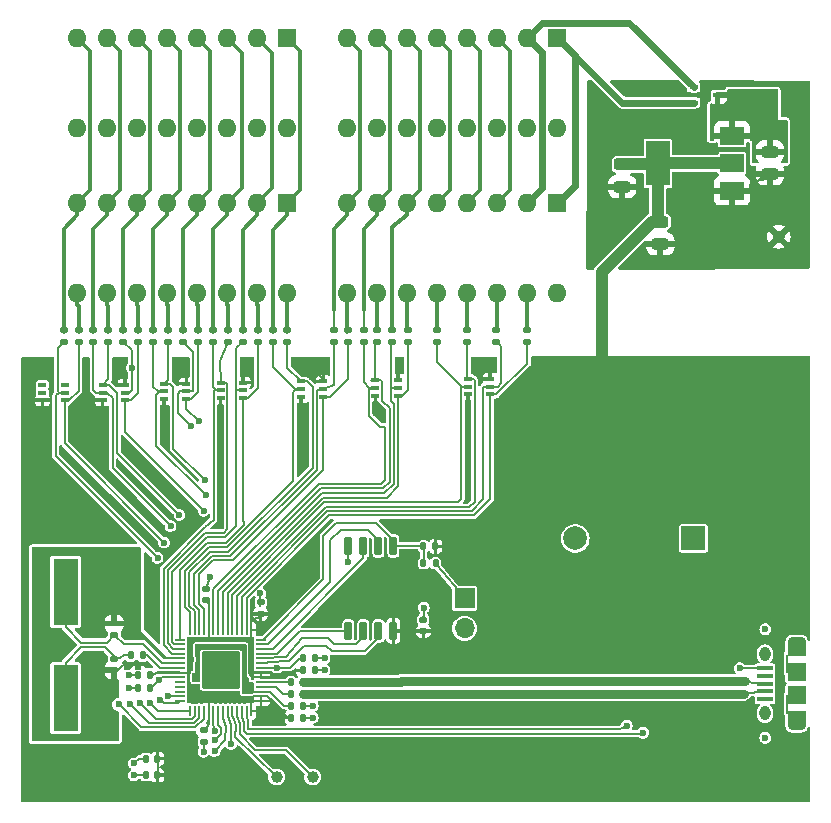
<source format=gbr>
%TF.GenerationSoftware,KiCad,Pcbnew,8.0.0-rc2*%
%TF.CreationDate,2024-01-29T17:44:33-08:00*%
%TF.ProjectId,fluke_884x_continuity_buzzer,666c756b-655f-4383-9834-785f636f6e74,REV1*%
%TF.SameCoordinates,Original*%
%TF.FileFunction,Copper,L1,Top*%
%TF.FilePolarity,Positive*%
%FSLAX46Y46*%
G04 Gerber Fmt 4.6, Leading zero omitted, Abs format (unit mm)*
G04 Created by KiCad (PCBNEW 8.0.0-rc2) date 2024-01-29 17:44:33*
%MOMM*%
%LPD*%
G01*
G04 APERTURE LIST*
G04 Aperture macros list*
%AMRoundRect*
0 Rectangle with rounded corners*
0 $1 Rounding radius*
0 $2 $3 $4 $5 $6 $7 $8 $9 X,Y pos of 4 corners*
0 Add a 4 corners polygon primitive as box body*
4,1,4,$2,$3,$4,$5,$6,$7,$8,$9,$2,$3,0*
0 Add four circle primitives for the rounded corners*
1,1,$1+$1,$2,$3*
1,1,$1+$1,$4,$5*
1,1,$1+$1,$6,$7*
1,1,$1+$1,$8,$9*
0 Add four rect primitives between the rounded corners*
20,1,$1+$1,$2,$3,$4,$5,0*
20,1,$1+$1,$4,$5,$6,$7,0*
20,1,$1+$1,$6,$7,$8,$9,0*
20,1,$1+$1,$8,$9,$2,$3,0*%
G04 Aperture macros list end*
%TA.AperFunction,SMDPad,CuDef*%
%ADD10RoundRect,0.243750X-0.456250X0.243750X-0.456250X-0.243750X0.456250X-0.243750X0.456250X0.243750X0*%
%TD*%
%TA.AperFunction,SMDPad,CuDef*%
%ADD11R,1.350000X0.400000*%
%TD*%
%TA.AperFunction,ComponentPad*%
%ADD12O,1.550000X0.890000*%
%TD*%
%TA.AperFunction,SMDPad,CuDef*%
%ADD13R,1.550000X1.200000*%
%TD*%
%TA.AperFunction,ComponentPad*%
%ADD14O,0.950000X1.250000*%
%TD*%
%TA.AperFunction,SMDPad,CuDef*%
%ADD15R,1.550000X1.500000*%
%TD*%
%TA.AperFunction,ComponentPad*%
%ADD16R,1.700000X1.700000*%
%TD*%
%TA.AperFunction,ComponentPad*%
%ADD17O,1.700000X1.700000*%
%TD*%
%TA.AperFunction,SMDPad,CuDef*%
%ADD18RoundRect,0.140000X-0.140000X-0.170000X0.140000X-0.170000X0.140000X0.170000X-0.140000X0.170000X0*%
%TD*%
%TA.AperFunction,SMDPad,CuDef*%
%ADD19RoundRect,0.140000X0.170000X-0.140000X0.170000X0.140000X-0.170000X0.140000X-0.170000X-0.140000X0*%
%TD*%
%TA.AperFunction,SMDPad,CuDef*%
%ADD20RoundRect,0.135000X0.135000X0.185000X-0.135000X0.185000X-0.135000X-0.185000X0.135000X-0.185000X0*%
%TD*%
%TA.AperFunction,SMDPad,CuDef*%
%ADD21R,2.000000X1.500000*%
%TD*%
%TA.AperFunction,SMDPad,CuDef*%
%ADD22R,2.000000X3.800000*%
%TD*%
%TA.AperFunction,SMDPad,CuDef*%
%ADD23RoundRect,0.150000X-0.150000X0.650000X-0.150000X-0.650000X0.150000X-0.650000X0.150000X0.650000X0*%
%TD*%
%TA.AperFunction,SMDPad,CuDef*%
%ADD24RoundRect,0.140000X-0.170000X0.140000X-0.170000X-0.140000X0.170000X-0.140000X0.170000X0.140000X0*%
%TD*%
%TA.AperFunction,SMDPad,CuDef*%
%ADD25RoundRect,0.135000X-0.135000X-0.185000X0.135000X-0.185000X0.135000X0.185000X-0.135000X0.185000X0*%
%TD*%
%TA.AperFunction,SMDPad,CuDef*%
%ADD26RoundRect,0.140000X0.140000X0.170000X-0.140000X0.170000X-0.140000X-0.170000X0.140000X-0.170000X0*%
%TD*%
%TA.AperFunction,SMDPad,CuDef*%
%ADD27RoundRect,0.050000X-0.050000X0.387500X-0.050000X-0.387500X0.050000X-0.387500X0.050000X0.387500X0*%
%TD*%
%TA.AperFunction,SMDPad,CuDef*%
%ADD28RoundRect,0.050000X-0.387500X0.050000X-0.387500X-0.050000X0.387500X-0.050000X0.387500X0.050000X0*%
%TD*%
%TA.AperFunction,ComponentPad*%
%ADD29C,0.600000*%
%TD*%
%TA.AperFunction,SMDPad,CuDef*%
%ADD30RoundRect,0.144000X-1.456000X1.456000X-1.456000X-1.456000X1.456000X-1.456000X1.456000X1.456000X0*%
%TD*%
%TA.AperFunction,SMDPad,CuDef*%
%ADD31R,2.100000X5.600000*%
%TD*%
%TA.AperFunction,SMDPad,CuDef*%
%ADD32RoundRect,0.135000X-0.185000X0.135000X-0.185000X-0.135000X0.185000X-0.135000X0.185000X0.135000X0*%
%TD*%
%TA.AperFunction,SMDPad,CuDef*%
%ADD33R,0.650000X0.400000*%
%TD*%
%TA.AperFunction,ComponentPad*%
%ADD34R,2.000000X2.000000*%
%TD*%
%TA.AperFunction,ComponentPad*%
%ADD35C,2.000000*%
%TD*%
%TA.AperFunction,ComponentPad*%
%ADD36C,1.000000*%
%TD*%
%TA.AperFunction,ComponentPad*%
%ADD37R,1.600000X1.600000*%
%TD*%
%TA.AperFunction,ComponentPad*%
%ADD38O,1.600000X1.600000*%
%TD*%
%TA.AperFunction,SMDPad,CuDef*%
%ADD39R,0.700000X0.450000*%
%TD*%
%TA.AperFunction,ViaPad*%
%ADD40C,0.600000*%
%TD*%
%TA.AperFunction,Conductor*%
%ADD41C,0.200000*%
%TD*%
%TA.AperFunction,Conductor*%
%ADD42C,0.150000*%
%TD*%
%TA.AperFunction,Conductor*%
%ADD43C,1.000000*%
%TD*%
%TA.AperFunction,Conductor*%
%ADD44C,0.800000*%
%TD*%
%TA.AperFunction,Conductor*%
%ADD45C,0.400000*%
%TD*%
%TA.AperFunction,Conductor*%
%ADD46C,0.600000*%
%TD*%
%TA.AperFunction,Conductor*%
%ADD47C,0.300000*%
%TD*%
G04 APERTURE END LIST*
D10*
%TO.P,C2,1*%
%TO.N,+3V3*%
X51210000Y-17087500D03*
%TO.P,C2,2*%
%TO.N,GND*%
X51210000Y-18962500D03*
%TD*%
D11*
%TO.P,J3,1,VBUS*%
%TO.N,unconnected-(J3-VBUS-Pad1)*%
X63290000Y-62337500D03*
%TO.P,J3,2,D-*%
%TO.N,/USB_D-*%
X63290000Y-61687500D03*
%TO.P,J3,3,D+*%
%TO.N,/USB_D+*%
X63290000Y-61037500D03*
%TO.P,J3,4,ID*%
%TO.N,unconnected-(J3-ID-Pad4)*%
X63290000Y-60387500D03*
%TO.P,J3,5,GND*%
%TO.N,GND*%
X63290000Y-59737500D03*
D12*
%TO.P,J3,6,Shield*%
X65990000Y-64537500D03*
D13*
X65990000Y-63937500D03*
D14*
X63290000Y-63537500D03*
D15*
X65990000Y-62037500D03*
X65990000Y-60037500D03*
D14*
X63290000Y-58537500D03*
D13*
X65990000Y-58137500D03*
D12*
X65990000Y-57537500D03*
%TD*%
D16*
%TO.P,J2,1,Pin_1*%
%TO.N,/~{USB_BOOT}*%
X37860000Y-53825000D03*
D17*
%TO.P,J2,2,Pin_2*%
%TO.N,GND*%
X37860000Y-56365000D03*
%TD*%
D18*
%TO.P,C15,1*%
%TO.N,+3V3*%
X23203800Y-63915400D03*
%TO.P,C15,2*%
%TO.N,GND*%
X24163800Y-63915400D03*
%TD*%
%TO.P,C13,1*%
%TO.N,+1V1*%
X23203800Y-62915400D03*
%TO.P,C13,2*%
%TO.N,GND*%
X24163800Y-62915400D03*
%TD*%
D19*
%TO.P,C4,1*%
%TO.N,+3V3*%
X15960000Y-53995000D03*
%TO.P,C4,2*%
%TO.N,GND*%
X15960000Y-53035000D03*
%TD*%
%TO.P,C6,1*%
%TO.N,+3V3*%
X34368800Y-56580400D03*
%TO.P,C6,2*%
%TO.N,GND*%
X34368800Y-55620400D03*
%TD*%
D20*
%TO.P,R27,1*%
%TO.N,+3V3*%
X35393800Y-49415400D03*
%TO.P,R27,2*%
%TO.N,/QSPI_SS*%
X34373800Y-49415400D03*
%TD*%
D21*
%TO.P,U1,1,GND*%
%TO.N,GND*%
X60510000Y-19300000D03*
%TO.P,U1,2,VO*%
%TO.N,+3V3*%
X60510000Y-17000000D03*
D22*
X54210000Y-17000000D03*
D21*
%TO.P,U1,3,VI*%
%TO.N,Net-(D1-K)*%
X60510000Y-14700000D03*
%TD*%
D23*
%TO.P,U2,1,~{CS}*%
%TO.N,/QSPI_SS*%
X31828800Y-49365400D03*
%TO.P,U2,2,DO(IO1)*%
%TO.N,/QSPI_SD1*%
X30558800Y-49365400D03*
%TO.P,U2,3,IO2*%
%TO.N,/QSPI_SD2*%
X29288800Y-49365400D03*
%TO.P,U2,4,GND*%
%TO.N,GND*%
X28018800Y-49365400D03*
%TO.P,U2,5,DI(IO0)*%
%TO.N,/QSPI_SD0*%
X28018800Y-56565400D03*
%TO.P,U2,6,CLK*%
%TO.N,/QSPI_SCLK*%
X29288800Y-56565400D03*
%TO.P,U2,7,IO3*%
%TO.N,/QSPI_SD3*%
X30558800Y-56565400D03*
%TO.P,U2,8,VCC*%
%TO.N,+3V3*%
X31828800Y-56565400D03*
%TD*%
D24*
%TO.P,C9,1*%
%TO.N,Net-(C9-Pad1)*%
X8198800Y-58920400D03*
%TO.P,C9,2*%
%TO.N,GND*%
X8198800Y-59880400D03*
%TD*%
D25*
%TO.P,R28,1*%
%TO.N,/QSPI_SS*%
X34380000Y-50850000D03*
%TO.P,R28,2*%
%TO.N,/~{USB_BOOT}*%
X35400000Y-50850000D03*
%TD*%
D18*
%TO.P,C10,1*%
%TO.N,+3V3*%
X24203800Y-59915400D03*
%TO.P,C10,2*%
%TO.N,GND*%
X25163800Y-59915400D03*
%TD*%
D24*
%TO.P,C17,1*%
%TO.N,+3V3*%
X15760000Y-65000000D03*
%TO.P,C17,2*%
%TO.N,GND*%
X15760000Y-65960000D03*
%TD*%
D26*
%TO.P,C11,1*%
%TO.N,+3V3*%
X11193800Y-60296400D03*
%TO.P,C11,2*%
%TO.N,GND*%
X10233800Y-60296400D03*
%TD*%
D20*
%TO.P,R30,1*%
%TO.N,/USB_D+*%
X24193800Y-60915400D03*
%TO.P,R30,2*%
%TO.N,Net-(U3-USB_DP)*%
X23173800Y-60915400D03*
%TD*%
D26*
%TO.P,C12,1*%
%TO.N,+1V1*%
X11193800Y-61415400D03*
%TO.P,C12,2*%
%TO.N,GND*%
X10233800Y-61415400D03*
%TD*%
D10*
%TO.P,C1,1*%
%TO.N,Net-(D1-K)*%
X63710000Y-16000000D03*
%TO.P,C1,2*%
%TO.N,GND*%
X63710000Y-17875000D03*
%TD*%
D19*
%TO.P,C5,1*%
%TO.N,+3V3*%
X20590000Y-55130000D03*
%TO.P,C5,2*%
%TO.N,GND*%
X20590000Y-54170000D03*
%TD*%
D26*
%TO.P,C16,1*%
%TO.N,+3V3*%
X11855000Y-68800000D03*
%TO.P,C16,2*%
%TO.N,GND*%
X10895000Y-68800000D03*
%TD*%
D27*
%TO.P,U3,1,IOVDD*%
%TO.N,+3V3*%
X19798800Y-56477900D03*
%TO.P,U3,2,GPIO0*%
%TO.N,RL3_3V*%
X19398800Y-56477900D03*
%TO.P,U3,3,GPIO1*%
%TO.N,RL5_3V*%
X18998800Y-56477900D03*
%TO.P,U3,4,GPIO2*%
%TO.N,RL2_3V*%
X18598800Y-56477900D03*
%TO.P,U3,5,GPIO3*%
%TO.N,RL4_3V*%
X18198800Y-56477900D03*
%TO.P,U3,6,GPIO4*%
%TO.N,RL6_3V*%
X17798800Y-56477900D03*
%TO.P,U3,7,GPIO5*%
%TO.N,G5_3V*%
X17398800Y-56477900D03*
%TO.P,U3,8,GPIO6*%
%TO.N,RL1_3V*%
X16998800Y-56477900D03*
%TO.P,U3,9,GPIO7*%
%TO.N,G7_3V*%
X16598800Y-56477900D03*
%TO.P,U3,10,IOVDD*%
%TO.N,+3V3*%
X16198800Y-56477900D03*
%TO.P,U3,11,GPIO8*%
%TO.N,RL0_3V*%
X15798800Y-56477900D03*
%TO.P,U3,12,GPIO9*%
%TO.N,G6_3V*%
X15398800Y-56477900D03*
%TO.P,U3,13,GPIO10*%
%TO.N,G2_3V*%
X14998800Y-56477900D03*
%TO.P,U3,14,GPIO11*%
%TO.N,PDP_3V*%
X14598800Y-56477900D03*
D28*
%TO.P,U3,15,GPIO12*%
%TO.N,G3_3V*%
X13761300Y-57315400D03*
%TO.P,U3,16,GPIO13*%
%TO.N,PS1_3V*%
X13761300Y-57715400D03*
%TO.P,U3,17,GPIO14*%
%TO.N,G4_3V*%
X13761300Y-58115400D03*
%TO.P,U3,18,GPIO15*%
%TO.N,PD_3V*%
X13761300Y-58515400D03*
%TO.P,U3,19,TESTEN*%
%TO.N,GND*%
X13761300Y-58915400D03*
%TO.P,U3,20,XIN*%
%TO.N,/XIN*%
X13761300Y-59315400D03*
%TO.P,U3,21,XOUT*%
%TO.N,/XOUT*%
X13761300Y-59715400D03*
%TO.P,U3,22,IOVDD*%
%TO.N,+3V3*%
X13761300Y-60115400D03*
%TO.P,U3,23,DVDD*%
%TO.N,+1V1*%
X13761300Y-60515400D03*
%TO.P,U3,24,SWCLK*%
%TO.N,/SWCLK*%
X13761300Y-60915400D03*
%TO.P,U3,25,SWD*%
%TO.N,/SWD*%
X13761300Y-61315400D03*
%TO.P,U3,26,RUN*%
%TO.N,/RUN*%
X13761300Y-61715400D03*
%TO.P,U3,27,GPIO16*%
%TO.N,PC_3V*%
X13761300Y-62115400D03*
%TO.P,U3,28,GPIO17*%
%TO.N,PG_3V*%
X13761300Y-62515400D03*
D27*
%TO.P,U3,29,GPIO18*%
%TO.N,PA_3V*%
X14598800Y-63352900D03*
%TO.P,U3,30,GPIO19*%
%TO.N,PS3_3V*%
X14998800Y-63352900D03*
%TO.P,U3,31,GPIO20*%
%TO.N,PB_3V*%
X15398800Y-63352900D03*
%TO.P,U3,32,GPIO21*%
%TO.N,PS2_3V*%
X15798800Y-63352900D03*
%TO.P,U3,33,IOVDD*%
%TO.N,+3V3*%
X16198800Y-63352900D03*
%TO.P,U3,34,GPIO22*%
%TO.N,PF_3V*%
X16598800Y-63352900D03*
%TO.P,U3,35,GPIO23*%
%TO.N,G0_3V*%
X16998800Y-63352900D03*
%TO.P,U3,36,GPIO24*%
%TO.N,G1_3V*%
X17398800Y-63352900D03*
%TO.P,U3,37,GPIO25*%
%TO.N,PE_3V*%
X17798800Y-63352900D03*
%TO.P,U3,38,GPIO26_ADC0*%
%TO.N,/GPIO26_ADC0*%
X18198800Y-63352900D03*
%TO.P,U3,39,GPIO27_ADC1*%
%TO.N,/GPIO27_ADC1*%
X18598800Y-63352900D03*
%TO.P,U3,40,GPIO28_ADC2*%
%TO.N,/GPIO28_ADC2*%
X18998800Y-63352900D03*
%TO.P,U3,41,GPIO29_ADC3*%
%TO.N,/GPIO29_ADC3*%
X19398800Y-63352900D03*
%TO.P,U3,42,IOVDD*%
%TO.N,+3V3*%
X19798800Y-63352900D03*
D28*
%TO.P,U3,43,ADC_AVDD*%
X20636300Y-62515400D03*
%TO.P,U3,44,VREG_IN*%
X20636300Y-62115400D03*
%TO.P,U3,45,VREG_VOUT*%
%TO.N,+1V1*%
X20636300Y-61715400D03*
%TO.P,U3,46,USB_DM*%
%TO.N,Net-(U3-USB_DM)*%
X20636300Y-61315400D03*
%TO.P,U3,47,USB_DP*%
%TO.N,Net-(U3-USB_DP)*%
X20636300Y-60915400D03*
%TO.P,U3,48,USB_VDD*%
%TO.N,+3V3*%
X20636300Y-60515400D03*
%TO.P,U3,49,IOVDD*%
X20636300Y-60115400D03*
%TO.P,U3,50,DVDD*%
%TO.N,+1V1*%
X20636300Y-59715400D03*
%TO.P,U3,51,QSPI_SD3*%
%TO.N,/QSPI_SD3*%
X20636300Y-59315400D03*
%TO.P,U3,52,QSPI_SCLK*%
%TO.N,/QSPI_SCLK*%
X20636300Y-58915400D03*
%TO.P,U3,53,QSPI_SD0*%
%TO.N,/QSPI_SD0*%
X20636300Y-58515400D03*
%TO.P,U3,54,QSPI_SD2*%
%TO.N,/QSPI_SD2*%
X20636300Y-58115400D03*
%TO.P,U3,55,QSPI_SD1*%
%TO.N,/QSPI_SD1*%
X20636300Y-57715400D03*
%TO.P,U3,56,QSPI_SS*%
%TO.N,/QSPI_SS*%
X20636300Y-57315400D03*
D29*
%TO.P,U3,57,GND*%
%TO.N,GND*%
X18473800Y-58640400D03*
X17198800Y-58640400D03*
X15923800Y-58640400D03*
X18473800Y-59915400D03*
X17198800Y-59915400D03*
D30*
X17198800Y-59915400D03*
D29*
X15923800Y-59915400D03*
X18473800Y-61190400D03*
X17198800Y-61190400D03*
X15923800Y-61190400D03*
%TD*%
D19*
%TO.P,C7,1*%
%TO.N,/XIN*%
X8198800Y-56910400D03*
%TO.P,C7,2*%
%TO.N,GND*%
X8198800Y-55950400D03*
%TD*%
D20*
%TO.P,R31,1*%
%TO.N,/USB_D-*%
X24193800Y-61915400D03*
%TO.P,R31,2*%
%TO.N,Net-(U3-USB_DM)*%
X23173800Y-61915400D03*
%TD*%
D18*
%TO.P,C8,1*%
%TO.N,+1V1*%
X24203800Y-58915400D03*
%TO.P,C8,2*%
%TO.N,GND*%
X25163800Y-58915400D03*
%TD*%
D26*
%TO.P,C14,1*%
%TO.N,+3V3*%
X11855000Y-67400000D03*
%TO.P,C14,2*%
%TO.N,GND*%
X10895000Y-67400000D03*
%TD*%
D20*
%TO.P,R29,1*%
%TO.N,/XOUT*%
X10593800Y-58615400D03*
%TO.P,R29,2*%
%TO.N,Net-(C9-Pad1)*%
X9573800Y-58615400D03*
%TD*%
D31*
%TO.P,Y1,1,1*%
%TO.N,/XIN*%
X4082800Y-53256400D03*
%TO.P,Y1,2,2*%
%TO.N,Net-(C9-Pad1)*%
X4082800Y-62256400D03*
%TD*%
D10*
%TO.P,C3,1*%
%TO.N,+3V3*%
X54432800Y-21932100D03*
%TO.P,C3,2*%
%TO.N,GND*%
X54432800Y-23807100D03*
%TD*%
D32*
%TO.P,R7,1*%
%TO.N,/Pf*%
X11491000Y-31090000D03*
%TO.P,R7,2*%
%TO.N,PF_3V*%
X11491000Y-32110000D03*
%TD*%
%TO.P,R10,1*%
%TO.N,/G1*%
X15280600Y-31090000D03*
%TO.P,R10,2*%
%TO.N,G1_3V*%
X15280600Y-32110000D03*
%TD*%
%TO.P,R23,1*%
%TO.N,/RL4*%
X35560000Y-31090000D03*
%TO.P,R23,2*%
%TO.N,RL4_3V*%
X35560000Y-32110000D03*
%TD*%
D33*
%TO.P,D5,1,A*%
%TO.N,G3_3V*%
X19110000Y-36850000D03*
%TO.P,D5,2,A*%
%TO.N,PS1_3V*%
X19110000Y-36200000D03*
%TO.P,D5,3,K*%
%TO.N,+3V3*%
X19110000Y-35550000D03*
%TO.P,D5,4,A*%
%TO.N,G4_3V*%
X17210000Y-35550000D03*
%TO.P,D5,5,A*%
%TO.N,PD_3V*%
X17210000Y-36200000D03*
%TO.P,D5,6,K*%
%TO.N,+3V3*%
X17210000Y-36850000D03*
%TD*%
%TO.P,D6,1,A*%
%TO.N,G1_3V*%
X14310000Y-36950000D03*
%TO.P,D6,2,A*%
%TO.N,PE_3V*%
X14310000Y-36300000D03*
%TO.P,D6,3,K*%
%TO.N,+3V3*%
X14310000Y-35650000D03*
%TO.P,D6,4,A*%
%TO.N,G0_3V*%
X12410000Y-35650000D03*
%TO.P,D6,5,A*%
%TO.N,PF_3V*%
X12410000Y-36300000D03*
%TO.P,D6,6,K*%
%TO.N,+3V3*%
X12410000Y-36950000D03*
%TD*%
D34*
%TO.P,LS1,1,1*%
%TO.N,/GPIO28_ADC2*%
X57240000Y-48750000D03*
D35*
%TO.P,LS1,2,2*%
%TO.N,/GPIO29_ADC3*%
X47240000Y-48750000D03*
%TD*%
D36*
%TO.P,TP3,1,1*%
%TO.N,/GPIO27_ADC1*%
X24990000Y-68950000D03*
%TD*%
D32*
%TO.P,R15,1*%
%TO.N,/PDP*%
X21596800Y-31090000D03*
%TO.P,R15,2*%
%TO.N,PDP_3V*%
X21596800Y-32110000D03*
%TD*%
%TO.P,R16,1*%
%TO.N,/G2*%
X22860000Y-31090000D03*
%TO.P,R16,2*%
%TO.N,G2_3V*%
X22860000Y-32110000D03*
%TD*%
%TO.P,R17,1*%
%TO.N,/G6*%
X26771600Y-31090000D03*
%TO.P,R17,2*%
%TO.N,G6_3V*%
X26771600Y-32110000D03*
%TD*%
%TO.P,R18,1*%
%TO.N,/RL0*%
X27960000Y-31090000D03*
%TO.P,R18,2*%
%TO.N,RL0_3V*%
X27960000Y-32110000D03*
%TD*%
%TO.P,R4,1*%
%TO.N,/Pa*%
X7701300Y-31090000D03*
%TO.P,R4,2*%
%TO.N,PA_3V*%
X7701300Y-32110000D03*
%TD*%
%TO.P,R24,1*%
%TO.N,/RL2*%
X38060000Y-31090000D03*
%TO.P,R24,2*%
%TO.N,RL2_3V*%
X38060000Y-32110000D03*
%TD*%
%TO.P,R2,1*%
%TO.N,/Pb*%
X5174800Y-31090000D03*
%TO.P,R2,2*%
%TO.N,PB_3V*%
X5174800Y-32110000D03*
%TD*%
D33*
%TO.P,D8,1,A*%
%TO.N,PB_3V*%
X4010000Y-37050000D03*
%TO.P,D8,2,A*%
%TO.N,PS2_3V*%
X4010000Y-36400000D03*
%TO.P,D8,3,K*%
%TO.N,unconnected-(D8C-K-Pad3)*%
X4010000Y-35750000D03*
%TO.P,D8,4,A*%
%TO.N,unconnected-(D8C-A-Pad4)*%
X2110000Y-35750000D03*
%TO.P,D8,5,A*%
%TO.N,unconnected-(D8D-A-Pad5)*%
X2110000Y-36400000D03*
%TO.P,D8,6,K*%
%TO.N,+3V3*%
X2110000Y-37050000D03*
%TD*%
D37*
%TO.P,P204,1,Pin_1*%
%TO.N,/PDP*%
X22860000Y-6350000D03*
D38*
%TO.P,P204,2,Pin_2*%
%TO.N,/PS1*%
X20320000Y-6350000D03*
%TO.P,P204,3,Pin_3*%
%TO.N,/Pd*%
X17780000Y-6350000D03*
%TO.P,P204,4,Pin_4*%
%TO.N,/Pe*%
X15240000Y-6350000D03*
%TO.P,P204,5,Pin_5*%
%TO.N,/Pf*%
X12700000Y-6350000D03*
%TO.P,P204,6,Pin_6*%
%TO.N,/Pg*%
X10160000Y-6350000D03*
%TO.P,P204,7,Pin_7*%
%TO.N,/PS3*%
X7620000Y-6350000D03*
%TO.P,P204,8,Pin_8*%
%TO.N,/PS2*%
X5080000Y-6350000D03*
%TO.P,P204,9,Pin_9*%
%TO.N,/Pb*%
X5080000Y-13970000D03*
%TO.P,P204,10,Pin_10*%
%TO.N,/Pa*%
X7620000Y-13970000D03*
%TO.P,P204,11,Pin_11*%
%TO.N,/Pc*%
X10160000Y-13970000D03*
%TO.P,P204,12,Pin_12*%
%TO.N,/G0*%
X12700000Y-13970000D03*
%TO.P,P204,13,Pin_13*%
%TO.N,/G1*%
X15240000Y-13970000D03*
%TO.P,P204,14,Pin_14*%
%TO.N,/G4*%
X17780000Y-13970000D03*
%TO.P,P204,15,Pin_15*%
%TO.N,/G3*%
X20320000Y-13970000D03*
%TO.P,P204,16,Pin_16*%
%TO.N,/G2*%
X22860000Y-13970000D03*
%TD*%
D37*
%TO.P,J204,1,Pin_1*%
%TO.N,/PDP*%
X22860000Y-20320000D03*
D38*
%TO.P,J204,2,Pin_2*%
%TO.N,/PS1*%
X20320000Y-20320000D03*
%TO.P,J204,3,Pin_3*%
%TO.N,/Pd*%
X17780000Y-20320000D03*
%TO.P,J204,4,Pin_4*%
%TO.N,/Pe*%
X15240000Y-20320000D03*
%TO.P,J204,5,Pin_5*%
%TO.N,/Pf*%
X12700000Y-20320000D03*
%TO.P,J204,6,Pin_6*%
%TO.N,/Pg*%
X10160000Y-20320000D03*
%TO.P,J204,7,Pin_7*%
%TO.N,/PS3*%
X7620000Y-20320000D03*
%TO.P,J204,8,Pin_8*%
%TO.N,/PS2*%
X5080000Y-20320000D03*
%TO.P,J204,9,Pin_9*%
%TO.N,/Pb*%
X5080000Y-27940000D03*
%TO.P,J204,10,Pin_10*%
%TO.N,/Pa*%
X7620000Y-27940000D03*
%TO.P,J204,11,Pin_11*%
%TO.N,/Pc*%
X10160000Y-27940000D03*
%TO.P,J204,12,Pin_12*%
%TO.N,/G0*%
X12700000Y-27940000D03*
%TO.P,J204,13,Pin_13*%
%TO.N,/G1*%
X15240000Y-27940000D03*
%TO.P,J204,14,Pin_14*%
%TO.N,/G4*%
X17780000Y-27940000D03*
%TO.P,J204,15,Pin_15*%
%TO.N,/G3*%
X20320000Y-27940000D03*
%TO.P,J204,16,Pin_16*%
%TO.N,/G2*%
X22860000Y-27940000D03*
%TD*%
D37*
%TO.P,J203,1,Pin_1*%
%TO.N,/F1*%
X45720000Y-20320000D03*
D38*
%TO.P,J203,2,Pin_2*%
%TO.N,/F2*%
X43180000Y-20320000D03*
%TO.P,J203,3,Pin_3*%
%TO.N,/S2*%
X40640000Y-20320000D03*
%TO.P,J203,4,Pin_4*%
%TO.N,/S1*%
X38100000Y-20320000D03*
%TO.P,J203,5,Pin_5*%
%TO.N,/S0*%
X35560000Y-20320000D03*
%TO.P,J203,6,Pin_6*%
%TO.N,/G5*%
X33020000Y-20320000D03*
%TO.P,J203,7,Pin_7*%
%TO.N,/G7*%
X30480000Y-20320000D03*
%TO.P,J203,8,Pin_8*%
%TO.N,/G6*%
X27940000Y-20320000D03*
%TO.P,J203,9,Pin_9*%
%TO.N,/RL0*%
X27940000Y-27940000D03*
%TO.P,J203,10,Pin_10*%
%TO.N,/RL1*%
X30480000Y-27940000D03*
%TO.P,J203,11,Pin_11*%
%TO.N,/RL6*%
X33020000Y-27940000D03*
%TO.P,J203,12,Pin_12*%
%TO.N,/RL4*%
X35560000Y-27940000D03*
%TO.P,J203,13,Pin_13*%
%TO.N,/RL2*%
X38100000Y-27940000D03*
%TO.P,J203,14,Pin_14*%
%TO.N,/RL5*%
X40640000Y-27940000D03*
%TO.P,J203,15,Pin_15*%
%TO.N,/RL3*%
X43180000Y-27940000D03*
%TO.P,J203,16,Pin_16*%
%TO.N,GND*%
X45720000Y-27940000D03*
%TD*%
D32*
%TO.P,R22,1*%
%TO.N,/RL6*%
X33060000Y-31090000D03*
%TO.P,R22,2*%
%TO.N,RL6_3V*%
X33060000Y-32110000D03*
%TD*%
%TO.P,R9,1*%
%TO.N,/Pe*%
X14017400Y-31090000D03*
%TO.P,R9,2*%
%TO.N,PE_3V*%
X14017400Y-32110000D03*
%TD*%
D33*
%TO.P,D3,1,A*%
%TO.N,RL3_3V*%
X40032500Y-36547500D03*
%TO.P,D3,2,A*%
%TO.N,RL5_3V*%
X40032500Y-35897500D03*
%TO.P,D3,3,K*%
%TO.N,+3V3*%
X40032500Y-35247500D03*
%TO.P,D3,4,A*%
%TO.N,RL2_3V*%
X38132500Y-35247500D03*
%TO.P,D3,5,A*%
%TO.N,RL4_3V*%
X38132500Y-35897500D03*
%TO.P,D3,6,K*%
%TO.N,+3V3*%
X38132500Y-36547500D03*
%TD*%
D39*
%TO.P,D1,1,A2*%
%TO.N,/F2*%
X57260000Y-10550000D03*
%TO.P,D1,2,A1*%
%TO.N,/F1*%
X57260000Y-11850000D03*
%TO.P,D1,3,K*%
%TO.N,Net-(D1-K)*%
X59260000Y-11200000D03*
%TD*%
D32*
%TO.P,R11,1*%
%TO.N,/Pd*%
X16543900Y-31090000D03*
%TO.P,R11,2*%
%TO.N,PD_3V*%
X16543900Y-32110000D03*
%TD*%
%TO.P,R14,1*%
%TO.N,/G3*%
X20333500Y-31090000D03*
%TO.P,R14,2*%
%TO.N,G3_3V*%
X20333500Y-32110000D03*
%TD*%
D33*
%TO.P,D2,1,A*%
%TO.N,RL6_3V*%
X32210000Y-36650000D03*
%TO.P,D2,2,A*%
%TO.N,G5_3V*%
X32210000Y-36000000D03*
%TO.P,D2,3,K*%
%TO.N,+3V3*%
X32210000Y-35350000D03*
%TO.P,D2,4,A*%
%TO.N,RL1_3V*%
X30310000Y-35350000D03*
%TO.P,D2,5,A*%
%TO.N,G7_3V*%
X30310000Y-36000000D03*
%TO.P,D2,6,K*%
%TO.N,+3V3*%
X30310000Y-36650000D03*
%TD*%
D32*
%TO.P,R3,1*%
%TO.N,/PS3*%
X6438100Y-31090000D03*
%TO.P,R3,2*%
%TO.N,PS3_3V*%
X6438100Y-32110000D03*
%TD*%
D36*
%TO.P,TP1,1,1*%
%TO.N,GND*%
X64460000Y-23200000D03*
%TD*%
%TO.P,TP2,1,1*%
%TO.N,/GPIO26_ADC0*%
X21940000Y-68950000D03*
%TD*%
D33*
%TO.P,D4,1,A*%
%TO.N,RL0_3V*%
X25910000Y-36750000D03*
%TO.P,D4,2,A*%
%TO.N,G6_3V*%
X25910000Y-36100000D03*
%TO.P,D4,3,K*%
%TO.N,+3V3*%
X25910000Y-35450000D03*
%TO.P,D4,4,A*%
%TO.N,G2_3V*%
X24010000Y-35450000D03*
%TO.P,D4,5,A*%
%TO.N,PDP_3V*%
X24010000Y-36100000D03*
%TO.P,D4,6,K*%
%TO.N,+3V3*%
X24010000Y-36750000D03*
%TD*%
D32*
%TO.P,R12,1*%
%TO.N,/G4*%
X17807100Y-31090000D03*
%TO.P,R12,2*%
%TO.N,G4_3V*%
X17807100Y-32110000D03*
%TD*%
%TO.P,R21,1*%
%TO.N,/G5*%
X31724600Y-31090000D03*
%TO.P,R21,2*%
%TO.N,G5_3V*%
X31724600Y-32110000D03*
%TD*%
%TO.P,R19,1*%
%TO.N,/G7*%
X29311600Y-31090000D03*
%TO.P,R19,2*%
%TO.N,G7_3V*%
X29311600Y-32110000D03*
%TD*%
%TO.P,R6,1*%
%TO.N,/Pc*%
X10227700Y-31090000D03*
%TO.P,R6,2*%
%TO.N,PC_3V*%
X10227700Y-32110000D03*
%TD*%
D33*
%TO.P,D7,1,A*%
%TO.N,PC_3V*%
X9110000Y-37050000D03*
%TO.P,D7,2,A*%
%TO.N,PG_3V*%
X9110000Y-36400000D03*
%TO.P,D7,3,K*%
%TO.N,+3V3*%
X9110000Y-35750000D03*
%TO.P,D7,4,A*%
%TO.N,PA_3V*%
X7210000Y-35750000D03*
%TO.P,D7,5,A*%
%TO.N,PS3_3V*%
X7210000Y-36400000D03*
%TO.P,D7,6,K*%
%TO.N,+3V3*%
X7210000Y-37050000D03*
%TD*%
D32*
%TO.P,R1,1*%
%TO.N,/PS2*%
X3911600Y-31090000D03*
%TO.P,R1,2*%
%TO.N,PS2_3V*%
X3911600Y-32110000D03*
%TD*%
%TO.P,R13,1*%
%TO.N,/PS1*%
X19070300Y-31090000D03*
%TO.P,R13,2*%
%TO.N,PS1_3V*%
X19070300Y-32110000D03*
%TD*%
%TO.P,R8,1*%
%TO.N,/G0*%
X12754200Y-31090000D03*
%TO.P,R8,2*%
%TO.N,G0_3V*%
X12754200Y-32110000D03*
%TD*%
D37*
%TO.P,P203,1,Pin_1*%
%TO.N,/F1*%
X45720000Y-6350000D03*
D38*
%TO.P,P203,2,Pin_2*%
%TO.N,/F2*%
X43180000Y-6350000D03*
%TO.P,P203,3,Pin_3*%
%TO.N,/S2*%
X40640000Y-6350000D03*
%TO.P,P203,4,Pin_4*%
%TO.N,/S1*%
X38100000Y-6350000D03*
%TO.P,P203,5,Pin_5*%
%TO.N,/S0*%
X35560000Y-6350000D03*
%TO.P,P203,6,Pin_6*%
%TO.N,/G5*%
X33020000Y-6350000D03*
%TO.P,P203,7,Pin_7*%
%TO.N,/G7*%
X30480000Y-6350000D03*
%TO.P,P203,8,Pin_8*%
%TO.N,/G6*%
X27940000Y-6350000D03*
%TO.P,P203,9,Pin_9*%
%TO.N,/RL0*%
X27940000Y-13970000D03*
%TO.P,P203,10,Pin_10*%
%TO.N,/RL1*%
X30480000Y-13970000D03*
%TO.P,P203,11,Pin_11*%
%TO.N,/RL6*%
X33020000Y-13970000D03*
%TO.P,P203,12,Pin_12*%
%TO.N,/RL4*%
X35560000Y-13970000D03*
%TO.P,P203,13,Pin_13*%
%TO.N,/RL2*%
X38100000Y-13970000D03*
%TO.P,P203,14,Pin_14*%
%TO.N,/RL5*%
X40640000Y-13970000D03*
%TO.P,P203,15,Pin_15*%
%TO.N,/RL3*%
X43180000Y-13970000D03*
%TO.P,P203,16,Pin_16*%
%TO.N,GND*%
X45720000Y-13970000D03*
%TD*%
D32*
%TO.P,R20,1*%
%TO.N,/RL1*%
X30460000Y-31090000D03*
%TO.P,R20,2*%
%TO.N,RL1_3V*%
X30460000Y-32110000D03*
%TD*%
%TO.P,R25,1*%
%TO.N,/RL5*%
X40560000Y-31090000D03*
%TO.P,R25,2*%
%TO.N,RL5_3V*%
X40560000Y-32110000D03*
%TD*%
%TO.P,R26,1*%
%TO.N,/RL3*%
X43160000Y-31090000D03*
%TO.P,R26,2*%
%TO.N,RL3_3V*%
X43160000Y-32110000D03*
%TD*%
%TO.P,R5,1*%
%TO.N,/Pg*%
X8964500Y-31090000D03*
%TO.P,R5,2*%
%TO.N,PG_3V*%
X8964500Y-32110000D03*
%TD*%
D40*
%TO.N,GND*%
X9860000Y-68800000D03*
X25998800Y-58915400D03*
X5798800Y-58705400D03*
X57060000Y-23600000D03*
X16340000Y-52050000D03*
X25998800Y-59915400D03*
X8210300Y-60677400D03*
X58460000Y-22100000D03*
X24998800Y-62915400D03*
X5798800Y-56715400D03*
X4298800Y-57805400D03*
X24998800Y-63915400D03*
X2667000Y-50005400D03*
X5798800Y-65405400D03*
X59760000Y-23600000D03*
X2098800Y-65405400D03*
X5798800Y-50005400D03*
X9416800Y-61415400D03*
X58460000Y-23600000D03*
X9860000Y-67800000D03*
X15760000Y-66800000D03*
X61260000Y-23600000D03*
X27999000Y-50715400D03*
X8198800Y-55089400D03*
X59760000Y-22100000D03*
X61140000Y-59737500D03*
X10242300Y-59470900D03*
X63315200Y-56437500D03*
X34399000Y-54615400D03*
X57060000Y-22100000D03*
X9416800Y-60296400D03*
X61260000Y-22100000D03*
X20560000Y-53400000D03*
X10369300Y-56994400D03*
X63315200Y-65637500D03*
X62209800Y-19000000D03*
%TO.N,+3V3*%
X17235000Y-38300000D03*
X2060000Y-38400000D03*
X49460000Y-37200000D03*
X24160000Y-38400000D03*
X12995000Y-67700000D03*
X49460000Y-39500000D03*
X8460000Y-34600000D03*
X24860000Y-34200000D03*
X38132500Y-38027500D03*
X14681200Y-58978800D03*
X14833600Y-62280800D03*
X30360000Y-38100000D03*
X12460000Y-38300000D03*
X19160000Y-34000000D03*
X39160000Y-34500000D03*
X7360000Y-38400000D03*
X49460000Y-35900000D03*
X32210000Y-34250000D03*
X22656800Y-60265400D03*
X14160000Y-34200000D03*
X49460000Y-38400000D03*
%TO.N,+1V1*%
X19298800Y-60615400D03*
X21998800Y-59715400D03*
X11998800Y-60715400D03*
X15098800Y-60515400D03*
%TO.N,G0_3V*%
X16690000Y-65850000D03*
X15860000Y-43800000D03*
%TO.N,G1_3V*%
X16690000Y-66750000D03*
X15360000Y-38800000D03*
%TO.N,PA_3V*%
X11260000Y-62700000D03*
X13719488Y-46764116D03*
%TO.N,PB_3V*%
X9560000Y-62800000D03*
X12410000Y-49100000D03*
%TO.N,PC_3V*%
X12760000Y-62100000D03*
X15760000Y-46400000D03*
%TO.N,PE_3V*%
X18090000Y-66150000D03*
X14660000Y-39200000D03*
%TO.N,PG_3V*%
X12089177Y-62435411D03*
X9660000Y-34300000D03*
%TO.N,PS2_3V*%
X8560000Y-62800000D03*
X11860000Y-50400000D03*
%TO.N,PS3_3V*%
X12960000Y-47700000D03*
X10360000Y-62700000D03*
%TO.N,/GPIO29_ADC3*%
X51590000Y-64600000D03*
%TO.N,/GPIO28_ADC2*%
X52990000Y-65200000D03*
%TO.N,PF_3V*%
X15960000Y-45100000D03*
X16690000Y-65050000D03*
%TD*%
D41*
%TO.N,GND*%
X15960000Y-53030000D02*
X16340000Y-52050000D01*
%TO.N,G7_3V*%
X30310000Y-36000000D02*
X29935000Y-36000000D01*
X29935000Y-36000000D02*
X29735000Y-36200000D01*
X29735000Y-36200000D02*
X29735000Y-38345000D01*
X29735000Y-38345000D02*
X30690000Y-39300000D01*
X30690000Y-39300000D02*
X31090000Y-39300000D01*
X31090000Y-39300000D02*
X31090000Y-43800000D01*
X31090000Y-43800000D02*
X30740000Y-44100000D01*
X30740000Y-44100000D02*
X25560000Y-44100000D01*
X25560000Y-44100000D02*
X16598800Y-53061200D01*
X16598800Y-53061200D02*
X16598800Y-56477900D01*
X30310000Y-36000000D02*
X29785000Y-36000000D01*
X29785000Y-36000000D02*
X29311600Y-35526600D01*
X29311600Y-35526600D02*
X29311600Y-32110000D01*
%TO.N,RL1_3V*%
X16998800Y-56477900D02*
X16998800Y-53213537D01*
X31510000Y-37725000D02*
X30885000Y-37100000D01*
X30885000Y-37100000D02*
X30885000Y-35495000D01*
X16998800Y-53213537D02*
X25712337Y-44500000D01*
X25712337Y-44500000D02*
X30965026Y-44500000D01*
X30965026Y-44500000D02*
X31510000Y-43955026D01*
X31510000Y-43955026D02*
X31510000Y-37725000D01*
X30885000Y-35495000D02*
X30740000Y-35350000D01*
X30740000Y-35350000D02*
X30310000Y-35350000D01*
%TO.N,G5_3V*%
X31860000Y-44100000D02*
X31860000Y-37350000D01*
X31060000Y-44900000D02*
X31860000Y-44100000D01*
X31860000Y-37350000D02*
X31635000Y-37125000D01*
X31635000Y-37125000D02*
X31635000Y-35950000D01*
%TO.N,GND*%
X63290000Y-59737500D02*
X61140000Y-59737500D01*
D42*
X8933300Y-59470900D02*
X9099300Y-59470900D01*
D41*
X65165200Y-60075000D02*
X65165200Y-59327700D01*
X34369000Y-55394100D02*
X34368800Y-55394300D01*
X12544300Y-58915400D02*
X10623300Y-56994400D01*
X65165200Y-62747300D02*
X65165200Y-62747500D01*
X5798800Y-56715400D02*
X6598900Y-56715400D01*
D42*
X8518800Y-59885400D02*
X8933300Y-59470900D01*
X8198800Y-59885400D02*
X8518800Y-59885400D01*
D41*
X10228800Y-61415400D02*
X9416800Y-61415400D01*
X28019000Y-50695400D02*
X27999000Y-50715400D01*
X28018800Y-50362700D02*
X28018800Y-49365400D01*
X61909800Y-19300000D02*
X62209800Y-19000000D01*
X62772300Y-18437500D02*
X62209800Y-19000000D01*
X34369000Y-55467900D02*
X34369000Y-55394100D01*
D42*
X10260000Y-67400000D02*
X9860000Y-67800000D01*
X8210300Y-60677400D02*
X8198800Y-60665900D01*
D41*
X25168800Y-59915400D02*
X25998800Y-59915400D01*
D42*
X15760000Y-65960000D02*
X15760000Y-66800000D01*
D41*
X34368800Y-55394300D02*
X34368800Y-55620400D01*
X25168800Y-58915400D02*
X25998800Y-58915400D01*
X63334800Y-17875000D02*
X62772300Y-18437500D01*
X65165200Y-59327500D02*
X65165200Y-58577500D01*
X28019000Y-50030400D02*
X28019000Y-50362900D01*
X34369000Y-55394100D02*
X34369000Y-55320400D01*
X8198800Y-55945400D02*
X8198800Y-55089400D01*
X24168800Y-63915400D02*
X24998800Y-63915400D01*
X28019000Y-50362900D02*
X28019000Y-50695400D01*
X24168800Y-62915400D02*
X24998800Y-62915400D01*
X63147500Y-18437500D02*
X63710000Y-17875000D01*
D42*
X8198800Y-60665900D02*
X8198800Y-59885400D01*
D41*
X20560000Y-54430000D02*
X20560000Y-53400000D01*
X65165200Y-62747500D02*
X65165200Y-63497500D01*
X34399000Y-55290400D02*
X34399000Y-54615400D01*
X10228800Y-60296400D02*
X9416800Y-60296400D01*
X65165200Y-62000000D02*
X65165200Y-62747300D01*
X13761300Y-58915400D02*
X12544300Y-58915400D01*
X10623300Y-56994400D02*
X10369300Y-56994400D01*
D42*
X10890000Y-67400000D02*
X10260000Y-67400000D01*
D41*
X34369000Y-55320400D02*
X34399000Y-55290400D01*
X10890000Y-68800000D02*
X9860000Y-68800000D01*
X65165200Y-59327700D02*
X65165200Y-59327500D01*
X60510000Y-19300000D02*
X61909800Y-19300000D01*
X28019000Y-50362900D02*
X28018800Y-50362700D01*
X62772300Y-18437500D02*
X63147500Y-18437500D01*
%TO.N,+3V3*%
X20636300Y-60515400D02*
X21398800Y-60515400D01*
X16160000Y-54200000D02*
X15960000Y-54000000D01*
D43*
X51210000Y-17087500D02*
X54122500Y-17087500D01*
D41*
X31829000Y-56565400D02*
X34349000Y-56565400D01*
X23086300Y-60265400D02*
X21648800Y-60265400D01*
X12410000Y-38250000D02*
X12460000Y-38300000D01*
X19998800Y-62115400D02*
X19798800Y-62315400D01*
X22898800Y-63915400D02*
X23198800Y-63915400D01*
X13761300Y-60115400D02*
X11693300Y-60115400D01*
X30310000Y-36650000D02*
X30310000Y-38050000D01*
X20636300Y-62515400D02*
X19798800Y-62515400D01*
D43*
X54210000Y-17000000D02*
X54210000Y-21709300D01*
X49460000Y-26204901D02*
X49460000Y-35900000D01*
D41*
X16190000Y-64450000D02*
X16018800Y-64741200D01*
X19998800Y-60515400D02*
X19798800Y-60315400D01*
X20636300Y-60115400D02*
X20198800Y-60115400D01*
X23436300Y-59915400D02*
X23086300Y-60265400D01*
X7210000Y-38250000D02*
X7360000Y-38400000D01*
D43*
X54432800Y-21932100D02*
X53732801Y-21932100D01*
X54210000Y-17000000D02*
X60510000Y-17000000D01*
D41*
X32260000Y-34200000D02*
X32210000Y-34250000D01*
X16198800Y-56477900D02*
X16198800Y-54115400D01*
D43*
X49460000Y-38400000D02*
X49460000Y-39500000D01*
D41*
X25910000Y-35250000D02*
X24860000Y-34200000D01*
X11512300Y-60296400D02*
X11193800Y-60296400D01*
X2110000Y-37050000D02*
X2110000Y-38350000D01*
X19798800Y-62315400D02*
X19798800Y-62515400D01*
X21398800Y-60515400D02*
X21648800Y-60265400D01*
X14310000Y-35650000D02*
X14310000Y-34350000D01*
X16018800Y-64741200D02*
X15760000Y-65000000D01*
X17210000Y-36850000D02*
X17210000Y-38250000D01*
X7210000Y-37050000D02*
X7210000Y-38250000D01*
X19798800Y-55615400D02*
X20560000Y-55395000D01*
X19798800Y-56477900D02*
X19798800Y-55615400D01*
X19798800Y-62515400D02*
X19798800Y-63352900D01*
X20636300Y-62115400D02*
X19998800Y-62115400D01*
X9110000Y-35250000D02*
X8460000Y-34600000D01*
X13761300Y-60115400D02*
X14398800Y-60115400D01*
X20636300Y-62115400D02*
X21098800Y-62115400D01*
X17210000Y-38250000D02*
X17260000Y-38300000D01*
D43*
X49460000Y-35900000D02*
X49460000Y-37200000D01*
D41*
X21648800Y-60265400D02*
X21498800Y-60115400D01*
X24010000Y-38250000D02*
X24160000Y-38400000D01*
X25910000Y-35450000D02*
X25910000Y-35250000D01*
D43*
X49460000Y-37200000D02*
X49460000Y-38400000D01*
D41*
X16198800Y-63352900D02*
X16190000Y-64450000D01*
X38132500Y-36547500D02*
X38132500Y-38027500D01*
X19160000Y-34000000D02*
X19160000Y-35500000D01*
X20636300Y-60515400D02*
X19998800Y-60515400D01*
X30310000Y-38050000D02*
X30360000Y-38100000D01*
X12410000Y-36950000D02*
X12410000Y-38250000D01*
X11693300Y-60115400D02*
X11512300Y-60296400D01*
X14398800Y-60115400D02*
X14598800Y-59915400D01*
X24010000Y-36750000D02*
X24010000Y-38250000D01*
X24198800Y-59915400D02*
X23436300Y-59915400D01*
X11860000Y-68800000D02*
X11860000Y-67400000D01*
X21098800Y-62115400D02*
X22898800Y-63915400D01*
X32210000Y-35350000D02*
X32210000Y-34250000D01*
D43*
X53732801Y-21932100D02*
X49460000Y-26204901D01*
D41*
X2110000Y-38350000D02*
X2060000Y-38400000D01*
X21498800Y-60115400D02*
X20636300Y-60115400D01*
X17260000Y-38300000D02*
X17235000Y-38300000D01*
X38060000Y-38100000D02*
X38132500Y-38027500D01*
D43*
X54210000Y-21709300D02*
X54432800Y-21932100D01*
D41*
X14310000Y-34350000D02*
X14160000Y-34200000D01*
X9110000Y-35750000D02*
X9110000Y-35250000D01*
%TO.N,+1V1*%
X12198800Y-60515400D02*
X11998800Y-60715400D01*
D42*
X19298800Y-60415400D02*
X19298800Y-60615400D01*
D41*
X11392500Y-61216700D02*
X11193800Y-61415400D01*
X11497500Y-61216700D02*
X11392500Y-61216700D01*
D42*
X19198800Y-60315400D02*
X19298800Y-60415400D01*
D41*
X11298800Y-61415400D02*
X11497500Y-61216700D01*
X23903800Y-58915400D02*
X24198800Y-58915400D01*
X20636300Y-61715400D02*
X21398800Y-61715400D01*
X21398800Y-61715400D02*
X22598800Y-62915400D01*
X11497500Y-61216700D02*
X11998800Y-60715400D01*
X20636300Y-59715400D02*
X21998800Y-59715400D01*
X20636300Y-61715400D02*
X19798800Y-61715400D01*
X22598800Y-62915400D02*
X23198800Y-62915400D01*
X23103800Y-59715400D02*
X23903800Y-58915400D01*
X21998800Y-59715400D02*
X23103800Y-59715400D01*
X13761300Y-60515400D02*
X12198800Y-60515400D01*
%TO.N,/XIN*%
X8198800Y-56915400D02*
X7548300Y-57565900D01*
X8998800Y-57715400D02*
X8198800Y-56915400D01*
X10661000Y-57715400D02*
X8998800Y-57715400D01*
X12261000Y-59315400D02*
X10661000Y-57715400D01*
X5416300Y-57565900D02*
X4082800Y-56232400D01*
X7548300Y-57565900D02*
X5416300Y-57565900D01*
X13761300Y-59315400D02*
X12261000Y-59315400D01*
X4082800Y-56232400D02*
X4082800Y-53256400D01*
D44*
%TO.N,/USB_D-*%
X61490000Y-61900000D02*
X33591950Y-61890400D01*
D41*
X61490000Y-61900000D02*
X63290000Y-61687500D01*
D44*
X24181300Y-61902900D02*
X24193800Y-61890400D01*
X24193800Y-61890400D02*
X33696000Y-61890400D01*
D41*
%TO.N,/USB_D+*%
X61590000Y-60850000D02*
X62265200Y-61000000D01*
D45*
X32462900Y-60937500D02*
X32460000Y-60940400D01*
D44*
X24193800Y-60940400D02*
X32460000Y-60940400D01*
X61590000Y-60850000D02*
X32462900Y-60850000D01*
X24181300Y-60927900D02*
X24193800Y-60940400D01*
D41*
X62265200Y-61000000D02*
X63290000Y-61037500D01*
%TO.N,/~{USB_BOOT}*%
X37860000Y-53825000D02*
X35503400Y-51025000D01*
D42*
%TO.N,/QSPI_SS*%
X20798800Y-57315400D02*
X25898800Y-52215400D01*
X30399000Y-47415400D02*
X31829000Y-48845400D01*
D41*
X34399000Y-49440600D02*
X34399000Y-49790400D01*
D42*
X26999000Y-47415400D02*
X30399000Y-47415400D01*
X25898800Y-52215400D02*
X25898800Y-48515400D01*
X25898800Y-48515400D02*
X26999000Y-47415400D01*
D41*
X34399000Y-50890200D02*
X34399000Y-50352900D01*
D42*
X31829000Y-49365400D02*
X34323800Y-49365400D01*
X34399000Y-49790400D02*
X34399000Y-50352900D01*
D41*
%TO.N,/XOUT*%
X12098800Y-59715400D02*
X10998800Y-58615400D01*
X13761300Y-59715400D02*
X12098800Y-59715400D01*
X10998800Y-58615400D02*
X10593800Y-58615400D01*
%TO.N,/QSPI_SD1*%
X20636300Y-57715400D02*
X21198800Y-57715400D01*
X27399000Y-48015400D02*
X29699000Y-48015400D01*
X21198800Y-57715400D02*
X26499000Y-52415400D01*
X29699000Y-48015400D02*
X30558800Y-48875200D01*
X26499000Y-52415400D02*
X26499000Y-48915400D01*
X26499000Y-48915400D02*
X27399000Y-48015400D01*
%TO.N,/QSPI_SD2*%
X20636300Y-58115400D02*
X21598800Y-58115400D01*
X29289000Y-50160200D02*
X29289000Y-49895400D01*
X29289000Y-50160400D02*
X29289000Y-50160200D01*
X21598800Y-58115400D02*
X29289000Y-50425400D01*
X29289000Y-50425400D02*
X29289000Y-50160400D01*
%TO.N,/QSPI_SD0*%
X23898800Y-56615400D02*
X27968800Y-56615400D01*
X21998800Y-58515400D02*
X23898800Y-56615400D01*
X20636300Y-58515400D02*
X21998800Y-58515400D01*
D42*
%TO.N,/QSPI_SCLK*%
X26298800Y-57215400D02*
X26799000Y-57715400D01*
X28699000Y-57715400D02*
X29288800Y-57125600D01*
X24098800Y-57215400D02*
X26298800Y-57215400D01*
D41*
X20636300Y-58905400D02*
X20636300Y-58915400D01*
D42*
X22733000Y-58826400D02*
X24098800Y-57215400D01*
D41*
X20631300Y-58910400D02*
X20636300Y-58905400D01*
D42*
X26799000Y-57715400D02*
X28699000Y-57715400D01*
X20636300Y-58915400D02*
X22733000Y-58826400D01*
%TO.N,/QSPI_SD3*%
X26098800Y-57815400D02*
X26599000Y-58315400D01*
X26599000Y-58315400D02*
X29399000Y-58315400D01*
X22961600Y-59166700D02*
X24298800Y-57815400D01*
X21073800Y-59315400D02*
X21285200Y-59207400D01*
X29399000Y-58315400D02*
X30558800Y-57155600D01*
X20636300Y-59315400D02*
X21073800Y-59315400D01*
X21285200Y-59207400D02*
X22961600Y-59166700D01*
X24298800Y-57815400D02*
X26098800Y-57815400D01*
D46*
%TO.N,/F1*%
X47170000Y-18870000D02*
X45720000Y-20320000D01*
X45720000Y-6350000D02*
X47170000Y-7800000D01*
X47170000Y-7800000D02*
X47170000Y-18870000D01*
X51220000Y-11850000D02*
X57260000Y-11850000D01*
X45720000Y-6350000D02*
X51220000Y-11850000D01*
%TO.N,/F2*%
X43180000Y-6350000D02*
X44430000Y-7600000D01*
X44430000Y-7600000D02*
X44430000Y-19070000D01*
X44430000Y-5100000D02*
X51810000Y-5100000D01*
X43180000Y-6350000D02*
X44430000Y-5100000D01*
X51810000Y-5100000D02*
X57260000Y-10550000D01*
X44430000Y-19070000D02*
X43180000Y-20320000D01*
D47*
%TO.N,/S2*%
X41740000Y-7450000D02*
X41740000Y-19220000D01*
X41740000Y-19220000D02*
X40640000Y-20320000D01*
X40640000Y-6350000D02*
X41740000Y-7450000D01*
%TO.N,/S1*%
X38100000Y-6350000D02*
X39200000Y-7450000D01*
X39200000Y-19220000D02*
X38100000Y-20320000D01*
X39200000Y-7450000D02*
X39200000Y-19220000D01*
%TO.N,/S0*%
X36660000Y-19220000D02*
X35560000Y-20320000D01*
X35560000Y-6350000D02*
X36660000Y-7450000D01*
X36660000Y-7450000D02*
X36660000Y-19220000D01*
%TO.N,/G5*%
X33020000Y-6350000D02*
X34120000Y-7450000D01*
X31724600Y-22410100D02*
X33020000Y-21346900D01*
X31750000Y-30124400D02*
X31724600Y-22410100D01*
X31724600Y-31214600D02*
X31750000Y-30124400D01*
X33020000Y-21346900D02*
X33020000Y-20320000D01*
X34120000Y-7450000D02*
X34120000Y-19220000D01*
X34120000Y-19220000D02*
X33020000Y-20320000D01*
%TO.N,/G7*%
X31580000Y-19220000D02*
X30480000Y-20320000D01*
D41*
X29312000Y-29434000D02*
X29311600Y-29434400D01*
D47*
X29312000Y-22515300D02*
X29312000Y-29434000D01*
X30480000Y-6350000D02*
X31580000Y-7450000D01*
D41*
X29311600Y-29434400D02*
X29311600Y-31290800D01*
D47*
X31580000Y-7450000D02*
X31580000Y-19220000D01*
X30480000Y-20320000D02*
X30480000Y-21346900D01*
X30480000Y-21346900D02*
X29312000Y-22515300D01*
%TO.N,/G6*%
X27940000Y-6350000D02*
X29040000Y-7450000D01*
X29040000Y-19220000D02*
X27940000Y-20320000D01*
D41*
X26771600Y-29434400D02*
X26771600Y-31290800D01*
D47*
X26772000Y-29434000D02*
X26772000Y-22515300D01*
X26772000Y-22515300D02*
X27940000Y-21346900D01*
D41*
X26772000Y-29434000D02*
X26771600Y-29434400D01*
D47*
X27940000Y-21346900D02*
X27940000Y-20320000D01*
X29040000Y-7450000D02*
X29040000Y-19220000D01*
%TO.N,/RL0*%
X27940000Y-27940000D02*
X27940000Y-31270000D01*
%TO.N,/RL1*%
X30480000Y-27940000D02*
X30480000Y-31170000D01*
%TO.N,/RL6*%
X33020000Y-27940000D02*
X33020000Y-31150000D01*
%TO.N,/RL4*%
X35560000Y-27940000D02*
X35560000Y-31090000D01*
%TO.N,/RL2*%
X38100000Y-27940000D02*
X38100000Y-31150000D01*
%TO.N,/RL5*%
X40640000Y-27940000D02*
X40640000Y-31010000D01*
%TO.N,/RL3*%
X43180000Y-27940000D02*
X43180000Y-31070000D01*
%TO.N,/PDP*%
X23960000Y-7450000D02*
X23960000Y-19220000D01*
X22860000Y-6350000D02*
X23960000Y-7450000D01*
X21596800Y-22610100D02*
X22860000Y-21346900D01*
X21596800Y-31290800D02*
X21596800Y-22610100D01*
X22860000Y-21346900D02*
X22860000Y-20320000D01*
X23960000Y-19220000D02*
X22860000Y-20320000D01*
%TO.N,/PS1*%
X20320000Y-20320000D02*
X20320000Y-21346900D01*
X21590000Y-19050000D02*
X20320000Y-20320000D01*
X20320000Y-6350000D02*
X21590000Y-7620000D01*
X21590000Y-7620000D02*
X21590000Y-19050000D01*
X19070300Y-22596600D02*
X19070300Y-31290800D01*
X20320000Y-21346900D02*
X19070300Y-22596600D01*
%TO.N,/Pd*%
X17780000Y-20320000D02*
X17780000Y-21346900D01*
X17780000Y-6350000D02*
X19050000Y-7620000D01*
X16543900Y-22583000D02*
X16543900Y-31290800D01*
X19050000Y-19050000D02*
X17780000Y-20320000D01*
X19050000Y-7620000D02*
X19050000Y-19050000D01*
X17780000Y-21346900D02*
X16543900Y-22583000D01*
%TO.N,/Pe*%
X15240000Y-6350000D02*
X16340000Y-7450000D01*
X16340000Y-19220000D02*
X15240000Y-20320000D01*
X15240000Y-20320000D02*
X15240000Y-21346900D01*
X16340000Y-7450000D02*
X16340000Y-19220000D01*
X14017400Y-22569500D02*
X14017400Y-31290800D01*
X15240000Y-21346900D02*
X14017400Y-22569500D01*
%TO.N,/Pf*%
X13800000Y-7450000D02*
X13800000Y-19220000D01*
X12700000Y-20320000D02*
X12700000Y-21346900D01*
X12700000Y-21346900D02*
X11491000Y-22555900D01*
X11491000Y-22555900D02*
X11491000Y-31290800D01*
X12700000Y-6350000D02*
X13800000Y-7450000D01*
X13800000Y-19220000D02*
X12700000Y-20320000D01*
%TO.N,/Pg*%
X10160000Y-20320000D02*
X10160000Y-21346900D01*
X10160000Y-6350000D02*
X11260000Y-7450000D01*
X11260000Y-7450000D02*
X11260000Y-19220000D01*
X8964500Y-22542400D02*
X8964500Y-31290800D01*
X10160000Y-21346900D02*
X8964500Y-22542400D01*
X11260000Y-19220000D02*
X10160000Y-20320000D01*
%TO.N,/PS3*%
X7620000Y-21346900D02*
X6438100Y-22528800D01*
X6438100Y-22528800D02*
X6438100Y-31290800D01*
X7620000Y-6350000D02*
X8720000Y-7450000D01*
X7620000Y-20320000D02*
X7620000Y-21346900D01*
X8720000Y-7450000D02*
X8720000Y-19220000D01*
X8720000Y-19220000D02*
X7620000Y-20320000D01*
%TO.N,/PS2*%
X5080000Y-20320000D02*
X5080000Y-21346900D01*
X5080000Y-6350000D02*
X6180000Y-7450000D01*
X5080000Y-21346900D02*
X3911600Y-22515300D01*
X3911600Y-22515300D02*
X3911600Y-31290800D01*
X6180000Y-19220000D02*
X5080000Y-20320000D01*
X6180000Y-7450000D02*
X6180000Y-19220000D01*
%TO.N,/Pb*%
X5080000Y-28966900D02*
X5174800Y-29061700D01*
X5080000Y-27940000D02*
X5080000Y-28966900D01*
X5174800Y-29061700D02*
X5174800Y-31240000D01*
%TO.N,/Pa*%
X7620000Y-27940000D02*
X7620000Y-28966900D01*
X7620000Y-28966900D02*
X7701300Y-29048200D01*
X7701300Y-29048200D02*
X7701300Y-31240000D01*
%TO.N,/Pc*%
X10160000Y-28966900D02*
X10227700Y-29034600D01*
X10160000Y-27940000D02*
X10160000Y-28966900D01*
X10227700Y-29034600D02*
X10227700Y-31240000D01*
%TO.N,/G0*%
X12700000Y-28966900D02*
X12754200Y-29021100D01*
X12700000Y-27940000D02*
X12700000Y-28966900D01*
X12754200Y-29021100D02*
X12754200Y-31240000D01*
%TO.N,/G1*%
X15240000Y-28966900D02*
X15280600Y-29007500D01*
X15280600Y-29007500D02*
X15280600Y-31240000D01*
X15240000Y-27940000D02*
X15240000Y-28966900D01*
%TO.N,/G4*%
X17807100Y-28994000D02*
X17807100Y-31240000D01*
X17780000Y-27940000D02*
X17780000Y-28966900D01*
X17780000Y-28966900D02*
X17807100Y-28994000D01*
%TO.N,/G3*%
X20320000Y-27940000D02*
X20320000Y-28966900D01*
X20333500Y-28980400D02*
X20333500Y-31240000D01*
X20320000Y-28966900D02*
X20333500Y-28980400D01*
%TO.N,/G2*%
X22860000Y-27940000D02*
X22860000Y-31240000D01*
D41*
%TO.N,G0_3V*%
X12754200Y-32110000D02*
X12754200Y-35305800D01*
X13210000Y-41150000D02*
X15860000Y-43800000D01*
X12935000Y-35650000D02*
X13210000Y-35925000D01*
X12754200Y-35305800D02*
X12410000Y-35650000D01*
X17240000Y-65300000D02*
X16690000Y-65850000D01*
X12410000Y-35650000D02*
X12935000Y-35650000D01*
X17240000Y-64822182D02*
X17240000Y-65300000D01*
X16998800Y-64580982D02*
X17240000Y-64822182D01*
X13210000Y-35925000D02*
X13210000Y-41150000D01*
X16998800Y-63352900D02*
X16998800Y-64580982D01*
%TO.N,G1_3V*%
X17590000Y-65850000D02*
X17690000Y-64750000D01*
X14685000Y-36950000D02*
X14310000Y-36950000D01*
X17398800Y-63966008D02*
X17398800Y-63352900D01*
X14310000Y-37750000D02*
X15360000Y-38800000D01*
X14310000Y-36950000D02*
X14310000Y-37750000D01*
X17690000Y-64750000D02*
X17398800Y-63966008D01*
X15280600Y-36354400D02*
X14685000Y-36950000D01*
X15280600Y-32110000D02*
X15280600Y-36354400D01*
X16690000Y-66750000D02*
X17590000Y-65850000D01*
%TO.N,G2_3V*%
X24535000Y-35450000D02*
X24010000Y-35450000D01*
X22860000Y-32110000D02*
X22860000Y-34300000D01*
X24985000Y-42775000D02*
X24985000Y-35900000D01*
X22860000Y-34300000D02*
X24010000Y-35450000D01*
X14998800Y-56477900D02*
X14998800Y-54889172D01*
X14560000Y-51632233D02*
X16292232Y-49900000D01*
X14560000Y-54450372D02*
X14560000Y-51632233D01*
X17865026Y-49894974D02*
X24985000Y-42775000D01*
X14998800Y-54889172D02*
X14560000Y-54450372D01*
X16292232Y-49900000D02*
X17865026Y-49900000D01*
X24985000Y-35900000D02*
X24535000Y-35450000D01*
X17865026Y-49900000D02*
X17865026Y-49894974D01*
%TO.N,G3_3V*%
X16060000Y-49100000D02*
X17660000Y-49100000D01*
X19160000Y-47600000D02*
X19160000Y-47400000D01*
X19160000Y-47400000D02*
X19110000Y-47250000D01*
X20333500Y-36001500D02*
X19485000Y-36850000D01*
X19110000Y-47250000D02*
X19110000Y-36850000D01*
X13761300Y-51440985D02*
X16060000Y-49100000D01*
X13761300Y-57315400D02*
X13761300Y-51440985D01*
X19485000Y-36850000D02*
X19110000Y-36850000D01*
X20333500Y-32110000D02*
X20333500Y-36001500D01*
X17660000Y-49100000D02*
X19160000Y-47600000D01*
%TO.N,G4_3V*%
X17807100Y-32110000D02*
X17160000Y-33700000D01*
X15915025Y-48255026D02*
X17515026Y-48255026D01*
X17735000Y-35550000D02*
X17210000Y-35550000D01*
X12723800Y-57636024D02*
X12723800Y-51446251D01*
X17160000Y-33700000D02*
X17210000Y-35550000D01*
X12723800Y-51446251D02*
X15915025Y-48255026D01*
X13761300Y-58115400D02*
X13203176Y-58115400D01*
X17785000Y-47985052D02*
X17785000Y-35600000D01*
X17515026Y-48255026D02*
X17785000Y-47985052D01*
X17785000Y-35600000D02*
X17735000Y-35550000D01*
X13203176Y-58115400D02*
X12723800Y-57636024D01*
%TO.N,G5_3V*%
X31635000Y-35950000D02*
X31635000Y-32199600D01*
X32210000Y-36000000D02*
X31685000Y-36000000D01*
X31685000Y-36000000D02*
X31635000Y-35950000D01*
X17398800Y-56477900D02*
X17398800Y-53308511D01*
X17398800Y-53308511D02*
X25807311Y-44900000D01*
X25807311Y-44900000D02*
X31060000Y-44900000D01*
%TO.N,G6_3V*%
X16437207Y-50250000D02*
X18010000Y-50250000D01*
X25335000Y-36300000D02*
X25535000Y-36100000D01*
X15398800Y-54794198D02*
X14960000Y-54355398D01*
X18010000Y-50250000D02*
X25335000Y-42925000D01*
X26771600Y-35763400D02*
X25910000Y-36100000D01*
X14960000Y-51727208D02*
X16437207Y-50250000D01*
X15398800Y-56477900D02*
X15398800Y-54794198D01*
X14960000Y-54355398D02*
X14960000Y-51727208D01*
X25535000Y-36100000D02*
X25910000Y-36100000D01*
X25335000Y-42925000D02*
X25335000Y-36300000D01*
X26771600Y-32110000D02*
X26771600Y-35763400D01*
%TO.N,PA_3V*%
X8460000Y-36475000D02*
X8460000Y-41504628D01*
X11912900Y-63352900D02*
X11260000Y-62700000D01*
X7701300Y-35258700D02*
X7210000Y-35750000D01*
X7735000Y-35750000D02*
X8460000Y-36475000D01*
X7210000Y-35750000D02*
X7735000Y-35750000D01*
X7701300Y-32110000D02*
X7701300Y-35258700D01*
X14598800Y-63352900D02*
X11912900Y-63352900D01*
X8460000Y-41504628D02*
X13719488Y-46764116D01*
%TO.N,PB_3V*%
X14919424Y-64390400D02*
X11150400Y-64390400D01*
X4010000Y-37050000D02*
X4010000Y-40700000D01*
X11150400Y-64390400D02*
X9560000Y-62800000D01*
X15398800Y-63911024D02*
X14919424Y-64390400D01*
X5174800Y-36260200D02*
X4385000Y-37050000D01*
X4010000Y-40700000D02*
X12410000Y-49100000D01*
X5174800Y-32110000D02*
X5174800Y-36260200D01*
X4385000Y-37050000D02*
X4010000Y-37050000D01*
X15398800Y-63352900D02*
X15398800Y-63911024D01*
%TO.N,PC_3V*%
X10227700Y-36457300D02*
X9635000Y-37050000D01*
X9110000Y-39750000D02*
X15760000Y-46400000D01*
X13761300Y-62115400D02*
X12775400Y-62115400D01*
X9110000Y-37050000D02*
X9110000Y-39750000D01*
X12775400Y-62115400D02*
X12760000Y-62100000D01*
X9635000Y-37050000D02*
X9110000Y-37050000D01*
X10227700Y-32110000D02*
X10227700Y-36457300D01*
%TO.N,PD_3V*%
X16635000Y-36250000D02*
X16685000Y-36200000D01*
X15775077Y-47900000D02*
X15860000Y-47800000D01*
X12373800Y-57780998D02*
X12373800Y-51301277D01*
X12373800Y-51301277D02*
X15775077Y-47900000D01*
X13108202Y-58515400D02*
X12373800Y-57780998D01*
X13761300Y-58515400D02*
X13108202Y-58515400D01*
X16543900Y-32110000D02*
X16543900Y-35908900D01*
X16635000Y-47159922D02*
X16635000Y-36250000D01*
X16835000Y-36200000D02*
X17210000Y-36200000D01*
X15860000Y-47800000D02*
X16635000Y-47159922D01*
X16543900Y-35908900D02*
X16835000Y-36200000D01*
X16685000Y-36200000D02*
X17210000Y-36200000D01*
%TO.N,PE_3V*%
X14885000Y-32977600D02*
X14885000Y-36250000D01*
X18090000Y-66150000D02*
X18090000Y-64550000D01*
X14017400Y-32110000D02*
X14885000Y-32977600D01*
X18090000Y-64550000D02*
X17798800Y-63816050D01*
X17798800Y-63816050D02*
X17798800Y-63352900D01*
X13560000Y-36525000D02*
X13560000Y-38100000D01*
X14310000Y-36300000D02*
X13785000Y-36300000D01*
X14835000Y-36300000D02*
X14310000Y-36300000D01*
X13785000Y-36300000D02*
X13560000Y-36525000D01*
X14885000Y-36250000D02*
X14835000Y-36300000D01*
X13560000Y-38100000D02*
X14660000Y-39200000D01*
%TO.N,PG_3V*%
X12410000Y-62650000D02*
X12160000Y-62400000D01*
X9110000Y-36400000D02*
X9485000Y-36400000D01*
X13761300Y-62515400D02*
X13626700Y-62650000D01*
X9685000Y-32830500D02*
X8964500Y-32110000D01*
X9485000Y-36400000D02*
X9685000Y-36200000D01*
X12160000Y-62400000D02*
X12124589Y-62435411D01*
X12124589Y-62435411D02*
X12089177Y-62435411D01*
X9685000Y-36200000D02*
X9685000Y-32830500D01*
X13626700Y-62650000D02*
X12410000Y-62650000D01*
%TO.N,PS1_3V*%
X13761300Y-57715400D02*
X13298150Y-57715400D01*
X18585000Y-36200000D02*
X19110000Y-36200000D01*
X17612513Y-48652513D02*
X18535000Y-47730026D01*
X13073800Y-57491050D02*
X13073800Y-51591225D01*
X13298150Y-57715400D02*
X13073800Y-57491050D01*
X18535000Y-36150000D02*
X18585000Y-36200000D01*
X19070300Y-32110000D02*
X18535000Y-32645300D01*
X13073800Y-51591225D02*
X16012512Y-48652513D01*
X18535000Y-32645300D02*
X18535000Y-36150000D01*
X18535000Y-36250000D02*
X18585000Y-36200000D01*
X18535000Y-47730026D02*
X18535000Y-36250000D01*
X16012512Y-48652513D02*
X17612513Y-48652513D01*
%TO.N,PS2_3V*%
X15064398Y-64740400D02*
X10500400Y-64740400D01*
X15798800Y-63352900D02*
X15798800Y-64005998D01*
X3435000Y-36275000D02*
X3560000Y-36400000D01*
X4010000Y-36400000D02*
X3485000Y-36400000D01*
X3260000Y-41800000D02*
X11860000Y-50400000D01*
X3435000Y-32586600D02*
X3435000Y-36275000D01*
X10500400Y-64740400D02*
X8560000Y-62800000D01*
X3911600Y-32110000D02*
X3435000Y-32586600D01*
X3260000Y-36625000D02*
X3260000Y-41800000D01*
X3560000Y-36400000D02*
X4010000Y-36400000D01*
X15798800Y-64005998D02*
X15064398Y-64740400D01*
X3485000Y-36400000D02*
X3260000Y-36625000D01*
%TO.N,PS3_3V*%
X8060000Y-36875000D02*
X8060000Y-42800000D01*
X6685000Y-36400000D02*
X6438100Y-36153100D01*
X8060000Y-42800000D02*
X12960000Y-47700000D01*
X11700400Y-64040400D02*
X10360000Y-62700000D01*
X14774450Y-64040400D02*
X11700400Y-64040400D01*
X7210000Y-36400000D02*
X7585000Y-36400000D01*
X14998800Y-63816050D02*
X14774450Y-64040400D01*
X7210000Y-36400000D02*
X6685000Y-36400000D01*
X7585000Y-36400000D02*
X8060000Y-36875000D01*
X14998800Y-63352900D02*
X14998800Y-63816050D01*
X6438100Y-36153100D02*
X6438100Y-32110000D01*
%TO.N,PDP_3V*%
X14210000Y-51487259D02*
X16197259Y-49500000D01*
X23485000Y-36100000D02*
X21596800Y-34211800D01*
X14598800Y-54984146D02*
X14210000Y-54595346D01*
X23360000Y-43900000D02*
X23360000Y-36375000D01*
X24010000Y-36100000D02*
X23485000Y-36100000D01*
X21596800Y-34211800D02*
X21596800Y-32110000D01*
X14210000Y-54595346D02*
X14210000Y-51487259D01*
X23360000Y-36375000D02*
X23635000Y-36100000D01*
X16197259Y-49500000D02*
X17760000Y-49500000D01*
X23635000Y-36100000D02*
X24010000Y-36100000D01*
X17760000Y-49500000D02*
X23360000Y-43900000D01*
X14598800Y-56477900D02*
X14598800Y-54984146D01*
%TO.N,/GPIO26_ADC0*%
X18190000Y-63750000D02*
X18295000Y-64014646D01*
X18440000Y-65600000D02*
X21940000Y-68950000D01*
X18190000Y-63400000D02*
X18190000Y-63746254D01*
X18295000Y-64014646D02*
X18490000Y-64600000D01*
X18490000Y-64600000D02*
X18440000Y-65600000D01*
%TO.N,/GPIO29_ADC3*%
X19540000Y-64300000D02*
X19540000Y-64345327D01*
X19554862Y-64899602D02*
X50990398Y-64899602D01*
X19540000Y-64345327D02*
X19554862Y-64899602D01*
X50990398Y-64899602D02*
X51590000Y-64600000D01*
X19398800Y-63352900D02*
X19398800Y-63790354D01*
X19398800Y-63790354D02*
X19540000Y-64300000D01*
%TO.N,/GPIO27_ADC1*%
X18867879Y-65337790D02*
X18890000Y-65400000D01*
X18840000Y-64450000D02*
X18867879Y-65337790D01*
X20077275Y-66682622D02*
X22722622Y-66682622D01*
X18890000Y-65400000D02*
X20077275Y-66682622D01*
X18598800Y-63352900D02*
X18598800Y-63819198D01*
X18598800Y-63819198D02*
X18840000Y-64450000D01*
X22722622Y-66682622D02*
X24990000Y-68950000D01*
%TO.N,/GPIO28_ADC2*%
X18998800Y-63885329D02*
X19190000Y-64350000D01*
X19208874Y-65053906D02*
X19454968Y-65300000D01*
X19454968Y-65300000D02*
X52940000Y-65300000D01*
X19190000Y-64350000D02*
X19207329Y-64996316D01*
X18998800Y-63352900D02*
X18998800Y-63885329D01*
X19207329Y-64996316D02*
X19208874Y-65053906D01*
%TO.N,RL0_3V*%
X15400000Y-54300424D02*
X15400000Y-51782182D01*
X27960000Y-35225000D02*
X26435000Y-36750000D01*
X27960000Y-32110000D02*
X27960000Y-35225000D01*
X16582182Y-50600000D02*
X18260000Y-50600000D01*
X15798800Y-54699224D02*
X15400000Y-54300424D01*
X26435000Y-36750000D02*
X25910000Y-36750000D01*
X15400000Y-51782182D02*
X16582182Y-50600000D01*
X25910000Y-42950000D02*
X25910000Y-36750000D01*
X18260000Y-50600000D02*
X25910000Y-42950000D01*
X15798800Y-56477900D02*
X15798800Y-54699224D01*
%TO.N,RL1_3V*%
X29935000Y-35350000D02*
X30310000Y-35350000D01*
X30310000Y-35350000D02*
X30310000Y-32260000D01*
%TO.N,RL2_3V*%
X38707500Y-45652500D02*
X38707500Y-35347500D01*
X38707500Y-35347500D02*
X38607500Y-35247500D01*
X38060000Y-32110000D02*
X38060000Y-35175000D01*
X38607500Y-35247500D02*
X38132500Y-35247500D01*
X18598800Y-56477900D02*
X18598800Y-53593433D01*
X26092233Y-46100000D02*
X38260000Y-46100000D01*
X18598800Y-53593433D02*
X26092233Y-46100000D01*
X38260000Y-46100000D02*
X38707500Y-45652500D01*
%TO.N,RL3_3V*%
X40557500Y-36547500D02*
X43160000Y-33945000D01*
X19398800Y-56477900D02*
X19398800Y-53783382D01*
X26382182Y-46800000D02*
X38660000Y-46800000D01*
X40032500Y-36547500D02*
X40557500Y-36547500D01*
X43160000Y-33945000D02*
X43160000Y-32110000D01*
X19398800Y-53783382D02*
X26382182Y-46800000D01*
X40032500Y-45427500D02*
X40032500Y-36547500D01*
X38660000Y-46800000D02*
X40032500Y-45427500D01*
%TO.N,RL4_3V*%
X35560000Y-33850000D02*
X37607500Y-35897500D01*
X37557500Y-35947500D02*
X37607500Y-35897500D01*
X35560000Y-32110000D02*
X35560000Y-33850000D01*
X37557500Y-45397500D02*
X37557500Y-35947500D01*
X37607500Y-35897500D02*
X38132500Y-35897500D01*
X18198800Y-56477900D02*
X18198800Y-53498459D01*
X18198800Y-53498459D02*
X25997259Y-45700000D01*
X37260000Y-45700000D02*
X37557500Y-45397500D01*
X25997259Y-45700000D02*
X37260000Y-45700000D01*
%TO.N,RL5_3V*%
X40935013Y-32485013D02*
X40935013Y-35624987D01*
X18998800Y-56477900D02*
X18998800Y-53688408D01*
X40662500Y-35897500D02*
X40032500Y-35897500D01*
X39507500Y-35897500D02*
X40032500Y-35897500D01*
X39457500Y-45452500D02*
X39457500Y-35947500D01*
X39457500Y-35947500D02*
X39507500Y-35897500D01*
X26237207Y-46450000D02*
X38460000Y-46450000D01*
X40560000Y-32110000D02*
X40935013Y-32485013D01*
X18998800Y-53688408D02*
X26237207Y-46450000D01*
X38460000Y-46450000D02*
X39457500Y-45452500D01*
X40935013Y-35624987D02*
X40662500Y-35897500D01*
%TO.N,RL6_3V*%
X31260000Y-45300000D02*
X32210000Y-44350000D01*
X33060000Y-36175000D02*
X32585000Y-36650000D01*
X33060000Y-32110000D02*
X33060000Y-36175000D01*
X17798800Y-56477900D02*
X17798800Y-53403485D01*
X32210000Y-44350000D02*
X32210000Y-36650000D01*
X32585000Y-36650000D02*
X32210000Y-36650000D01*
X17798800Y-53403485D02*
X25902285Y-45300000D01*
X25902285Y-45300000D02*
X31260000Y-45300000D01*
%TO.N,Net-(C9-Pad1)*%
X5416300Y-57946900D02*
X4082800Y-59280400D01*
X8198800Y-58717900D02*
X7427800Y-57946900D01*
X4082800Y-59280400D02*
X4082800Y-62256400D01*
X7427800Y-57946900D02*
X5416300Y-57946900D01*
D42*
X8998800Y-58615400D02*
X8698800Y-58915400D01*
X9573800Y-58615400D02*
X8998800Y-58615400D01*
D41*
X8198800Y-58717900D02*
X8198800Y-58915400D01*
D42*
X8698800Y-58915400D02*
X8198800Y-58915400D01*
D41*
%TO.N,Net-(U3-USB_DP)*%
X20636300Y-60915400D02*
X23173800Y-60915400D01*
%TO.N,Net-(U3-USB_DM)*%
X21898800Y-61315400D02*
X22498800Y-61915400D01*
X20636300Y-61315400D02*
X21898800Y-61315400D01*
X22498800Y-61915400D02*
X23173800Y-61915400D01*
%TO.N,PF_3V*%
X16598800Y-64438800D02*
X16598800Y-63352900D01*
X16690000Y-65050000D02*
X16598800Y-64438800D01*
X12410000Y-36300000D02*
X11885000Y-36300000D01*
X11760000Y-40900000D02*
X15960000Y-45100000D01*
X11885000Y-36300000D02*
X11491000Y-35906000D01*
X11491000Y-35906000D02*
X11491000Y-32110000D01*
X11760000Y-36575000D02*
X11760000Y-40900000D01*
X12035000Y-36300000D02*
X11760000Y-36575000D01*
X12410000Y-36300000D02*
X12035000Y-36300000D01*
%TD*%
%TA.AperFunction,Conductor*%
%TO.N,Net-(D1-K)*%
G36*
X64353039Y-10719685D02*
G01*
X64398794Y-10772489D01*
X64410000Y-10824000D01*
X64410000Y-13300000D01*
X65086000Y-13300000D01*
X65153039Y-13319685D01*
X65198794Y-13372489D01*
X65210000Y-13424000D01*
X65210000Y-16876000D01*
X65190315Y-16943039D01*
X65137511Y-16988794D01*
X65086000Y-17000000D01*
X64772497Y-17000000D01*
X64705458Y-16980315D01*
X64659703Y-16927511D01*
X64649759Y-16858353D01*
X64678784Y-16794797D01*
X64684816Y-16788319D01*
X64759947Y-16713187D01*
X64852205Y-16563614D01*
X64907481Y-16396800D01*
X64907482Y-16396800D01*
X64917999Y-16293854D01*
X64918000Y-16293841D01*
X64918000Y-16254000D01*
X62502001Y-16254000D01*
X62502001Y-16293856D01*
X62512517Y-16396801D01*
X62512518Y-16396804D01*
X62567794Y-16563614D01*
X62660052Y-16713187D01*
X62735184Y-16788319D01*
X62768669Y-16849642D01*
X62763685Y-16919334D01*
X62721813Y-16975267D01*
X62656349Y-16999684D01*
X62647503Y-17000000D01*
X62334000Y-17000000D01*
X62266961Y-16980315D01*
X62221206Y-16927511D01*
X62210000Y-16876000D01*
X62210000Y-15746000D01*
X62502000Y-15746000D01*
X63456000Y-15746000D01*
X63456000Y-15004500D01*
X63964000Y-15004500D01*
X63964000Y-15746000D01*
X64917999Y-15746000D01*
X64917999Y-15706160D01*
X64917998Y-15706143D01*
X64907482Y-15603198D01*
X64907481Y-15603195D01*
X64852205Y-15436385D01*
X64759947Y-15286812D01*
X64635687Y-15162552D01*
X64486114Y-15070294D01*
X64319300Y-15015018D01*
X64319300Y-15015017D01*
X64216354Y-15004500D01*
X63964000Y-15004500D01*
X63456000Y-15004500D01*
X63203661Y-15004500D01*
X63203642Y-15004501D01*
X63100698Y-15015017D01*
X63100695Y-15015018D01*
X62933885Y-15070294D01*
X62784312Y-15162552D01*
X62660052Y-15286812D01*
X62567794Y-15436385D01*
X62512518Y-15603199D01*
X62512517Y-15603199D01*
X62502000Y-15706145D01*
X62502000Y-15746000D01*
X62210000Y-15746000D01*
X62210000Y-15100000D01*
X62142000Y-15100000D01*
X62074961Y-15080315D01*
X62029206Y-15027511D01*
X62018000Y-14976000D01*
X62018000Y-14954000D01*
X59002000Y-14954000D01*
X59002000Y-14976000D01*
X58982315Y-15043039D01*
X58929511Y-15088794D01*
X58878000Y-15100000D01*
X58734000Y-15100000D01*
X58666961Y-15080315D01*
X58621206Y-15027511D01*
X58610000Y-14976000D01*
X58610000Y-14446000D01*
X59002000Y-14446000D01*
X60256000Y-14446000D01*
X60256000Y-13442000D01*
X60764000Y-13442000D01*
X60764000Y-14446000D01*
X62018000Y-14446000D01*
X62018000Y-13901420D01*
X62017999Y-13901418D01*
X62011493Y-13840902D01*
X61960446Y-13704038D01*
X61872903Y-13587096D01*
X61755961Y-13499554D01*
X61755961Y-13499553D01*
X61619097Y-13448506D01*
X61558581Y-13442000D01*
X60764000Y-13442000D01*
X60256000Y-13442000D01*
X59461418Y-13442000D01*
X59400902Y-13448506D01*
X59264038Y-13499553D01*
X59264038Y-13499554D01*
X59147096Y-13587096D01*
X59059554Y-13704038D01*
X59059553Y-13704038D01*
X59008506Y-13840902D01*
X59002000Y-13901418D01*
X59002000Y-14446000D01*
X58610000Y-14446000D01*
X58610000Y-12033885D01*
X58629685Y-11966846D01*
X58682489Y-11921091D01*
X58751647Y-11911147D01*
X58777334Y-11917704D01*
X58800897Y-11926492D01*
X58800900Y-11926493D01*
X58861418Y-11932999D01*
X58861420Y-11933000D01*
X59035000Y-11933000D01*
X59035000Y-11425000D01*
X59485000Y-11425000D01*
X59485000Y-11933000D01*
X59658580Y-11933000D01*
X59658581Y-11932999D01*
X59719097Y-11926493D01*
X59855961Y-11875446D01*
X59855961Y-11875445D01*
X59972903Y-11787903D01*
X60060445Y-11670961D01*
X60060446Y-11670961D01*
X60111493Y-11534097D01*
X60117999Y-11473581D01*
X60118000Y-11473580D01*
X60118000Y-11425000D01*
X59485000Y-11425000D01*
X59035000Y-11425000D01*
X59035000Y-11099000D01*
X59054685Y-11031961D01*
X59107489Y-10986206D01*
X59159000Y-10975000D01*
X60118000Y-10975000D01*
X60118000Y-10926420D01*
X60117999Y-10926418D01*
X60111493Y-10865900D01*
X60109710Y-10858351D01*
X60111357Y-10857961D01*
X60107045Y-10797638D01*
X60140531Y-10736316D01*
X60201856Y-10702833D01*
X60228210Y-10700000D01*
X64286000Y-10700000D01*
X64353039Y-10719685D01*
G37*
%TD.AperFunction*%
%TD*%
%TA.AperFunction,Conductor*%
%TO.N,+1V1*%
G36*
X19377150Y-57737074D02*
G01*
X19398824Y-57789400D01*
X19398824Y-60515400D01*
X19524824Y-60515400D01*
X19577150Y-60537074D01*
X19598824Y-60589400D01*
X19598824Y-60915400D01*
X19924824Y-60915400D01*
X19977150Y-60937074D01*
X19998824Y-60989400D01*
X19998824Y-61794804D01*
X19977150Y-61847130D01*
X19953145Y-61863170D01*
X19920889Y-61876532D01*
X19920887Y-61876533D01*
X19879380Y-61893726D01*
X19850170Y-61905825D01*
X19849873Y-61905110D01*
X19815951Y-61915400D01*
X19072824Y-61915400D01*
X19020498Y-61893726D01*
X18998824Y-61841400D01*
X18998824Y-58315400D01*
X18957936Y-58315400D01*
X18905610Y-58293726D01*
X18901970Y-58290086D01*
X18901970Y-58290085D01*
X18824115Y-58212230D01*
X18723394Y-58167757D01*
X18723390Y-58167756D01*
X18698768Y-58164900D01*
X15698832Y-58164900D01*
X15674209Y-58167756D01*
X15674205Y-58167757D01*
X15573484Y-58212230D01*
X15495630Y-58290084D01*
X15451157Y-58390805D01*
X15451156Y-58390809D01*
X15448300Y-58415432D01*
X15448300Y-60841400D01*
X15426626Y-60893726D01*
X15374300Y-60915400D01*
X14872824Y-60915400D01*
X14820498Y-60893726D01*
X14798824Y-60841400D01*
X14798824Y-60189400D01*
X14820498Y-60137074D01*
X14872824Y-60115400D01*
X14998824Y-60115400D01*
X14998824Y-59327776D01*
X15016898Y-59279317D01*
X15064082Y-59224863D01*
X15117897Y-59107026D01*
X15136333Y-58978800D01*
X15117897Y-58850574D01*
X15064082Y-58732737D01*
X15064080Y-58732735D01*
X15064080Y-58732734D01*
X15064079Y-58732732D01*
X15016898Y-58678282D01*
X14998824Y-58629823D01*
X14998824Y-57789400D01*
X15020498Y-57737074D01*
X15072824Y-57715400D01*
X19324824Y-57715400D01*
X19377150Y-57737074D01*
G37*
%TD.AperFunction*%
%TD*%
%TA.AperFunction,Conductor*%
%TO.N,+3V3*%
G36*
X19998824Y-59915400D02*
G01*
X19998824Y-60715400D01*
X19998824Y-60776695D01*
X19995514Y-60776369D01*
X19984335Y-60771738D01*
X19984325Y-60771735D01*
X19944478Y-60763809D01*
X19924824Y-60759900D01*
X19924822Y-60759900D01*
X19828324Y-60759900D01*
X19775998Y-60738226D01*
X19754324Y-60685900D01*
X19754324Y-60589400D01*
X19742437Y-60529639D01*
X19740074Y-60519010D01*
X19735497Y-60487176D01*
X19735497Y-60487174D01*
X19681682Y-60369337D01*
X19596849Y-60271433D01*
X19596846Y-60271431D01*
X19588315Y-60265948D01*
X19556015Y-60219424D01*
X19554324Y-60203696D01*
X19554324Y-57789401D01*
X19542488Y-57729898D01*
X19542487Y-57729897D01*
X19542487Y-57729893D01*
X19520813Y-57677567D01*
X19520807Y-57677556D01*
X19500518Y-57642413D01*
X19500516Y-57642411D01*
X19436659Y-57593412D01*
X19436655Y-57593410D01*
X19384335Y-57571738D01*
X19384325Y-57571735D01*
X19344478Y-57563809D01*
X19324824Y-57559900D01*
X15072824Y-57559900D01*
X15055955Y-57563255D01*
X15013322Y-57571735D01*
X15013312Y-57571738D01*
X14960997Y-57593408D01*
X14960980Y-57593416D01*
X14925837Y-57613705D01*
X14925835Y-57613707D01*
X14876836Y-57677564D01*
X14876834Y-57677568D01*
X14855162Y-57729888D01*
X14855159Y-57729898D01*
X14843324Y-57789401D01*
X14843324Y-58629817D01*
X14843325Y-58629833D01*
X14853126Y-58684157D01*
X14853127Y-58684160D01*
X14853128Y-58684164D01*
X14871202Y-58732623D01*
X14899379Y-58780113D01*
X14924954Y-58809628D01*
X14936339Y-58827343D01*
X14962741Y-58885155D01*
X14968675Y-58905365D01*
X14977719Y-58968269D01*
X14977719Y-58989331D01*
X14968675Y-59052233D01*
X14962741Y-59072443D01*
X14936341Y-59130250D01*
X14924955Y-59147967D01*
X14899380Y-59177483D01*
X14871201Y-59224977D01*
X14853126Y-59273441D01*
X14843325Y-59327765D01*
X14843324Y-59327781D01*
X14843324Y-59909862D01*
X14821650Y-59962188D01*
X14797644Y-59978228D01*
X14760991Y-59993411D01*
X14760988Y-59993412D01*
X14760987Y-59993413D01*
X14760980Y-59993416D01*
X14725837Y-60013705D01*
X14725835Y-60013707D01*
X14676836Y-60077564D01*
X14676834Y-60077568D01*
X14655162Y-60129888D01*
X14655159Y-60129898D01*
X14643324Y-60189401D01*
X14643324Y-60841398D01*
X14655159Y-60900901D01*
X14655162Y-60900911D01*
X14676832Y-60953226D01*
X14676840Y-60953243D01*
X14697129Y-60988386D01*
X14697131Y-60988388D01*
X14697132Y-60988389D01*
X14760991Y-61037389D01*
X14813317Y-61059063D01*
X14872824Y-61070900D01*
X14872826Y-61070900D01*
X15374300Y-61070900D01*
X15426626Y-61092574D01*
X15448300Y-61144900D01*
X15448300Y-61415367D01*
X15451156Y-61439990D01*
X15451157Y-61439994D01*
X15495630Y-61540715D01*
X15573485Y-61618570D01*
X15674206Y-61663043D01*
X15698832Y-61665900D01*
X18698768Y-61665900D01*
X18723394Y-61663043D01*
X18739433Y-61655960D01*
X18796054Y-61654651D01*
X18837018Y-61693763D01*
X18843324Y-61723655D01*
X18843324Y-61841398D01*
X18855159Y-61900901D01*
X18855162Y-61900911D01*
X18876832Y-61953226D01*
X18876840Y-61953243D01*
X18897129Y-61988386D01*
X18897131Y-61988388D01*
X18897132Y-61988389D01*
X18960991Y-62037389D01*
X19013317Y-62059063D01*
X19072824Y-62070900D01*
X19072826Y-62070900D01*
X19815950Y-62070900D01*
X19815951Y-62070900D01*
X19861090Y-62064204D01*
X19861092Y-62064203D01*
X19861094Y-62064203D01*
X19873633Y-62060399D01*
X19895012Y-62053914D01*
X19895011Y-62053913D01*
X19907880Y-62050010D01*
X19910226Y-62049340D01*
X19911664Y-62048954D01*
X19913365Y-62048346D01*
X19916788Y-62047307D01*
X19918340Y-62045900D01*
X19998824Y-62012561D01*
X19998824Y-62715400D01*
X14398824Y-62715400D01*
X14398824Y-57115400D01*
X19998824Y-57115400D01*
X19998824Y-59915400D01*
G37*
%TD.AperFunction*%
%TD*%
%TA.AperFunction,Conductor*%
%TO.N,GND*%
G36*
X10440945Y-49525402D02*
G01*
X10487438Y-49579058D01*
X10498824Y-49631400D01*
X10498824Y-56605401D01*
X12561919Y-58668495D01*
X12595944Y-58730807D01*
X12598824Y-58757590D01*
X12598824Y-58838900D01*
X12578822Y-58907021D01*
X12525166Y-58953514D01*
X12472824Y-58964900D01*
X12458372Y-58964900D01*
X12390251Y-58944898D01*
X12369277Y-58927995D01*
X10876218Y-57434935D01*
X10876208Y-57434927D01*
X10796292Y-57388787D01*
X10785759Y-57385964D01*
X10707144Y-57364900D01*
X10707142Y-57364900D01*
X9196172Y-57364900D01*
X9128051Y-57344898D01*
X9107077Y-57327995D01*
X8796204Y-57017122D01*
X8762178Y-56954810D01*
X8759299Y-56928027D01*
X8759299Y-56739667D01*
X8750929Y-56686818D01*
X8760029Y-56616407D01*
X8786283Y-56578013D01*
X8878519Y-56485777D01*
X8960830Y-56346597D01*
X9003305Y-56200400D01*
X7394295Y-56200400D01*
X7436769Y-56346597D01*
X7519080Y-56485777D01*
X7519083Y-56485781D01*
X7611316Y-56578014D01*
X7645342Y-56640326D01*
X7646670Y-56686819D01*
X7638300Y-56739666D01*
X7638300Y-56928026D01*
X7618298Y-56996147D01*
X7601396Y-57017121D01*
X7440023Y-57178495D01*
X7377711Y-57212520D01*
X7350927Y-57215400D01*
X5613672Y-57215400D01*
X5545551Y-57195398D01*
X5524577Y-57178495D01*
X4868077Y-56521995D01*
X4834051Y-56459683D01*
X4839116Y-56388868D01*
X4881663Y-56332032D01*
X4948183Y-56307221D01*
X4957172Y-56306900D01*
X5157474Y-56306900D01*
X5230540Y-56292366D01*
X5313401Y-56237001D01*
X5368766Y-56154140D01*
X5383300Y-56081074D01*
X5383300Y-55700399D01*
X7394294Y-55700399D01*
X7394295Y-55700400D01*
X7948800Y-55700400D01*
X7948800Y-55171609D01*
X7948799Y-55171608D01*
X8448800Y-55171608D01*
X8448800Y-55700400D01*
X9003305Y-55700400D01*
X9003305Y-55700399D01*
X8960830Y-55554202D01*
X8878519Y-55415022D01*
X8878516Y-55415018D01*
X8764181Y-55300683D01*
X8764177Y-55300680D01*
X8624997Y-55218369D01*
X8469712Y-55173254D01*
X8448800Y-55171608D01*
X7948799Y-55171608D01*
X7927888Y-55173254D01*
X7927887Y-55173254D01*
X7772602Y-55218369D01*
X7633422Y-55300680D01*
X7633418Y-55300683D01*
X7519083Y-55415018D01*
X7519080Y-55415022D01*
X7436769Y-55554202D01*
X7394294Y-55700399D01*
X5383300Y-55700399D01*
X5383300Y-50431726D01*
X5368766Y-50358660D01*
X5313401Y-50275799D01*
X5230540Y-50220434D01*
X5230539Y-50220433D01*
X5157477Y-50205900D01*
X5157474Y-50205900D01*
X3008126Y-50205900D01*
X3008122Y-50205900D01*
X2935060Y-50220433D01*
X2852199Y-50275799D01*
X2796833Y-50358660D01*
X2782300Y-50431722D01*
X2782300Y-56081077D01*
X2796833Y-56154139D01*
X2796834Y-56154140D01*
X2852199Y-56237001D01*
X2935060Y-56292366D01*
X3008126Y-56306900D01*
X3648343Y-56306900D01*
X3716464Y-56326902D01*
X3757462Y-56369899D01*
X3763237Y-56379901D01*
X3802330Y-56447612D01*
X3802332Y-56447614D01*
X3802335Y-56447618D01*
X5022022Y-57667305D01*
X5056048Y-57729617D01*
X5050983Y-57800432D01*
X5022022Y-57845495D01*
X3802335Y-59065181D01*
X3802329Y-59065189D01*
X3764560Y-59130609D01*
X3764558Y-59130612D01*
X3757462Y-59142902D01*
X3706078Y-59191895D01*
X3648344Y-59205900D01*
X3008122Y-59205900D01*
X2935060Y-59220433D01*
X2852199Y-59275799D01*
X2796833Y-59358660D01*
X2782300Y-59431722D01*
X2782300Y-65081077D01*
X2796833Y-65154139D01*
X2796834Y-65154140D01*
X2852199Y-65237001D01*
X2935060Y-65292366D01*
X3008126Y-65306900D01*
X5157474Y-65306900D01*
X5230540Y-65292366D01*
X5313401Y-65237001D01*
X5368766Y-65154140D01*
X5383300Y-65081074D01*
X5383300Y-60130400D01*
X7394295Y-60130400D01*
X7436769Y-60276597D01*
X7519080Y-60415777D01*
X7519083Y-60415781D01*
X7633418Y-60530116D01*
X7633422Y-60530119D01*
X7772602Y-60612430D01*
X7927883Y-60657544D01*
X7948799Y-60659190D01*
X7948800Y-60659190D01*
X7948800Y-60130400D01*
X7394295Y-60130400D01*
X5383300Y-60130400D01*
X5383300Y-59431726D01*
X5368766Y-59358660D01*
X5313401Y-59275799D01*
X5230540Y-59220434D01*
X5230539Y-59220433D01*
X5157477Y-59205900D01*
X5157474Y-59205900D01*
X4957172Y-59205900D01*
X4889051Y-59185898D01*
X4842558Y-59132242D01*
X4832454Y-59061968D01*
X4861948Y-58997388D01*
X4868077Y-58990805D01*
X5524577Y-58334305D01*
X5586889Y-58300279D01*
X5613672Y-58297400D01*
X7230428Y-58297400D01*
X7298549Y-58317402D01*
X7319523Y-58334305D01*
X7606108Y-58620890D01*
X7640134Y-58683202D01*
X7641463Y-58729689D01*
X7638300Y-58749666D01*
X7638300Y-59091133D01*
X7646670Y-59143982D01*
X7637569Y-59214393D01*
X7611317Y-59252785D01*
X7519080Y-59345022D01*
X7436769Y-59484202D01*
X7394294Y-59630399D01*
X7394295Y-59630400D01*
X8322800Y-59630400D01*
X8390921Y-59650402D01*
X8437414Y-59704058D01*
X8448800Y-59756400D01*
X8448800Y-60659189D01*
X8462942Y-60658077D01*
X8532422Y-60672675D01*
X8582980Y-60722519D01*
X8598824Y-60783689D01*
X8598824Y-62129139D01*
X8578822Y-62197260D01*
X8525166Y-62243753D01*
X8489272Y-62254061D01*
X8416290Y-62263670D01*
X8282375Y-62319137D01*
X8167378Y-62407378D01*
X8079137Y-62522375D01*
X8023670Y-62656290D01*
X8004750Y-62799999D01*
X8004750Y-62800000D01*
X8023670Y-62943709D01*
X8079137Y-63077624D01*
X8167378Y-63192621D01*
X8282375Y-63280862D01*
X8416290Y-63336330D01*
X8425475Y-63337539D01*
X8489271Y-63345938D01*
X8554196Y-63374659D01*
X8593289Y-63433923D01*
X8598824Y-63470859D01*
X8598824Y-65779400D01*
X8578822Y-65847521D01*
X8525166Y-65894014D01*
X8472824Y-65905400D01*
X1324824Y-65905400D01*
X1256703Y-65885398D01*
X1210210Y-65831742D01*
X1198824Y-65779400D01*
X1198824Y-49631400D01*
X1218826Y-49563279D01*
X1272482Y-49516786D01*
X1324824Y-49505400D01*
X10372824Y-49505400D01*
X10440945Y-49525402D01*
G37*
%TD.AperFunction*%
%TA.AperFunction,Conductor*%
G36*
X10127832Y-59030713D02*
G01*
X10172895Y-59059674D01*
X10231696Y-59118475D01*
X10231698Y-59118476D01*
X10347282Y-59174982D01*
X10422218Y-59185900D01*
X10422224Y-59185900D01*
X10765376Y-59185900D01*
X10765382Y-59185900D01*
X10840318Y-59174982D01*
X10840320Y-59174981D01*
X10908860Y-59141474D01*
X10978844Y-59129525D01*
X11044178Y-59157309D01*
X11053294Y-59165576D01*
X11408523Y-59520805D01*
X11442549Y-59583117D01*
X11437484Y-59653932D01*
X11394937Y-59710768D01*
X11328417Y-59735579D01*
X11319428Y-59735900D01*
X11023065Y-59735900D01*
X10970216Y-59744270D01*
X10899805Y-59735169D01*
X10861414Y-59708916D01*
X10769181Y-59616683D01*
X10769177Y-59616680D01*
X10629996Y-59534368D01*
X10483800Y-59491894D01*
X10483800Y-59905400D01*
X9983800Y-59905400D01*
X9983800Y-59491894D01*
X9837603Y-59534368D01*
X9698422Y-59616680D01*
X9698418Y-59616683D01*
X9584083Y-59731018D01*
X9584080Y-59731022D01*
X9517537Y-59843540D01*
X9465644Y-59891992D01*
X9409084Y-59905400D01*
X9134799Y-59905400D01*
X9066678Y-59885398D01*
X9020185Y-59831742D01*
X9008799Y-59779400D01*
X9008799Y-59675764D01*
X9005945Y-59639488D01*
X8960830Y-59484202D01*
X8874484Y-59338199D01*
X8876742Y-59336863D01*
X8855464Y-59282648D01*
X8869374Y-59213028D01*
X8894410Y-59183293D01*
X8892822Y-59181705D01*
X8942285Y-59132242D01*
X8994779Y-59079747D01*
X9057090Y-59045723D01*
X9127906Y-59050787D01*
X9172969Y-59079748D01*
X9211696Y-59118475D01*
X9211698Y-59118476D01*
X9327282Y-59174982D01*
X9402218Y-59185900D01*
X9402224Y-59185900D01*
X9745376Y-59185900D01*
X9745382Y-59185900D01*
X9820318Y-59174982D01*
X9935902Y-59118476D01*
X9963245Y-59091133D01*
X9994705Y-59059674D01*
X10057017Y-59025648D01*
X10127832Y-59030713D01*
G37*
%TD.AperFunction*%
%TD*%
%TA.AperFunction,Conductor*%
%TO.N,GND*%
G36*
X48512808Y-9901330D02*
G01*
X48579738Y-9921366D01*
X48599832Y-9937646D01*
X50912686Y-12250500D01*
X50984762Y-12292113D01*
X51026810Y-12316390D01*
X51026814Y-12316392D01*
X51154108Y-12350500D01*
X51154110Y-12350500D01*
X57325890Y-12350500D01*
X57325892Y-12350500D01*
X57453186Y-12316392D01*
X57495238Y-12292112D01*
X57557238Y-12275500D01*
X57629750Y-12275500D01*
X57629751Y-12275499D01*
X57644568Y-12272552D01*
X57688229Y-12263868D01*
X57688229Y-12263867D01*
X57688231Y-12263867D01*
X57754552Y-12219552D01*
X57798867Y-12153231D01*
X57798867Y-12153229D01*
X57798868Y-12153229D01*
X57810499Y-12094752D01*
X57810500Y-12094750D01*
X57810500Y-11605249D01*
X57810499Y-11605247D01*
X57798868Y-11546770D01*
X57798867Y-11546769D01*
X57754552Y-11480447D01*
X57688230Y-11436132D01*
X57688229Y-11436131D01*
X57629752Y-11424500D01*
X57629748Y-11424500D01*
X57557238Y-11424500D01*
X57495238Y-11407887D01*
X57453188Y-11383609D01*
X57453187Y-11383608D01*
X57453186Y-11383608D01*
X57325892Y-11349500D01*
X57325891Y-11349500D01*
X51478676Y-11349500D01*
X51411637Y-11329815D01*
X51390995Y-11313181D01*
X50200168Y-10122354D01*
X50166683Y-10061031D01*
X50171667Y-9991339D01*
X50213539Y-9935406D01*
X50279003Y-9910989D01*
X50288467Y-9910676D01*
X55891645Y-9940166D01*
X55958575Y-9960202D01*
X55978668Y-9976482D01*
X56673181Y-10670995D01*
X56706666Y-10732318D01*
X56709500Y-10758676D01*
X56709500Y-10794752D01*
X56721131Y-10853229D01*
X56721132Y-10853230D01*
X56765447Y-10919552D01*
X56831769Y-10963867D01*
X56831770Y-10963868D01*
X56890247Y-10975499D01*
X56890250Y-10975500D01*
X56890252Y-10975500D01*
X56962762Y-10975500D01*
X57024761Y-10992112D01*
X57066814Y-11016392D01*
X57194108Y-11050500D01*
X57194110Y-11050500D01*
X57325891Y-11050500D01*
X57325893Y-11050500D01*
X57453186Y-11016392D01*
X57495238Y-10992112D01*
X57557238Y-10975500D01*
X57629750Y-10975500D01*
X57629751Y-10975499D01*
X57644568Y-10972552D01*
X57688229Y-10963868D01*
X57688229Y-10963867D01*
X57688231Y-10963867D01*
X57754552Y-10919552D01*
X57798867Y-10853231D01*
X57798867Y-10853229D01*
X57798868Y-10853229D01*
X57810499Y-10794752D01*
X57810500Y-10794750D01*
X57810500Y-10305249D01*
X57810499Y-10305247D01*
X57798868Y-10246770D01*
X57798867Y-10246769D01*
X57754552Y-10180447D01*
X57750009Y-10177412D01*
X57705204Y-10123799D01*
X57696497Y-10054474D01*
X57726652Y-9991447D01*
X57786095Y-9954728D01*
X57819542Y-9950313D01*
X67006156Y-9998663D01*
X67073088Y-10018700D01*
X67118564Y-10071744D01*
X67129500Y-10122661D01*
X67129500Y-25777330D01*
X67109815Y-25844369D01*
X67057011Y-25890124D01*
X67006149Y-25901328D01*
X50970279Y-25985286D01*
X50903138Y-25965953D01*
X50857107Y-25913389D01*
X50846801Y-25844284D01*
X50875493Y-25780577D01*
X50881923Y-25773634D01*
X52598457Y-24057100D01*
X53232800Y-24057100D01*
X53232800Y-24100415D01*
X53243207Y-24202273D01*
X53297894Y-24367309D01*
X53297896Y-24367314D01*
X53389170Y-24515291D01*
X53512108Y-24638229D01*
X53660085Y-24729503D01*
X53660090Y-24729505D01*
X53825126Y-24784192D01*
X53926984Y-24794599D01*
X53926997Y-24794600D01*
X54182800Y-24794600D01*
X54182800Y-24057100D01*
X54682800Y-24057100D01*
X54682800Y-24794600D01*
X54938603Y-24794600D01*
X54938615Y-24794599D01*
X55040473Y-24784192D01*
X55205509Y-24729505D01*
X55205514Y-24729503D01*
X55353491Y-24638229D01*
X55476429Y-24515291D01*
X55567703Y-24367314D01*
X55567705Y-24367309D01*
X55622392Y-24202273D01*
X55632799Y-24100415D01*
X55632800Y-24100402D01*
X55632800Y-24062075D01*
X63951476Y-24062075D01*
X64075462Y-24128348D01*
X64263969Y-24185531D01*
X64263965Y-24185531D01*
X64460000Y-24204838D01*
X64656032Y-24185531D01*
X64844537Y-24128348D01*
X64968523Y-24062076D01*
X64968523Y-24062075D01*
X64460001Y-23553553D01*
X64460000Y-23553553D01*
X63951476Y-24062075D01*
X55632800Y-24062075D01*
X55632800Y-24057100D01*
X54682800Y-24057100D01*
X54182800Y-24057100D01*
X53232800Y-24057100D01*
X52598457Y-24057100D01*
X53077951Y-23577606D01*
X53139270Y-23544124D01*
X53208962Y-23549108D01*
X53221397Y-23557100D01*
X55632800Y-23557100D01*
X55632800Y-23513797D01*
X55632799Y-23513784D01*
X55622392Y-23411926D01*
X55567705Y-23246890D01*
X55567703Y-23246885D01*
X55538784Y-23200000D01*
X63455161Y-23200000D01*
X63474468Y-23396032D01*
X63531651Y-23584537D01*
X63597923Y-23708522D01*
X64056719Y-23249728D01*
X64210000Y-23249728D01*
X64248060Y-23341614D01*
X64318386Y-23411940D01*
X64410272Y-23450000D01*
X64509728Y-23450000D01*
X64601614Y-23411940D01*
X64671940Y-23341614D01*
X64710000Y-23249728D01*
X64710000Y-23200000D01*
X64813553Y-23200000D01*
X65322075Y-23708523D01*
X65322076Y-23708523D01*
X65388348Y-23584537D01*
X65445531Y-23396032D01*
X65464838Y-23200000D01*
X65445531Y-23003967D01*
X65388348Y-22815462D01*
X65322075Y-22691476D01*
X64813553Y-23199999D01*
X64813553Y-23200000D01*
X64710000Y-23200000D01*
X64710000Y-23150272D01*
X64671940Y-23058386D01*
X64601614Y-22988060D01*
X64509728Y-22950000D01*
X64410272Y-22950000D01*
X64318386Y-22988060D01*
X64248060Y-23058386D01*
X64210000Y-23150272D01*
X64210000Y-23249728D01*
X64056719Y-23249728D01*
X64106447Y-23200000D01*
X63597923Y-22691476D01*
X63531649Y-22815466D01*
X63474468Y-23003967D01*
X63455161Y-23200000D01*
X55538784Y-23200000D01*
X55476429Y-23098908D01*
X55353491Y-22975970D01*
X55205514Y-22884696D01*
X55205509Y-22884694D01*
X55038932Y-22829496D01*
X54981487Y-22789723D01*
X54954664Y-22725207D01*
X54966979Y-22656432D01*
X55014522Y-22605232D01*
X55036976Y-22594750D01*
X55098979Y-22573055D01*
X55206730Y-22493530D01*
X55286255Y-22385779D01*
X55303001Y-22337923D01*
X63951476Y-22337923D01*
X64460000Y-22846447D01*
X64460001Y-22846447D01*
X64968522Y-22337923D01*
X64844537Y-22271651D01*
X64656030Y-22214468D01*
X64656034Y-22214468D01*
X64460000Y-22195161D01*
X64263967Y-22214468D01*
X64075466Y-22271649D01*
X63951476Y-22337923D01*
X55303001Y-22337923D01*
X55330486Y-22259374D01*
X55333300Y-22229364D01*
X55333300Y-21634836D01*
X55330486Y-21604826D01*
X55330484Y-21604822D01*
X55330484Y-21604818D01*
X55286255Y-21478421D01*
X55286254Y-21478419D01*
X55206730Y-21370669D01*
X55098980Y-21291145D01*
X55098978Y-21291144D01*
X54993545Y-21254251D01*
X54936769Y-21213529D01*
X54911022Y-21148576D01*
X54910500Y-21137210D01*
X54910500Y-19550000D01*
X59010000Y-19550000D01*
X59010000Y-20097844D01*
X59016401Y-20157372D01*
X59016403Y-20157379D01*
X59066645Y-20292086D01*
X59066649Y-20292093D01*
X59152809Y-20407187D01*
X59152812Y-20407190D01*
X59267906Y-20493350D01*
X59267913Y-20493354D01*
X59402620Y-20543596D01*
X59402627Y-20543598D01*
X59462155Y-20549999D01*
X59462172Y-20550000D01*
X60260000Y-20550000D01*
X60260000Y-19550000D01*
X60760000Y-19550000D01*
X60760000Y-20550000D01*
X61557828Y-20550000D01*
X61557844Y-20549999D01*
X61617372Y-20543598D01*
X61617379Y-20543596D01*
X61752086Y-20493354D01*
X61752093Y-20493350D01*
X61867187Y-20407190D01*
X61867190Y-20407187D01*
X61953350Y-20292093D01*
X61953354Y-20292086D01*
X62003596Y-20157379D01*
X62003598Y-20157372D01*
X62009999Y-20097844D01*
X62010000Y-20097827D01*
X62010000Y-19550000D01*
X60760000Y-19550000D01*
X60260000Y-19550000D01*
X59010000Y-19550000D01*
X54910500Y-19550000D01*
X54910500Y-19224500D01*
X54930185Y-19157461D01*
X54982989Y-19111706D01*
X55034500Y-19100500D01*
X55229750Y-19100500D01*
X55229751Y-19100499D01*
X55244568Y-19097552D01*
X55288229Y-19088868D01*
X55288229Y-19088867D01*
X55288231Y-19088867D01*
X55354552Y-19044552D01*
X55398867Y-18978231D01*
X55398867Y-18978229D01*
X55398868Y-18978229D01*
X55410499Y-18919752D01*
X55410500Y-18919750D01*
X55410500Y-17824500D01*
X55430185Y-17757461D01*
X55482989Y-17711706D01*
X55534500Y-17700500D01*
X59193961Y-17700500D01*
X59261000Y-17720185D01*
X59306755Y-17772989D01*
X59315578Y-17800308D01*
X59321132Y-17828229D01*
X59321132Y-17828230D01*
X59372233Y-17904707D01*
X59368511Y-17907193D01*
X59390478Y-17947421D01*
X59385494Y-18017113D01*
X59343622Y-18073046D01*
X59312647Y-18089960D01*
X59267916Y-18106644D01*
X59267906Y-18106649D01*
X59152812Y-18192809D01*
X59152809Y-18192812D01*
X59066649Y-18307906D01*
X59066645Y-18307913D01*
X59016403Y-18442620D01*
X59016401Y-18442627D01*
X59010000Y-18502155D01*
X59010000Y-19050000D01*
X62010000Y-19050000D01*
X62010000Y-18502172D01*
X62009999Y-18502155D01*
X62003598Y-18442627D01*
X62003596Y-18442620D01*
X61953354Y-18307913D01*
X61953350Y-18307906D01*
X61867190Y-18192812D01*
X61867187Y-18192809D01*
X61776607Y-18125000D01*
X62510000Y-18125000D01*
X62510000Y-18168315D01*
X62520407Y-18270173D01*
X62575094Y-18435209D01*
X62575096Y-18435214D01*
X62666370Y-18583191D01*
X62789308Y-18706129D01*
X62937285Y-18797403D01*
X62937290Y-18797405D01*
X63102326Y-18852092D01*
X63204184Y-18862499D01*
X63204197Y-18862500D01*
X63460000Y-18862500D01*
X63460000Y-18125000D01*
X63960000Y-18125000D01*
X63960000Y-18862500D01*
X64215803Y-18862500D01*
X64215815Y-18862499D01*
X64317673Y-18852092D01*
X64482709Y-18797405D01*
X64482714Y-18797403D01*
X64630691Y-18706129D01*
X64753629Y-18583191D01*
X64844903Y-18435214D01*
X64844905Y-18435209D01*
X64899592Y-18270173D01*
X64909999Y-18168315D01*
X64910000Y-18168302D01*
X64910000Y-18125000D01*
X63960000Y-18125000D01*
X63460000Y-18125000D01*
X62510000Y-18125000D01*
X61776607Y-18125000D01*
X61752093Y-18106649D01*
X61752087Y-18106646D01*
X61707353Y-18089961D01*
X61651420Y-18048089D01*
X61627003Y-17982625D01*
X61641855Y-17914352D01*
X61648652Y-17905298D01*
X61647767Y-17904707D01*
X61668735Y-17873324D01*
X61698867Y-17828231D01*
X61698867Y-17828229D01*
X61698868Y-17828229D01*
X61709855Y-17772989D01*
X61710500Y-17769748D01*
X61710500Y-16230252D01*
X61710500Y-16230249D01*
X61710499Y-16230247D01*
X61698868Y-16171770D01*
X61698867Y-16171769D01*
X61654552Y-16105447D01*
X61588230Y-16061132D01*
X61588229Y-16061131D01*
X61529752Y-16049500D01*
X61529748Y-16049500D01*
X59490252Y-16049500D01*
X59490247Y-16049500D01*
X59431770Y-16061131D01*
X59431769Y-16061132D01*
X59365447Y-16105447D01*
X59321132Y-16171769D01*
X59321132Y-16171770D01*
X59315578Y-16199692D01*
X59283193Y-16261603D01*
X59222477Y-16296177D01*
X59193961Y-16299500D01*
X55534500Y-16299500D01*
X55467461Y-16279815D01*
X55421706Y-16227011D01*
X55410500Y-16175500D01*
X55410500Y-15080249D01*
X55410499Y-15080247D01*
X55398868Y-15021770D01*
X55398867Y-15021769D01*
X55368290Y-14976007D01*
X58404500Y-14976007D01*
X58409197Y-15019686D01*
X58420397Y-15071174D01*
X58422342Y-15079133D01*
X58422890Y-15081373D01*
X58464522Y-15159500D01*
X58465899Y-15162083D01*
X58465901Y-15162086D01*
X58511660Y-15214895D01*
X58515072Y-15218377D01*
X58529246Y-15232843D01*
X58529247Y-15232844D01*
X58529249Y-15232845D01*
X58609059Y-15277488D01*
X58609063Y-15277490D01*
X58676102Y-15297175D01*
X58734000Y-15305500D01*
X58734004Y-15305500D01*
X58877991Y-15305500D01*
X58878000Y-15305500D01*
X58921684Y-15300803D01*
X58950875Y-15294452D01*
X58973174Y-15289602D01*
X58973190Y-15289598D01*
X58973195Y-15289597D01*
X58983373Y-15287110D01*
X59064085Y-15244100D01*
X59104298Y-15209254D01*
X59167852Y-15180230D01*
X59237010Y-15190173D01*
X59289815Y-15235928D01*
X59309500Y-15302967D01*
X59309500Y-15469752D01*
X59321131Y-15528229D01*
X59321132Y-15528230D01*
X59365447Y-15594552D01*
X59431769Y-15638867D01*
X59431770Y-15638868D01*
X59490247Y-15650499D01*
X59490250Y-15650500D01*
X59490252Y-15650500D01*
X61529750Y-15650500D01*
X61529751Y-15650499D01*
X61544568Y-15647552D01*
X61588229Y-15638868D01*
X61588229Y-15638867D01*
X61588231Y-15638867D01*
X61654552Y-15594552D01*
X61698867Y-15528231D01*
X61698867Y-15528229D01*
X61698868Y-15528229D01*
X61710499Y-15469752D01*
X61710500Y-15469750D01*
X61710500Y-15305157D01*
X61730185Y-15238118D01*
X61782989Y-15192363D01*
X61852147Y-15182419D01*
X61915703Y-15211444D01*
X61923066Y-15218370D01*
X61936716Y-15232302D01*
X61937245Y-15232842D01*
X61937249Y-15232845D01*
X61941032Y-15234961D01*
X61944067Y-15238058D01*
X61944294Y-15238232D01*
X61944269Y-15238264D01*
X61989932Y-15284866D01*
X62004500Y-15343182D01*
X62004500Y-16876007D01*
X62009197Y-16919686D01*
X62020397Y-16971174D01*
X62022890Y-16981372D01*
X62022891Y-16981375D01*
X62065899Y-17062083D01*
X62065901Y-17062086D01*
X62111660Y-17114895D01*
X62129242Y-17132839D01*
X62129246Y-17132843D01*
X62129247Y-17132844D01*
X62129249Y-17132845D01*
X62209059Y-17177488D01*
X62209063Y-17177490D01*
X62276102Y-17197175D01*
X62334000Y-17205500D01*
X62334004Y-17205500D01*
X62439590Y-17205500D01*
X62506629Y-17225185D01*
X62552384Y-17277989D01*
X62562328Y-17347147D01*
X62557296Y-17368504D01*
X62520407Y-17479826D01*
X62510000Y-17581684D01*
X62510000Y-17625000D01*
X64910000Y-17625000D01*
X64910000Y-17581697D01*
X64909999Y-17581684D01*
X64899592Y-17479826D01*
X64862704Y-17368504D01*
X64860302Y-17298676D01*
X64896034Y-17238634D01*
X64958554Y-17207441D01*
X64980410Y-17205500D01*
X65085991Y-17205500D01*
X65086000Y-17205500D01*
X65129684Y-17200803D01*
X65169106Y-17192227D01*
X65181174Y-17189602D01*
X65181190Y-17189598D01*
X65181195Y-17189597D01*
X65191373Y-17187110D01*
X65272085Y-17144100D01*
X65324889Y-17098345D01*
X65342843Y-17080754D01*
X65387490Y-17000937D01*
X65407175Y-16933898D01*
X65415500Y-16876000D01*
X65415500Y-13424000D01*
X65410803Y-13380316D01*
X65406897Y-13362364D01*
X65399602Y-13328825D01*
X65399348Y-13327789D01*
X65397110Y-13318627D01*
X65354100Y-13237915D01*
X65308345Y-13185111D01*
X65308339Y-13185104D01*
X65290757Y-13167160D01*
X65290756Y-13167159D01*
X65290754Y-13167157D01*
X65290752Y-13167156D01*
X65290750Y-13167154D01*
X65210940Y-13122511D01*
X65210935Y-13122509D01*
X65143903Y-13102826D01*
X65143899Y-13102825D01*
X65143898Y-13102825D01*
X65086000Y-13094500D01*
X65085996Y-13094500D01*
X64739500Y-13094500D01*
X64672461Y-13074815D01*
X64626706Y-13022011D01*
X64615500Y-12970500D01*
X64615500Y-10824008D01*
X64615499Y-10823992D01*
X64612355Y-10794752D01*
X64610803Y-10780316D01*
X64604317Y-10750502D01*
X64599602Y-10728825D01*
X64597910Y-10721903D01*
X64597110Y-10718627D01*
X64554100Y-10637915D01*
X64508345Y-10585111D01*
X64508339Y-10585104D01*
X64490757Y-10567160D01*
X64490756Y-10567159D01*
X64490754Y-10567157D01*
X64490752Y-10567156D01*
X64490750Y-10567154D01*
X64410940Y-10522511D01*
X64410935Y-10522509D01*
X64343903Y-10502826D01*
X64343899Y-10502825D01*
X64343898Y-10502825D01*
X64286000Y-10494500D01*
X60228210Y-10494500D01*
X60217065Y-10495097D01*
X60206254Y-10495676D01*
X60206244Y-10495677D01*
X60179892Y-10498509D01*
X60103374Y-10522466D01*
X60042071Y-10555938D01*
X60042027Y-10555964D01*
X60020766Y-10569321D01*
X59960167Y-10637830D01*
X59960164Y-10637834D01*
X59926682Y-10699150D01*
X59925821Y-10700850D01*
X59925097Y-10700483D01*
X59880844Y-10750502D01*
X59814885Y-10769500D01*
X59158992Y-10769500D01*
X59119111Y-10773789D01*
X59105855Y-10774500D01*
X58890247Y-10774500D01*
X58831770Y-10786131D01*
X58831769Y-10786132D01*
X58765447Y-10830447D01*
X58721132Y-10896769D01*
X58721131Y-10896770D01*
X58709500Y-10955247D01*
X58709500Y-11444752D01*
X58721131Y-11503229D01*
X58721132Y-11503230D01*
X58736590Y-11526364D01*
X58757468Y-11593041D01*
X58738984Y-11660421D01*
X58687005Y-11707112D01*
X58654900Y-11717392D01*
X58653263Y-11717678D01*
X58628627Y-11722775D01*
X58628626Y-11722775D01*
X58547916Y-11765784D01*
X58547913Y-11765786D01*
X58495104Y-11811545D01*
X58477160Y-11829127D01*
X58477154Y-11829134D01*
X58432511Y-11908944D01*
X58432509Y-11908949D01*
X58412826Y-11975981D01*
X58404500Y-12033888D01*
X58404500Y-14976007D01*
X55368290Y-14976007D01*
X55354552Y-14955447D01*
X55288230Y-14911132D01*
X55288229Y-14911131D01*
X55229752Y-14899500D01*
X55229748Y-14899500D01*
X53190252Y-14899500D01*
X53190247Y-14899500D01*
X53131770Y-14911131D01*
X53131769Y-14911132D01*
X53065447Y-14955447D01*
X53021132Y-15021769D01*
X53021131Y-15021770D01*
X53009500Y-15080247D01*
X53009500Y-16263000D01*
X52989815Y-16330039D01*
X52937011Y-16375794D01*
X52885500Y-16387000D01*
X51141005Y-16387000D01*
X51090146Y-16397117D01*
X51065954Y-16399500D01*
X50700232Y-16399500D01*
X50670230Y-16402313D01*
X50670218Y-16402315D01*
X50543821Y-16446544D01*
X50543819Y-16446545D01*
X50436069Y-16526069D01*
X50356545Y-16633819D01*
X50356544Y-16633821D01*
X50312315Y-16760218D01*
X50312313Y-16760230D01*
X50309500Y-16790231D01*
X50309500Y-17384768D01*
X50312313Y-17414769D01*
X50312315Y-17414781D01*
X50356544Y-17541178D01*
X50356545Y-17541180D01*
X50436069Y-17648930D01*
X50543819Y-17728454D01*
X50543821Y-17728455D01*
X50605818Y-17750149D01*
X50662594Y-17790870D01*
X50688341Y-17855823D01*
X50674885Y-17924385D01*
X50626497Y-17974787D01*
X50603867Y-17984896D01*
X50437290Y-18040094D01*
X50437285Y-18040096D01*
X50289308Y-18131370D01*
X50166370Y-18254308D01*
X50075096Y-18402285D01*
X50075094Y-18402290D01*
X50020407Y-18567326D01*
X50010000Y-18669184D01*
X50010000Y-18712500D01*
X52410000Y-18712500D01*
X52410000Y-18669197D01*
X52409999Y-18669184D01*
X52399592Y-18567326D01*
X52344905Y-18402290D01*
X52344903Y-18402285D01*
X52253629Y-18254308D01*
X52130691Y-18131370D01*
X51982714Y-18040096D01*
X51982709Y-18040094D01*
X51951359Y-18029706D01*
X51893914Y-17989933D01*
X51867091Y-17925417D01*
X51879406Y-17856641D01*
X51926949Y-17805442D01*
X51990363Y-17788000D01*
X52885500Y-17788000D01*
X52952539Y-17807685D01*
X52998294Y-17860489D01*
X53009500Y-17912000D01*
X53009500Y-18919752D01*
X53021131Y-18978229D01*
X53021132Y-18978230D01*
X53065447Y-19044552D01*
X53131769Y-19088867D01*
X53131770Y-19088868D01*
X53190247Y-19100499D01*
X53190250Y-19100500D01*
X53190252Y-19100500D01*
X53385500Y-19100500D01*
X53452539Y-19120185D01*
X53498294Y-19172989D01*
X53509500Y-19224500D01*
X53509500Y-21183524D01*
X53489815Y-21250563D01*
X53437011Y-21296318D01*
X53432954Y-21298085D01*
X53400989Y-21311325D01*
X53400983Y-21311328D01*
X53286257Y-21387985D01*
X48915887Y-25758355D01*
X48839222Y-25873094D01*
X48819545Y-25920598D01*
X48775704Y-25975001D01*
X48709409Y-25997065D01*
X48705634Y-25997142D01*
X48285426Y-25999343D01*
X48218285Y-25980010D01*
X48172254Y-25927447D01*
X48160779Y-25874575D01*
X48179587Y-22846447D01*
X48202158Y-19212500D01*
X50010000Y-19212500D01*
X50010000Y-19255815D01*
X50020407Y-19357673D01*
X50075094Y-19522709D01*
X50075096Y-19522714D01*
X50166370Y-19670691D01*
X50289308Y-19793629D01*
X50437285Y-19884903D01*
X50437290Y-19884905D01*
X50602326Y-19939592D01*
X50704184Y-19949999D01*
X50704197Y-19950000D01*
X50960000Y-19950000D01*
X50960000Y-19212500D01*
X51460000Y-19212500D01*
X51460000Y-19950000D01*
X51715803Y-19950000D01*
X51715815Y-19949999D01*
X51817673Y-19939592D01*
X51982709Y-19884905D01*
X51982714Y-19884903D01*
X52130691Y-19793629D01*
X52253629Y-19670691D01*
X52344903Y-19522714D01*
X52344905Y-19522709D01*
X52399592Y-19357673D01*
X52409999Y-19255815D01*
X52410000Y-19255802D01*
X52410000Y-19212500D01*
X51460000Y-19212500D01*
X50960000Y-19212500D01*
X50010000Y-19212500D01*
X48202158Y-19212500D01*
X48259230Y-10023877D01*
X48279331Y-9956963D01*
X48332418Y-9911537D01*
X48383875Y-9900651D01*
X48512808Y-9901330D01*
G37*
%TD.AperFunction*%
%TD*%
%TA.AperFunction,Conductor*%
%TO.N,+3V3*%
G36*
X67088584Y-33330428D02*
G01*
X67124614Y-33379880D01*
X67129500Y-33410598D01*
X67129500Y-57307326D01*
X67110593Y-57365517D01*
X67061093Y-57401481D01*
X66999907Y-57401481D01*
X66950407Y-57365517D01*
X66939036Y-57345212D01*
X66892034Y-57231741D01*
X66879480Y-57212953D01*
X66821392Y-57126018D01*
X66731482Y-57036108D01*
X66656347Y-56985904D01*
X66625758Y-56965465D01*
X66508288Y-56916807D01*
X66508282Y-56916805D01*
X66383578Y-56892000D01*
X66383576Y-56892000D01*
X65596424Y-56892000D01*
X65596421Y-56892000D01*
X65471717Y-56916805D01*
X65471711Y-56916807D01*
X65354241Y-56965465D01*
X65248518Y-57036108D01*
X65248514Y-57036111D01*
X65158611Y-57126014D01*
X65158608Y-57126018D01*
X65087965Y-57231741D01*
X65039307Y-57349211D01*
X65039305Y-57349217D01*
X65014500Y-57473921D01*
X65014500Y-58262274D01*
X64995593Y-58320465D01*
X64984596Y-58331770D01*
X64985278Y-58332452D01*
X64980691Y-58337038D01*
X64980689Y-58337040D01*
X64950069Y-58367660D01*
X64924738Y-58392991D01*
X64885180Y-58461507D01*
X64885178Y-58461511D01*
X64864700Y-58537935D01*
X64864700Y-60114564D01*
X64885178Y-60190988D01*
X64885180Y-60190992D01*
X64924738Y-60259508D01*
X64924740Y-60259511D01*
X64980689Y-60315460D01*
X64980691Y-60315461D01*
X64985278Y-60320048D01*
X64983033Y-60322292D01*
X65010390Y-60361997D01*
X65014500Y-60390225D01*
X65014500Y-60807246D01*
X65014501Y-60807258D01*
X65026132Y-60865727D01*
X65026134Y-60865733D01*
X65068566Y-60929236D01*
X65070448Y-60932052D01*
X65070451Y-60932054D01*
X65105068Y-60955185D01*
X65142947Y-61003236D01*
X65145349Y-61064374D01*
X65111355Y-61115247D01*
X65105068Y-61119815D01*
X65070451Y-61142945D01*
X65070445Y-61142951D01*
X65026134Y-61209266D01*
X65026132Y-61209272D01*
X65014501Y-61267741D01*
X65014500Y-61267753D01*
X65014500Y-61684774D01*
X64995593Y-61742965D01*
X64984596Y-61754270D01*
X64985278Y-61754952D01*
X64980691Y-61759538D01*
X64980689Y-61759540D01*
X64950157Y-61790072D01*
X64924738Y-61815491D01*
X64885180Y-61884007D01*
X64885178Y-61884011D01*
X64864700Y-61960435D01*
X64864700Y-63537064D01*
X64885178Y-63613488D01*
X64885180Y-63613492D01*
X64924738Y-63682008D01*
X64924740Y-63682011D01*
X64980689Y-63737960D01*
X64980691Y-63737961D01*
X64985278Y-63742548D01*
X64983033Y-63744792D01*
X65010390Y-63784497D01*
X65014500Y-63812725D01*
X65014500Y-64601078D01*
X65039305Y-64725782D01*
X65039307Y-64725788D01*
X65087965Y-64843258D01*
X65087966Y-64843259D01*
X65158608Y-64948982D01*
X65248518Y-65038892D01*
X65354241Y-65109534D01*
X65471715Y-65158194D01*
X65596424Y-65183000D01*
X65596425Y-65183000D01*
X66383575Y-65183000D01*
X66383576Y-65183000D01*
X66508285Y-65158194D01*
X66625759Y-65109534D01*
X66731482Y-65038892D01*
X66821392Y-64948982D01*
X66892034Y-64843259D01*
X66939036Y-64729786D01*
X66978773Y-64683262D01*
X67038268Y-64668978D01*
X67094796Y-64692393D01*
X67126765Y-64744562D01*
X67129500Y-64767673D01*
X67129500Y-70984100D01*
X67110593Y-71042291D01*
X67061093Y-71078255D01*
X67030500Y-71083100D01*
X399500Y-71083100D01*
X341309Y-71064193D01*
X305345Y-71014693D01*
X300500Y-70984100D01*
X300500Y-68800002D01*
X9354353Y-68800002D01*
X9374834Y-68942456D01*
X9378280Y-68950001D01*
X9434623Y-69073373D01*
X9516890Y-69168315D01*
X9528873Y-69182144D01*
X9635491Y-69250663D01*
X9649947Y-69259953D01*
X9734021Y-69284639D01*
X9788035Y-69300499D01*
X9788036Y-69300499D01*
X9788039Y-69300500D01*
X9788041Y-69300500D01*
X9931959Y-69300500D01*
X9931961Y-69300500D01*
X10070053Y-69259953D01*
X10191128Y-69182143D01*
X10232264Y-69134668D01*
X10284660Y-69103073D01*
X10307083Y-69100500D01*
X10377083Y-69100500D01*
X10435274Y-69119407D01*
X10466806Y-69157659D01*
X10471776Y-69168316D01*
X10556684Y-69253224D01*
X10665513Y-69303972D01*
X10715099Y-69310500D01*
X11074900Y-69310499D01*
X11124487Y-69303972D01*
X11124488Y-69303972D01*
X11212321Y-69263014D01*
X11233316Y-69253224D01*
X11234737Y-69251802D01*
X11236972Y-69250663D01*
X11240411Y-69248256D01*
X11240749Y-69248739D01*
X11289250Y-69224023D01*
X11349682Y-69233590D01*
X11384398Y-69263014D01*
X11400358Y-69284639D01*
X11400360Y-69284641D01*
X11507079Y-69363405D01*
X11632272Y-69407212D01*
X11661999Y-69409999D01*
X11705000Y-69409998D01*
X12005000Y-69409998D01*
X12005001Y-69409999D01*
X12048004Y-69409999D01*
X12077721Y-69407213D01*
X12077726Y-69407212D01*
X12202920Y-69363405D01*
X12309639Y-69284641D01*
X12309641Y-69284639D01*
X12388405Y-69177920D01*
X12432212Y-69052727D01*
X12435000Y-69023000D01*
X12435000Y-68950001D01*
X12434999Y-68950000D01*
X12005001Y-68950000D01*
X12005000Y-68950001D01*
X12005000Y-69409998D01*
X11705000Y-69409998D01*
X11705000Y-68749000D01*
X11723907Y-68690809D01*
X11773407Y-68654845D01*
X11804000Y-68650000D01*
X12434998Y-68650000D01*
X12434999Y-68649999D01*
X12434999Y-68576996D01*
X12432213Y-68547278D01*
X12432212Y-68547273D01*
X12388405Y-68422079D01*
X12309641Y-68315360D01*
X12309639Y-68315358D01*
X12202922Y-68236595D01*
X12079603Y-68193445D01*
X12030922Y-68156379D01*
X12013325Y-68097779D01*
X12033533Y-68040027D01*
X12079603Y-68006555D01*
X12202922Y-67963404D01*
X12309639Y-67884641D01*
X12309641Y-67884639D01*
X12388405Y-67777920D01*
X12432212Y-67652727D01*
X12435000Y-67623000D01*
X12435000Y-67550001D01*
X12434999Y-67550000D01*
X11804000Y-67550000D01*
X11745809Y-67531093D01*
X11709845Y-67481593D01*
X11705000Y-67451000D01*
X11705000Y-67249999D01*
X12005000Y-67249999D01*
X12005001Y-67250000D01*
X12434998Y-67250000D01*
X12434999Y-67249999D01*
X12434999Y-67176996D01*
X12432213Y-67147278D01*
X12432212Y-67147273D01*
X12388405Y-67022079D01*
X12309641Y-66915360D01*
X12309639Y-66915358D01*
X12202920Y-66836594D01*
X12077727Y-66792787D01*
X12048000Y-66790000D01*
X12005001Y-66790000D01*
X12005000Y-66790001D01*
X12005000Y-67249999D01*
X11705000Y-67249999D01*
X11705000Y-66789999D01*
X11661997Y-66790000D01*
X11632278Y-66792786D01*
X11632273Y-66792787D01*
X11507079Y-66836594D01*
X11400360Y-66915358D01*
X11400356Y-66915362D01*
X11384397Y-66936986D01*
X11334628Y-66972577D01*
X11273445Y-66972118D01*
X11240430Y-66951716D01*
X11240411Y-66951744D01*
X11239936Y-66951411D01*
X11234741Y-66948201D01*
X11233316Y-66946776D01*
X11233314Y-66946775D01*
X11233313Y-66946774D01*
X11124489Y-66896029D01*
X11124488Y-66896028D01*
X11107958Y-66893852D01*
X11074901Y-66889500D01*
X11074899Y-66889500D01*
X10715104Y-66889500D01*
X10715092Y-66889501D01*
X10665513Y-66896027D01*
X10665511Y-66896027D01*
X10556686Y-66946774D01*
X10471774Y-67031686D01*
X10455149Y-67067340D01*
X10413421Y-67112088D01*
X10365425Y-67124500D01*
X10205199Y-67124500D01*
X10133599Y-67154158D01*
X10103943Y-67166442D01*
X10103937Y-67166446D01*
X9999879Y-67270504D01*
X9945363Y-67298281D01*
X9929876Y-67299500D01*
X9788035Y-67299500D01*
X9649949Y-67340046D01*
X9649942Y-67340049D01*
X9528873Y-67417855D01*
X9434622Y-67526628D01*
X9374834Y-67657543D01*
X9354353Y-67799997D01*
X9354353Y-67800002D01*
X9374834Y-67942456D01*
X9434622Y-68073371D01*
X9434623Y-68073373D01*
X9528872Y-68182143D01*
X9582669Y-68216716D01*
X9621400Y-68264082D01*
X9624893Y-68325168D01*
X9591813Y-68376640D01*
X9582669Y-68383284D01*
X9528872Y-68417857D01*
X9434622Y-68526628D01*
X9374834Y-68657543D01*
X9354353Y-68799997D01*
X9354353Y-68800002D01*
X300500Y-68800002D01*
X300500Y-37294791D01*
X1485001Y-37294791D01*
X1487909Y-37319874D01*
X1533213Y-37422477D01*
X1612522Y-37501786D01*
X1715127Y-37547090D01*
X1740203Y-37549999D01*
X1959998Y-37549999D01*
X1960000Y-37549998D01*
X2260000Y-37549998D01*
X2260001Y-37549999D01*
X2479790Y-37549999D01*
X2479791Y-37549998D01*
X2504874Y-37547090D01*
X2607477Y-37501786D01*
X2686786Y-37422477D01*
X2732090Y-37319872D01*
X2734999Y-37294797D01*
X2735000Y-37294795D01*
X2735000Y-37200001D01*
X2734999Y-37200000D01*
X2260001Y-37200000D01*
X2260000Y-37200001D01*
X2260000Y-37549998D01*
X1960000Y-37549998D01*
X1960000Y-37200001D01*
X1959999Y-37200000D01*
X1485002Y-37200000D01*
X1485001Y-37200001D01*
X1485001Y-37294791D01*
X300500Y-37294791D01*
X300500Y-36899999D01*
X1485000Y-36899999D01*
X1485001Y-36900000D01*
X2734998Y-36900000D01*
X2734999Y-36899999D01*
X2734999Y-36805210D01*
X2734998Y-36805208D01*
X2732090Y-36780125D01*
X2686785Y-36677520D01*
X2686786Y-36677520D01*
X2664495Y-36655229D01*
X2636719Y-36600712D01*
X2635500Y-36585227D01*
X2635500Y-36180253D01*
X2635500Y-36180252D01*
X2623867Y-36121769D01*
X2623864Y-36121765D01*
X2620187Y-36112887D01*
X2615386Y-36051890D01*
X2620187Y-36037113D01*
X2623863Y-36028236D01*
X2623867Y-36028231D01*
X2635500Y-35969748D01*
X2635500Y-35530252D01*
X2635385Y-35529676D01*
X2630517Y-35505202D01*
X2623867Y-35471769D01*
X2579552Y-35405448D01*
X2574585Y-35402129D01*
X2513233Y-35361134D01*
X2513231Y-35361133D01*
X2513228Y-35361132D01*
X2513227Y-35361132D01*
X2454758Y-35349501D01*
X2454748Y-35349500D01*
X1765252Y-35349500D01*
X1765251Y-35349500D01*
X1765241Y-35349501D01*
X1706772Y-35361132D01*
X1706766Y-35361134D01*
X1640451Y-35405445D01*
X1640445Y-35405451D01*
X1596134Y-35471766D01*
X1596132Y-35471772D01*
X1584501Y-35530241D01*
X1584500Y-35530253D01*
X1584500Y-35969746D01*
X1584501Y-35969758D01*
X1596132Y-36028230D01*
X1599814Y-36037119D01*
X1604611Y-36098116D01*
X1599814Y-36112881D01*
X1596132Y-36121769D01*
X1584501Y-36180241D01*
X1584500Y-36180253D01*
X1584500Y-36585227D01*
X1565593Y-36643418D01*
X1555505Y-36655229D01*
X1533214Y-36677520D01*
X1487909Y-36780127D01*
X1485000Y-36805202D01*
X1485000Y-36899999D01*
X300500Y-36899999D01*
X300500Y-33499464D01*
X319407Y-33441273D01*
X368907Y-33405309D01*
X399365Y-33400464D01*
X3035370Y-33396948D01*
X3093584Y-33415778D01*
X3129614Y-33465230D01*
X3134500Y-33495948D01*
X3134500Y-36284521D01*
X3115593Y-36342712D01*
X3105506Y-36354521D01*
X3075489Y-36384540D01*
X3075488Y-36384539D01*
X3019539Y-36440489D01*
X2979980Y-36509007D01*
X2979978Y-36509011D01*
X2959500Y-36585435D01*
X2959500Y-41839564D01*
X2979978Y-41915988D01*
X2979980Y-41915992D01*
X3014021Y-41974952D01*
X3019540Y-41984511D01*
X6571764Y-45536735D01*
X10115925Y-49080896D01*
X10143702Y-49135413D01*
X10134131Y-49195845D01*
X10090866Y-49239110D01*
X10045921Y-49249900D01*
X1324824Y-49249900D01*
X1288618Y-49253792D01*
X1270513Y-49255739D01*
X1270512Y-49255739D01*
X1218185Y-49267122D01*
X1218179Y-49267123D01*
X1218173Y-49267125D01*
X1191796Y-49274361D01*
X1105165Y-49323692D01*
X1055904Y-49366376D01*
X1051502Y-49370191D01*
X1019884Y-49402959D01*
X1019881Y-49402963D01*
X973676Y-49491294D01*
X973672Y-49491302D01*
X953675Y-49559410D01*
X953671Y-49559426D01*
X943324Y-49631394D01*
X943324Y-49631400D01*
X943324Y-65779400D01*
X949163Y-65833709D01*
X960549Y-65886051D01*
X967785Y-65912428D01*
X1017116Y-65999059D01*
X1063609Y-66052715D01*
X1096385Y-66084341D01*
X1184721Y-66130549D01*
X1184723Y-66130549D01*
X1184726Y-66130551D01*
X1210097Y-66138000D01*
X1252842Y-66150551D01*
X1265286Y-66152340D01*
X1324819Y-66160900D01*
X1324824Y-66160900D01*
X8472820Y-66160900D01*
X8472824Y-66160900D01*
X8527133Y-66155061D01*
X8579475Y-66143675D01*
X8605852Y-66136439D01*
X8692483Y-66087108D01*
X8746139Y-66040615D01*
X8777765Y-66007839D01*
X8823973Y-65919503D01*
X8826051Y-65912428D01*
X8833799Y-65886038D01*
X8843975Y-65851382D01*
X8846979Y-65830485D01*
X8854324Y-65779405D01*
X8854324Y-63758303D01*
X8873231Y-63700112D01*
X8922731Y-63664148D01*
X8983917Y-63664148D01*
X9023328Y-63688299D01*
X10259940Y-64924911D01*
X10259939Y-64924911D01*
X10315889Y-64980860D01*
X10384407Y-65020419D01*
X10384411Y-65020421D01*
X10460835Y-65040899D01*
X10460837Y-65040900D01*
X15051001Y-65040900D01*
X15109192Y-65059807D01*
X15145156Y-65109307D01*
X15150001Y-65139900D01*
X15150001Y-65193003D01*
X15152786Y-65222721D01*
X15152787Y-65222726D01*
X15196594Y-65347920D01*
X15275358Y-65454639D01*
X15275363Y-65454644D01*
X15296984Y-65470601D01*
X15332577Y-65520368D01*
X15332119Y-65581552D01*
X15311716Y-65614569D01*
X15311744Y-65614589D01*
X15311412Y-65615061D01*
X15308204Y-65620255D01*
X15306777Y-65621681D01*
X15306774Y-65621686D01*
X15256029Y-65730510D01*
X15256028Y-65730511D01*
X15256028Y-65730513D01*
X15249584Y-65779465D01*
X15249500Y-65780100D01*
X15249500Y-66139895D01*
X15249501Y-66139907D01*
X15256027Y-66189486D01*
X15256027Y-66189488D01*
X15306774Y-66298313D01*
X15306775Y-66298314D01*
X15306776Y-66298316D01*
X15362511Y-66354051D01*
X15390287Y-66408566D01*
X15380716Y-66468998D01*
X15367327Y-66488882D01*
X15334623Y-66526626D01*
X15274834Y-66657543D01*
X15254353Y-66799997D01*
X15254353Y-66800002D01*
X15274834Y-66942456D01*
X15327326Y-67057396D01*
X15334623Y-67073373D01*
X15398662Y-67147278D01*
X15428873Y-67182144D01*
X15549942Y-67259950D01*
X15549947Y-67259953D01*
X15656403Y-67291211D01*
X15688035Y-67300499D01*
X15688036Y-67300499D01*
X15688039Y-67300500D01*
X15688041Y-67300500D01*
X15831959Y-67300500D01*
X15831961Y-67300500D01*
X15970053Y-67259953D01*
X16091128Y-67182143D01*
X16171844Y-67088990D01*
X16224238Y-67057396D01*
X16285199Y-67062631D01*
X16321481Y-67088992D01*
X16358870Y-67132141D01*
X16358872Y-67132143D01*
X16436673Y-67182143D01*
X16479947Y-67209953D01*
X16586403Y-67241211D01*
X16618035Y-67250499D01*
X16618036Y-67250499D01*
X16618039Y-67250500D01*
X16618041Y-67250500D01*
X16761959Y-67250500D01*
X16761961Y-67250500D01*
X16900053Y-67209953D01*
X17021128Y-67132143D01*
X17115377Y-67023373D01*
X17175165Y-66892457D01*
X17189495Y-66792787D01*
X17195647Y-66750002D01*
X17195647Y-66750000D01*
X17192558Y-66728518D01*
X17202990Y-66668228D01*
X17220543Y-66644426D01*
X17493879Y-66371090D01*
X17548394Y-66343315D01*
X17608826Y-66352886D01*
X17652091Y-66396151D01*
X17653934Y-66399968D01*
X17664622Y-66423372D01*
X17664623Y-66423373D01*
X17754092Y-66526627D01*
X17758873Y-66532144D01*
X17846391Y-66588388D01*
X17879947Y-66609953D01*
X17986403Y-66641211D01*
X18018035Y-66650499D01*
X18018036Y-66650499D01*
X18018039Y-66650500D01*
X18018041Y-66650500D01*
X18161959Y-66650500D01*
X18161961Y-66650500D01*
X18300053Y-66609953D01*
X18421128Y-66532143D01*
X18515377Y-66423373D01*
X18564047Y-66316800D01*
X18605419Y-66271724D01*
X18665385Y-66259573D01*
X18721041Y-66284991D01*
X18722545Y-66286400D01*
X20105307Y-67609901D01*
X21227631Y-68684126D01*
X21256596Y-68738021D01*
X21255434Y-68775166D01*
X21255582Y-68775184D01*
X21255382Y-68776823D01*
X21255305Y-68779317D01*
X21254861Y-68781118D01*
X21254860Y-68781128D01*
X21234355Y-68950000D01*
X21254860Y-69118872D01*
X21315182Y-69277930D01*
X21411817Y-69417929D01*
X21539148Y-69530734D01*
X21689775Y-69609790D01*
X21854944Y-69650500D01*
X21854947Y-69650500D01*
X22025053Y-69650500D01*
X22025056Y-69650500D01*
X22190225Y-69609790D01*
X22340852Y-69530734D01*
X22468183Y-69417929D01*
X22564818Y-69277930D01*
X22625140Y-69118872D01*
X22645645Y-68950000D01*
X22625140Y-68781128D01*
X22564818Y-68622070D01*
X22468183Y-68482071D01*
X22449287Y-68465331D01*
X22356675Y-68383284D01*
X22340852Y-68369266D01*
X22190225Y-68290210D01*
X22190224Y-68290209D01*
X22190223Y-68290209D01*
X22025058Y-68249500D01*
X22025056Y-68249500D01*
X21854944Y-68249500D01*
X21795782Y-68264082D01*
X21739015Y-68278073D01*
X21677990Y-68273640D01*
X21646870Y-68253468D01*
X20556627Y-67209950D01*
X20497796Y-67153640D01*
X20468832Y-67099746D01*
X20477079Y-67039119D01*
X20519386Y-66994917D01*
X20566251Y-66983122D01*
X22557143Y-66983122D01*
X22615334Y-67002029D01*
X22627147Y-67012118D01*
X24284703Y-68669674D01*
X24312480Y-68724191D01*
X24307268Y-68774779D01*
X24304859Y-68781129D01*
X24285271Y-68942456D01*
X24284355Y-68950000D01*
X24304860Y-69118872D01*
X24365182Y-69277930D01*
X24461817Y-69417929D01*
X24589148Y-69530734D01*
X24739775Y-69609790D01*
X24904944Y-69650500D01*
X24904947Y-69650500D01*
X25075053Y-69650500D01*
X25075056Y-69650500D01*
X25240225Y-69609790D01*
X25390852Y-69530734D01*
X25518183Y-69417929D01*
X25614818Y-69277930D01*
X25675140Y-69118872D01*
X25695645Y-68950000D01*
X25675140Y-68781128D01*
X25614818Y-68622070D01*
X25518183Y-68482071D01*
X25499287Y-68465331D01*
X25406675Y-68383284D01*
X25390852Y-68369266D01*
X25240225Y-68290210D01*
X25240224Y-68290209D01*
X25240223Y-68290209D01*
X25075058Y-68249500D01*
X25075056Y-68249500D01*
X24904944Y-68249500D01*
X24824334Y-68269368D01*
X24806347Y-68273801D01*
X24745322Y-68269368D01*
X24712652Y-68247681D01*
X23882826Y-67417855D01*
X22907133Y-66442162D01*
X22895852Y-66435649D01*
X22865034Y-66417856D01*
X22865033Y-66417856D01*
X22838610Y-66402600D01*
X22762186Y-66382122D01*
X22762184Y-66382122D01*
X20251857Y-66382122D01*
X20193666Y-66363215D01*
X20179205Y-66350373D01*
X19994237Y-66150551D01*
X19638967Y-65766750D01*
X19613314Y-65711204D01*
X19625210Y-65651186D01*
X19670111Y-65609622D01*
X19711620Y-65600500D01*
X52658368Y-65600500D01*
X52711889Y-65616215D01*
X52779947Y-65659953D01*
X52886403Y-65691211D01*
X52918035Y-65700499D01*
X52918036Y-65700499D01*
X52918039Y-65700500D01*
X52918041Y-65700500D01*
X53061959Y-65700500D01*
X53061961Y-65700500D01*
X53200053Y-65659953D01*
X53234988Y-65637502D01*
X62809553Y-65637502D01*
X62830034Y-65779956D01*
X62830100Y-65780100D01*
X62889823Y-65910873D01*
X62966236Y-65999059D01*
X62984073Y-66019644D01*
X63105142Y-66097450D01*
X63105147Y-66097453D01*
X63211603Y-66128711D01*
X63243235Y-66137999D01*
X63243236Y-66137999D01*
X63243239Y-66138000D01*
X63243241Y-66138000D01*
X63387159Y-66138000D01*
X63387161Y-66138000D01*
X63525253Y-66097453D01*
X63646328Y-66019643D01*
X63740577Y-65910873D01*
X63800365Y-65779957D01*
X63818320Y-65655077D01*
X63820847Y-65637502D01*
X63820847Y-65637497D01*
X63800365Y-65495043D01*
X63793267Y-65479500D01*
X63740577Y-65364127D01*
X63646328Y-65255357D01*
X63646327Y-65255356D01*
X63646326Y-65255355D01*
X63525257Y-65177549D01*
X63525254Y-65177547D01*
X63525253Y-65177547D01*
X63525250Y-65177546D01*
X63387164Y-65137000D01*
X63387161Y-65137000D01*
X63243239Y-65137000D01*
X63243235Y-65137000D01*
X63105149Y-65177546D01*
X63105142Y-65177549D01*
X62984073Y-65255355D01*
X62889822Y-65364128D01*
X62830034Y-65495043D01*
X62809553Y-65637497D01*
X62809553Y-65637502D01*
X53234988Y-65637502D01*
X53321128Y-65582143D01*
X53415377Y-65473373D01*
X53475165Y-65342457D01*
X53495647Y-65200000D01*
X53494562Y-65192457D01*
X53475165Y-65057543D01*
X53442813Y-64986703D01*
X53415377Y-64926627D01*
X53321128Y-64817857D01*
X53321127Y-64817856D01*
X53321126Y-64817855D01*
X53200057Y-64740049D01*
X53200054Y-64740047D01*
X53200053Y-64740047D01*
X53200050Y-64740046D01*
X53061964Y-64699500D01*
X53061961Y-64699500D01*
X52918039Y-64699500D01*
X52918035Y-64699500D01*
X52779949Y-64740046D01*
X52779942Y-64740049D01*
X52658873Y-64817855D01*
X52564622Y-64926628D01*
X52557774Y-64941625D01*
X52516403Y-64986703D01*
X52467720Y-64999500D01*
X52111824Y-64999500D01*
X52053633Y-64980593D01*
X52017669Y-64931093D01*
X52017669Y-64869907D01*
X52021771Y-64859373D01*
X52063649Y-64767673D01*
X52075165Y-64742457D01*
X52095492Y-64601078D01*
X52095647Y-64600002D01*
X52095647Y-64599997D01*
X52075165Y-64457543D01*
X52067108Y-64439900D01*
X52015377Y-64326627D01*
X51921128Y-64217857D01*
X51921127Y-64217856D01*
X51921126Y-64217855D01*
X51800057Y-64140049D01*
X51800054Y-64140047D01*
X51800053Y-64140047D01*
X51800050Y-64140046D01*
X51661964Y-64099500D01*
X51661961Y-64099500D01*
X51518039Y-64099500D01*
X51518035Y-64099500D01*
X51379949Y-64140046D01*
X51379942Y-64140049D01*
X51258873Y-64217855D01*
X51164622Y-64326628D01*
X51104836Y-64457539D01*
X51104833Y-64457547D01*
X51104627Y-64458986D01*
X51104092Y-64460073D01*
X51102842Y-64464332D01*
X51102104Y-64464115D01*
X51077628Y-64513892D01*
X51050888Y-64533450D01*
X50940397Y-64588661D01*
X50896145Y-64599102D01*
X25135393Y-64599102D01*
X25077202Y-64580195D01*
X25041238Y-64530695D01*
X25041238Y-64469509D01*
X25077202Y-64420009D01*
X25107502Y-64405112D01*
X25108189Y-64404910D01*
X25208853Y-64375353D01*
X25329928Y-64297543D01*
X25424177Y-64188773D01*
X25483965Y-64057857D01*
X25491210Y-64007466D01*
X25504447Y-63915402D01*
X25504447Y-63915397D01*
X25483965Y-63772943D01*
X25470084Y-63742548D01*
X25424177Y-63642027D01*
X25329928Y-63533257D01*
X25329927Y-63533256D01*
X25329926Y-63533255D01*
X25276131Y-63498684D01*
X25237400Y-63451319D01*
X25233906Y-63390233D01*
X25266985Y-63338760D01*
X25276131Y-63332116D01*
X25329928Y-63297543D01*
X25424177Y-63188773D01*
X25483965Y-63057857D01*
X25494585Y-62983993D01*
X25504447Y-62915402D01*
X25504447Y-62915397D01*
X25483965Y-62772943D01*
X25421236Y-62635587D01*
X25422825Y-62634861D01*
X25409519Y-62584255D01*
X25431713Y-62527237D01*
X25483183Y-62494154D01*
X25508358Y-62490900D01*
X33591153Y-62490900D01*
X61568851Y-62500527D01*
X61568855Y-62500526D01*
X61568857Y-62500526D01*
X61649930Y-62478831D01*
X61721592Y-62459657D01*
X61858551Y-62380647D01*
X61970393Y-62268881D01*
X62021844Y-62179834D01*
X62067325Y-62138912D01*
X62095950Y-62131050D01*
X62303894Y-62106501D01*
X62363899Y-62118455D01*
X62405419Y-62163398D01*
X62414500Y-62204818D01*
X62414500Y-62557246D01*
X62414501Y-62557258D01*
X62426132Y-62615727D01*
X62426134Y-62615733D01*
X62470445Y-62682048D01*
X62470448Y-62682052D01*
X62536769Y-62726367D01*
X62581231Y-62735211D01*
X62595241Y-62737998D01*
X62595246Y-62737998D01*
X62595252Y-62738000D01*
X62745192Y-62738000D01*
X62803383Y-62756907D01*
X62839347Y-62806407D01*
X62839347Y-62867593D01*
X62815197Y-62907001D01*
X62790150Y-62932049D01*
X62765302Y-62956897D01*
X62691378Y-63067533D01*
X62640460Y-63190462D01*
X62614500Y-63320968D01*
X62614500Y-63754031D01*
X62640460Y-63884537D01*
X62691378Y-64007466D01*
X62702820Y-64024591D01*
X62765305Y-64118106D01*
X62859394Y-64212195D01*
X62970031Y-64286120D01*
X62970032Y-64286120D01*
X62970033Y-64286121D01*
X63000525Y-64298751D01*
X63092964Y-64337040D01*
X63223469Y-64363000D01*
X63223470Y-64363000D01*
X63356530Y-64363000D01*
X63356531Y-64363000D01*
X63487036Y-64337040D01*
X63609969Y-64286120D01*
X63720606Y-64212195D01*
X63814695Y-64118106D01*
X63888620Y-64007469D01*
X63939540Y-63884536D01*
X63965500Y-63754031D01*
X63965500Y-63320969D01*
X63939540Y-63190464D01*
X63888620Y-63067531D01*
X63814695Y-62956894D01*
X63764802Y-62907001D01*
X63737027Y-62852487D01*
X63746598Y-62792055D01*
X63789863Y-62748790D01*
X63834808Y-62738000D01*
X63984747Y-62738000D01*
X63984748Y-62738000D01*
X64043231Y-62726367D01*
X64109552Y-62682052D01*
X64153867Y-62615731D01*
X64165500Y-62557248D01*
X64165500Y-62117752D01*
X64153867Y-62059269D01*
X64153864Y-62059265D01*
X64150187Y-62050387D01*
X64145386Y-61989390D01*
X64150187Y-61974613D01*
X64153863Y-61965736D01*
X64153867Y-61965731D01*
X64165500Y-61907248D01*
X64165500Y-61467752D01*
X64153867Y-61409269D01*
X64153864Y-61409265D01*
X64150187Y-61400387D01*
X64145386Y-61339390D01*
X64150187Y-61324613D01*
X64153863Y-61315736D01*
X64153867Y-61315731D01*
X64165500Y-61257248D01*
X64165500Y-60817752D01*
X64153867Y-60759269D01*
X64153864Y-60759265D01*
X64150187Y-60750387D01*
X64145386Y-60689390D01*
X64150187Y-60674613D01*
X64153863Y-60665736D01*
X64153867Y-60665731D01*
X64165500Y-60607248D01*
X64165500Y-60167752D01*
X64153867Y-60109269D01*
X64153864Y-60109265D01*
X64150187Y-60100387D01*
X64145386Y-60039390D01*
X64150187Y-60024613D01*
X64153863Y-60015736D01*
X64153867Y-60015731D01*
X64165500Y-59957248D01*
X64165500Y-59517752D01*
X64153867Y-59459269D01*
X64109552Y-59392948D01*
X64105248Y-59390072D01*
X64043233Y-59348634D01*
X64043231Y-59348633D01*
X64043228Y-59348632D01*
X64043227Y-59348632D01*
X63984758Y-59337001D01*
X63984748Y-59337000D01*
X63984747Y-59337000D01*
X63834808Y-59337000D01*
X63776617Y-59318093D01*
X63740653Y-59268593D01*
X63740653Y-59207407D01*
X63764802Y-59167998D01*
X63814695Y-59118106D01*
X63888620Y-59007469D01*
X63939540Y-58884536D01*
X63965500Y-58754031D01*
X63965500Y-58320969D01*
X63939540Y-58190464D01*
X63902621Y-58101332D01*
X63888621Y-58067533D01*
X63870709Y-58040726D01*
X63814695Y-57956894D01*
X63720606Y-57862805D01*
X63654364Y-57818544D01*
X63609966Y-57788878D01*
X63487037Y-57737960D01*
X63356531Y-57712000D01*
X63223469Y-57712000D01*
X63223468Y-57712000D01*
X63092962Y-57737960D01*
X62970033Y-57788878D01*
X62859397Y-57862802D01*
X62765302Y-57956897D01*
X62691378Y-58067533D01*
X62640460Y-58190462D01*
X62614500Y-58320968D01*
X62614500Y-58754031D01*
X62640460Y-58884537D01*
X62691378Y-59007466D01*
X62752988Y-59099673D01*
X62765305Y-59118106D01*
X62815197Y-59167998D01*
X62842973Y-59222513D01*
X62833402Y-59282945D01*
X62790137Y-59326210D01*
X62745192Y-59337000D01*
X62595252Y-59337000D01*
X62595251Y-59337000D01*
X62595241Y-59337001D01*
X62536772Y-59348632D01*
X62536766Y-59348634D01*
X62470451Y-59392945D01*
X62470447Y-59392949D01*
X62470413Y-59393001D01*
X62470332Y-59393064D01*
X62463554Y-59399843D01*
X62462751Y-59399040D01*
X62422363Y-59430881D01*
X62388097Y-59437000D01*
X61587083Y-59437000D01*
X61528892Y-59418093D01*
X61512264Y-59402831D01*
X61509675Y-59399843D01*
X61471128Y-59355357D01*
X61413144Y-59318093D01*
X61350057Y-59277549D01*
X61350054Y-59277547D01*
X61350053Y-59277547D01*
X61350050Y-59277546D01*
X61211964Y-59237000D01*
X61211961Y-59237000D01*
X61068039Y-59237000D01*
X61068035Y-59237000D01*
X60929949Y-59277546D01*
X60929942Y-59277549D01*
X60808873Y-59355355D01*
X60714622Y-59464128D01*
X60654834Y-59595043D01*
X60634353Y-59737497D01*
X60634353Y-59737502D01*
X60654834Y-59879956D01*
X60714622Y-60010871D01*
X60714623Y-60010873D01*
X60778283Y-60084341D01*
X60779434Y-60085669D01*
X60803251Y-60142029D01*
X60789392Y-60201624D01*
X60743151Y-60241691D01*
X60704614Y-60249500D01*
X32383843Y-60249500D01*
X32231116Y-60290423D01*
X32168390Y-60326637D01*
X32118892Y-60339900D01*
X26508358Y-60339900D01*
X26450167Y-60320993D01*
X26414203Y-60271493D01*
X26414203Y-60210307D01*
X26421337Y-60195259D01*
X26421236Y-60195213D01*
X26439001Y-60156314D01*
X26483965Y-60057857D01*
X26496420Y-59971232D01*
X26504447Y-59915402D01*
X26504447Y-59915397D01*
X26483965Y-59772943D01*
X26467779Y-59737502D01*
X26424177Y-59642027D01*
X26329928Y-59533257D01*
X26329927Y-59533256D01*
X26329926Y-59533255D01*
X26276131Y-59498684D01*
X26237400Y-59451319D01*
X26233906Y-59390233D01*
X26266985Y-59338760D01*
X26276131Y-59332116D01*
X26285321Y-59326210D01*
X26329928Y-59297543D01*
X26424177Y-59188773D01*
X26483965Y-59057857D01*
X26501198Y-58938000D01*
X26504447Y-58915402D01*
X26504447Y-58915397D01*
X26483965Y-58772943D01*
X26464826Y-58731034D01*
X26457851Y-58670247D01*
X26487937Y-58616970D01*
X26543593Y-58591552D01*
X26554845Y-58590907D01*
X26594056Y-58590900D01*
X26594075Y-58590900D01*
X29453799Y-58590900D01*
X29453800Y-58590900D01*
X29555058Y-58548957D01*
X29632557Y-58471458D01*
X30509119Y-57594896D01*
X30563636Y-57567119D01*
X30579123Y-57565900D01*
X30742057Y-57565900D01*
X30742060Y-57565900D01*
X30810193Y-57555973D01*
X30915283Y-57504598D01*
X30997998Y-57421883D01*
X31049373Y-57316793D01*
X31049372Y-57316793D01*
X31052750Y-57309886D01*
X31054349Y-57310667D01*
X31084091Y-57268447D01*
X31141999Y-57248691D01*
X31200460Y-57266745D01*
X31236891Y-57314982D01*
X31276453Y-57428045D01*
X31357007Y-57537190D01*
X31357009Y-57537192D01*
X31466152Y-57617745D01*
X31594199Y-57662549D01*
X31624588Y-57665399D01*
X31678799Y-57665398D01*
X31678800Y-57665398D01*
X31978800Y-57665398D01*
X31978801Y-57665399D01*
X32033003Y-57665399D01*
X32063400Y-57662549D01*
X32063402Y-57662549D01*
X32191447Y-57617745D01*
X32300590Y-57537192D01*
X32300592Y-57537190D01*
X32381145Y-57428047D01*
X32425949Y-57300001D01*
X32428799Y-57269611D01*
X32428800Y-57269610D01*
X32428800Y-56773403D01*
X33758801Y-56773403D01*
X33761586Y-56803121D01*
X33761587Y-56803126D01*
X33805394Y-56928320D01*
X33884158Y-57035039D01*
X33884160Y-57035041D01*
X33990879Y-57113805D01*
X34116072Y-57157612D01*
X34145799Y-57160399D01*
X34218799Y-57160398D01*
X34218800Y-57160398D01*
X34518800Y-57160398D01*
X34518801Y-57160399D01*
X34591804Y-57160399D01*
X34621521Y-57157613D01*
X34621526Y-57157612D01*
X34746720Y-57113805D01*
X34853439Y-57035041D01*
X34853441Y-57035039D01*
X34932205Y-56928320D01*
X34976012Y-56803127D01*
X34978800Y-56773400D01*
X34978800Y-56730401D01*
X34978799Y-56730400D01*
X34518801Y-56730400D01*
X34518800Y-56730401D01*
X34518800Y-57160398D01*
X34218800Y-57160398D01*
X34218800Y-56730401D01*
X34218799Y-56730400D01*
X33758802Y-56730400D01*
X33758801Y-56730401D01*
X33758801Y-56773403D01*
X32428800Y-56773403D01*
X32428800Y-56715401D01*
X32428799Y-56715400D01*
X31978801Y-56715400D01*
X31978800Y-56715401D01*
X31978800Y-57665398D01*
X31678800Y-57665398D01*
X31678800Y-56430399D01*
X33758800Y-56430399D01*
X33758801Y-56430400D01*
X34978798Y-56430400D01*
X34978799Y-56430399D01*
X34978799Y-56387396D01*
X34976700Y-56365003D01*
X36804417Y-56365003D01*
X36824698Y-56570929D01*
X36824699Y-56570934D01*
X36884768Y-56768954D01*
X36982316Y-56951452D01*
X37103547Y-57099173D01*
X37113590Y-57111410D01*
X37129466Y-57124439D01*
X37273547Y-57242683D01*
X37273548Y-57242683D01*
X37273550Y-57242685D01*
X37456046Y-57340232D01*
X37563647Y-57372872D01*
X37654065Y-57400300D01*
X37654070Y-57400301D01*
X37859997Y-57420583D01*
X37860000Y-57420583D01*
X37860003Y-57420583D01*
X38065929Y-57400301D01*
X38065934Y-57400300D01*
X38263954Y-57340232D01*
X38446450Y-57242685D01*
X38606410Y-57111410D01*
X38737685Y-56951450D01*
X38835232Y-56768954D01*
X38895300Y-56570934D01*
X38895301Y-56570929D01*
X38908442Y-56437502D01*
X62809553Y-56437502D01*
X62830034Y-56579956D01*
X62889822Y-56710871D01*
X62889823Y-56710873D01*
X62969756Y-56803121D01*
X62984073Y-56819644D01*
X63093665Y-56890074D01*
X63105147Y-56897453D01*
X63204751Y-56926699D01*
X63243235Y-56937999D01*
X63243236Y-56937999D01*
X63243239Y-56938000D01*
X63243241Y-56938000D01*
X63387159Y-56938000D01*
X63387161Y-56938000D01*
X63525253Y-56897453D01*
X63646328Y-56819643D01*
X63740577Y-56710873D01*
X63800365Y-56579957D01*
X63815126Y-56477292D01*
X63820847Y-56437502D01*
X63820847Y-56437497D01*
X63800365Y-56295043D01*
X63778193Y-56246493D01*
X63740577Y-56164127D01*
X63646328Y-56055357D01*
X63646327Y-56055356D01*
X63646326Y-56055355D01*
X63525257Y-55977549D01*
X63525254Y-55977547D01*
X63525253Y-55977547D01*
X63525250Y-55977546D01*
X63387164Y-55937000D01*
X63387161Y-55937000D01*
X63243239Y-55937000D01*
X63243235Y-55937000D01*
X63105149Y-55977546D01*
X63105142Y-55977549D01*
X62984073Y-56055355D01*
X62889822Y-56164128D01*
X62830034Y-56295043D01*
X62809553Y-56437497D01*
X62809553Y-56437502D01*
X38908442Y-56437502D01*
X38915583Y-56365003D01*
X38915583Y-56364996D01*
X38895301Y-56159070D01*
X38895300Y-56159065D01*
X38877078Y-56098997D01*
X38835232Y-55961046D01*
X38737685Y-55778550D01*
X38708381Y-55742843D01*
X38606414Y-55618595D01*
X38606410Y-55618590D01*
X38606404Y-55618585D01*
X38446452Y-55487316D01*
X38263954Y-55389768D01*
X38065934Y-55329699D01*
X38065929Y-55329698D01*
X37860003Y-55309417D01*
X37859997Y-55309417D01*
X37654070Y-55329698D01*
X37654065Y-55329699D01*
X37456045Y-55389768D01*
X37273547Y-55487316D01*
X37113595Y-55618585D01*
X37113585Y-55618595D01*
X36982316Y-55778547D01*
X36884768Y-55961045D01*
X36824699Y-56159065D01*
X36824698Y-56159070D01*
X36804417Y-56364996D01*
X36804417Y-56365003D01*
X34976700Y-56365003D01*
X34976013Y-56357678D01*
X34976012Y-56357673D01*
X34932205Y-56232479D01*
X34853441Y-56125760D01*
X34853439Y-56125758D01*
X34831814Y-56109798D01*
X34796222Y-56060030D01*
X34796680Y-55998846D01*
X34817084Y-55965830D01*
X34817056Y-55965811D01*
X34817397Y-55965322D01*
X34820602Y-55960137D01*
X34822024Y-55958716D01*
X34872772Y-55849887D01*
X34879300Y-55800301D01*
X34879299Y-55440500D01*
X34872772Y-55390913D01*
X34872772Y-55390911D01*
X34822025Y-55282086D01*
X34822024Y-55282085D01*
X34822024Y-55282084D01*
X34737116Y-55197176D01*
X34737114Y-55197175D01*
X34730991Y-55191052D01*
X34733088Y-55188954D01*
X34704885Y-55151507D01*
X34699500Y-55119300D01*
X34699500Y-55069293D01*
X34718407Y-55011102D01*
X34725741Y-55003111D01*
X34725491Y-55002894D01*
X34730128Y-54997543D01*
X34824377Y-54888773D01*
X34884165Y-54757857D01*
X34896026Y-54675360D01*
X34904647Y-54615402D01*
X34904647Y-54615397D01*
X34884165Y-54472943D01*
X34850618Y-54399486D01*
X34824377Y-54342027D01*
X34730128Y-54233257D01*
X34730127Y-54233256D01*
X34730126Y-54233255D01*
X34609057Y-54155449D01*
X34609054Y-54155447D01*
X34609053Y-54155447D01*
X34609050Y-54155446D01*
X34470964Y-54114900D01*
X34470961Y-54114900D01*
X34327039Y-54114900D01*
X34327035Y-54114900D01*
X34188949Y-54155446D01*
X34188942Y-54155449D01*
X34067873Y-54233255D01*
X33973622Y-54342028D01*
X33913834Y-54472943D01*
X33893353Y-54615397D01*
X33893353Y-54615402D01*
X33913834Y-54757856D01*
X33973623Y-54888773D01*
X34072509Y-55002894D01*
X34070471Y-55004659D01*
X34095925Y-55046858D01*
X34098500Y-55069293D01*
X34098500Y-55088400D01*
X34079593Y-55146591D01*
X34041340Y-55178124D01*
X34000486Y-55197174D01*
X33915574Y-55282086D01*
X33864829Y-55390910D01*
X33864828Y-55390911D01*
X33858300Y-55440500D01*
X33858300Y-55800295D01*
X33858301Y-55800307D01*
X33864827Y-55849886D01*
X33864827Y-55849888D01*
X33915574Y-55958713D01*
X33915575Y-55958714D01*
X33915576Y-55958716D01*
X33917001Y-55960141D01*
X33918142Y-55962381D01*
X33920544Y-55965811D01*
X33920061Y-55966148D01*
X33944777Y-56014656D01*
X33935206Y-56075088D01*
X33905786Y-56109797D01*
X33884162Y-56125756D01*
X33884158Y-56125760D01*
X33805394Y-56232479D01*
X33761587Y-56357672D01*
X33758800Y-56387399D01*
X33758800Y-56430399D01*
X31678800Y-56430399D01*
X31678800Y-56415399D01*
X31978800Y-56415399D01*
X31978801Y-56415400D01*
X32428798Y-56415400D01*
X32428799Y-56415399D01*
X32428799Y-55861196D01*
X32425949Y-55830799D01*
X32425949Y-55830797D01*
X32381145Y-55702752D01*
X32300592Y-55593609D01*
X32300590Y-55593607D01*
X32191447Y-55513054D01*
X32063401Y-55468250D01*
X32033011Y-55465400D01*
X31978801Y-55465400D01*
X31978800Y-55465401D01*
X31978800Y-56415399D01*
X31678800Y-56415399D01*
X31678800Y-55465399D01*
X31624596Y-55465400D01*
X31594199Y-55468250D01*
X31594197Y-55468250D01*
X31466152Y-55513054D01*
X31357009Y-55593607D01*
X31357007Y-55593609D01*
X31276453Y-55702754D01*
X31236891Y-55815817D01*
X31199826Y-55864497D01*
X31141225Y-55882094D01*
X31083474Y-55861886D01*
X31054315Y-55820148D01*
X31052750Y-55820914D01*
X31014583Y-55742843D01*
X30997998Y-55708917D01*
X30915283Y-55626202D01*
X30899723Y-55618595D01*
X30810195Y-55574827D01*
X30782939Y-55570856D01*
X30742060Y-55564900D01*
X30375540Y-55564900D01*
X30341473Y-55569863D01*
X30307404Y-55574827D01*
X30202318Y-55626201D01*
X30119601Y-55708918D01*
X30068227Y-55814004D01*
X30058300Y-55882143D01*
X30058300Y-57225476D01*
X30039393Y-57283667D01*
X30029303Y-57295480D01*
X29951371Y-57373411D01*
X29896854Y-57401188D01*
X29836422Y-57391616D01*
X29793158Y-57348351D01*
X29783403Y-57289132D01*
X29786247Y-57269611D01*
X29789300Y-57248660D01*
X29789300Y-55882140D01*
X29779373Y-55814007D01*
X29727998Y-55708917D01*
X29645283Y-55626202D01*
X29629723Y-55618595D01*
X29540195Y-55574827D01*
X29512939Y-55570856D01*
X29472060Y-55564900D01*
X29105540Y-55564900D01*
X29071473Y-55569863D01*
X29037404Y-55574827D01*
X28932318Y-55626201D01*
X28849601Y-55708918D01*
X28798227Y-55814004D01*
X28788300Y-55882143D01*
X28788300Y-57195477D01*
X28769393Y-57253668D01*
X28759303Y-57265481D01*
X28686487Y-57338296D01*
X28631970Y-57366073D01*
X28571538Y-57356501D01*
X28528274Y-57313236D01*
X28518520Y-57254011D01*
X28519300Y-57248660D01*
X28519300Y-55882140D01*
X28509373Y-55814007D01*
X28457998Y-55708917D01*
X28375283Y-55626202D01*
X28359723Y-55618595D01*
X28270195Y-55574827D01*
X28242939Y-55570856D01*
X28202060Y-55564900D01*
X27835540Y-55564900D01*
X27801473Y-55569863D01*
X27767404Y-55574827D01*
X27662318Y-55626201D01*
X27579601Y-55708918D01*
X27528227Y-55814004D01*
X27518300Y-55882143D01*
X27518300Y-56215900D01*
X27499393Y-56274091D01*
X27449893Y-56310055D01*
X27419300Y-56314900D01*
X24063335Y-56314900D01*
X24005144Y-56295993D01*
X23969180Y-56246493D01*
X23969180Y-56185307D01*
X23993332Y-56145896D01*
X25429244Y-54710021D01*
X29529458Y-50609914D01*
X29535522Y-50599412D01*
X29548561Y-50576827D01*
X29569020Y-50541392D01*
X29588259Y-50469598D01*
X29589500Y-50464967D01*
X29589500Y-50442027D01*
X29589500Y-50393664D01*
X29608407Y-50335476D01*
X29638940Y-50309833D01*
X29638606Y-50309365D01*
X29644565Y-50305110D01*
X29645025Y-50304724D01*
X29645283Y-50304598D01*
X29727998Y-50221883D01*
X29779373Y-50116793D01*
X29789300Y-50048660D01*
X29789300Y-48769679D01*
X29808207Y-48711488D01*
X29857707Y-48675524D01*
X29918893Y-48675524D01*
X29958304Y-48699675D01*
X30029304Y-48770675D01*
X30057081Y-48825192D01*
X30058300Y-48840679D01*
X30058300Y-50048660D01*
X30065390Y-50097326D01*
X30068227Y-50116795D01*
X30119601Y-50221881D01*
X30119602Y-50221883D01*
X30202317Y-50304598D01*
X30253184Y-50329465D01*
X30307404Y-50355972D01*
X30307405Y-50355972D01*
X30307407Y-50355973D01*
X30375540Y-50365900D01*
X30375543Y-50365900D01*
X30742057Y-50365900D01*
X30742060Y-50365900D01*
X30810193Y-50355973D01*
X30915283Y-50304598D01*
X30997998Y-50221883D01*
X31049373Y-50116793D01*
X31059300Y-50048660D01*
X31059300Y-48704323D01*
X31078207Y-48646132D01*
X31127707Y-48610168D01*
X31188893Y-48610168D01*
X31228304Y-48634319D01*
X31299304Y-48705319D01*
X31327081Y-48759836D01*
X31328300Y-48775323D01*
X31328300Y-50048660D01*
X31335390Y-50097326D01*
X31338227Y-50116795D01*
X31389601Y-50221881D01*
X31389602Y-50221883D01*
X31472317Y-50304598D01*
X31523184Y-50329465D01*
X31577404Y-50355972D01*
X31577405Y-50355972D01*
X31577407Y-50355973D01*
X31645540Y-50365900D01*
X31645543Y-50365900D01*
X32012057Y-50365900D01*
X32012060Y-50365900D01*
X32080193Y-50355973D01*
X32185283Y-50304598D01*
X32267998Y-50221883D01*
X32319373Y-50116793D01*
X32329300Y-50048660D01*
X32329300Y-49739900D01*
X32348207Y-49681709D01*
X32397707Y-49645745D01*
X32428300Y-49640900D01*
X33824432Y-49640900D01*
X33882623Y-49659807D01*
X33914156Y-49698061D01*
X33959733Y-49795801D01*
X33959734Y-49795802D01*
X33959735Y-49795804D01*
X34043396Y-49879465D01*
X34043397Y-49879465D01*
X34043398Y-49879466D01*
X34066339Y-49890164D01*
X34111087Y-49931892D01*
X34123500Y-49979888D01*
X34123500Y-50207005D01*
X34120126Y-50232629D01*
X34096820Y-50319606D01*
X34095414Y-50319229D01*
X34072261Y-50367766D01*
X34055769Y-50379645D01*
X34056693Y-50380965D01*
X34049600Y-50385931D01*
X33965933Y-50469598D01*
X33915932Y-50576824D01*
X33915932Y-50576825D01*
X33909500Y-50625685D01*
X33909500Y-51074314D01*
X33915932Y-51123174D01*
X33915932Y-51123175D01*
X33965933Y-51230401D01*
X33965934Y-51230402D01*
X33965935Y-51230404D01*
X34049596Y-51314065D01*
X34049597Y-51314065D01*
X34049598Y-51314066D01*
X34156824Y-51364067D01*
X34156825Y-51364067D01*
X34156827Y-51364068D01*
X34205684Y-51370500D01*
X34205685Y-51370500D01*
X34554314Y-51370500D01*
X34554316Y-51370500D01*
X34603173Y-51364068D01*
X34710404Y-51314065D01*
X34794065Y-51230404D01*
X34800275Y-51217085D01*
X34842003Y-51172337D01*
X34902064Y-51160662D01*
X34957517Y-51186519D01*
X34979724Y-51217084D01*
X34985935Y-51230404D01*
X35069596Y-51314065D01*
X35069597Y-51314065D01*
X35069598Y-51314066D01*
X35176824Y-51364067D01*
X35176825Y-51364067D01*
X35176827Y-51364068D01*
X35225684Y-51370500D01*
X35355348Y-51370500D01*
X35413539Y-51389407D01*
X35431089Y-51405749D01*
X36744422Y-52966189D01*
X36786243Y-53015879D01*
X36809248Y-53072575D01*
X36809500Y-53079628D01*
X36809500Y-54694746D01*
X36809501Y-54694758D01*
X36821132Y-54753227D01*
X36821133Y-54753231D01*
X36865448Y-54819552D01*
X36931769Y-54863867D01*
X36973245Y-54872117D01*
X36990241Y-54875498D01*
X36990246Y-54875498D01*
X36990252Y-54875500D01*
X36990253Y-54875500D01*
X38729747Y-54875500D01*
X38729748Y-54875500D01*
X38788231Y-54863867D01*
X38854552Y-54819552D01*
X38898867Y-54753231D01*
X38910500Y-54694748D01*
X38910500Y-52955252D01*
X38898867Y-52896769D01*
X38854552Y-52830448D01*
X38854548Y-52830445D01*
X38788233Y-52786134D01*
X38788231Y-52786133D01*
X38788228Y-52786132D01*
X38788227Y-52786132D01*
X38729758Y-52774501D01*
X38729748Y-52774500D01*
X38729747Y-52774500D01*
X37414694Y-52774500D01*
X37356503Y-52755593D01*
X37338955Y-52739254D01*
X35893755Y-51022135D01*
X35870752Y-50965440D01*
X35870500Y-50958387D01*
X35870500Y-50625685D01*
X35868424Y-50609914D01*
X35864068Y-50576827D01*
X35848040Y-50542456D01*
X35814066Y-50469598D01*
X35814065Y-50469597D01*
X35814065Y-50469596D01*
X35730404Y-50385935D01*
X35730402Y-50385934D01*
X35730401Y-50385933D01*
X35623175Y-50335932D01*
X35590601Y-50331644D01*
X35574316Y-50329500D01*
X35225684Y-50329500D01*
X35209398Y-50331644D01*
X35176825Y-50335932D01*
X35176824Y-50335932D01*
X35069598Y-50385933D01*
X34985933Y-50469598D01*
X34979724Y-50482915D01*
X34937995Y-50527663D01*
X34877934Y-50539337D01*
X34822482Y-50513478D01*
X34800276Y-50482915D01*
X34794065Y-50469596D01*
X34794064Y-50469595D01*
X34728496Y-50404026D01*
X34700719Y-50349509D01*
X34699500Y-50334023D01*
X34699500Y-50313337D01*
X34699499Y-50313335D01*
X34677874Y-50232629D01*
X34674500Y-50207005D01*
X34674500Y-49950176D01*
X34693407Y-49891985D01*
X34703496Y-49880172D01*
X34704202Y-49879465D01*
X34704204Y-49879465D01*
X34749390Y-49834278D01*
X34803905Y-49806503D01*
X34864337Y-49816074D01*
X34899047Y-49845495D01*
X34947734Y-49911463D01*
X34947736Y-49911465D01*
X35053245Y-49989335D01*
X35177016Y-50032644D01*
X35206396Y-50035399D01*
X35206400Y-50035400D01*
X35243799Y-50035400D01*
X35243800Y-50035399D01*
X35543800Y-50035399D01*
X35543801Y-50035400D01*
X35581200Y-50035400D01*
X35581203Y-50035399D01*
X35610583Y-50032644D01*
X35734354Y-49989335D01*
X35839863Y-49911465D01*
X35839865Y-49911463D01*
X35917735Y-49805954D01*
X35961044Y-49682183D01*
X35963799Y-49652803D01*
X35963800Y-49652800D01*
X35963800Y-49565401D01*
X35963799Y-49565400D01*
X35543801Y-49565400D01*
X35543800Y-49565401D01*
X35543800Y-50035399D01*
X35243800Y-50035399D01*
X35243800Y-49265399D01*
X35543800Y-49265399D01*
X35543801Y-49265400D01*
X35963799Y-49265400D01*
X35963800Y-49265399D01*
X35963800Y-49178000D01*
X35963799Y-49177996D01*
X35961044Y-49148616D01*
X35917735Y-49024845D01*
X35839865Y-48919336D01*
X35839863Y-48919334D01*
X35734354Y-48841464D01*
X35610583Y-48798155D01*
X35581203Y-48795400D01*
X35543801Y-48795400D01*
X35543800Y-48795401D01*
X35543800Y-49265399D01*
X35243800Y-49265399D01*
X35243800Y-48795401D01*
X35243799Y-48795400D01*
X35206396Y-48795400D01*
X35177016Y-48798155D01*
X35053245Y-48841464D01*
X34947736Y-48919334D01*
X34947734Y-48919336D01*
X34899047Y-48985305D01*
X34849279Y-49020897D01*
X34788095Y-49020439D01*
X34749390Y-48996521D01*
X34704204Y-48951335D01*
X34704202Y-48951334D01*
X34704201Y-48951333D01*
X34596975Y-48901332D01*
X34564401Y-48897044D01*
X34548116Y-48894900D01*
X34199484Y-48894900D01*
X34183198Y-48897044D01*
X34150625Y-48901332D01*
X34150624Y-48901332D01*
X34043398Y-48951333D01*
X33959732Y-49034999D01*
X33954767Y-49042091D01*
X33953133Y-49040946D01*
X33919060Y-49077487D01*
X33871063Y-49089900D01*
X32428300Y-49089900D01*
X32370109Y-49070993D01*
X32334145Y-49021493D01*
X32329300Y-48990900D01*
X32329300Y-48750000D01*
X46034357Y-48750000D01*
X46054885Y-48971536D01*
X46115771Y-49185528D01*
X46214942Y-49384689D01*
X46349019Y-49562236D01*
X46513438Y-49712124D01*
X46702599Y-49829247D01*
X46910060Y-49909618D01*
X47128757Y-49950500D01*
X47351243Y-49950500D01*
X47569940Y-49909618D01*
X47777401Y-49829247D01*
X47873499Y-49769746D01*
X56039500Y-49769746D01*
X56039501Y-49769758D01*
X56051132Y-49828227D01*
X56051134Y-49828233D01*
X56095445Y-49894548D01*
X56095448Y-49894552D01*
X56161769Y-49938867D01*
X56206231Y-49947711D01*
X56220241Y-49950498D01*
X56220246Y-49950498D01*
X56220252Y-49950500D01*
X56220253Y-49950500D01*
X58259747Y-49950500D01*
X58259748Y-49950500D01*
X58318231Y-49938867D01*
X58384552Y-49894552D01*
X58428867Y-49828231D01*
X58440500Y-49769748D01*
X58440500Y-47730252D01*
X58428867Y-47671769D01*
X58384552Y-47605448D01*
X58366677Y-47593504D01*
X58318233Y-47561134D01*
X58318231Y-47561133D01*
X58318228Y-47561132D01*
X58318227Y-47561132D01*
X58259758Y-47549501D01*
X58259748Y-47549500D01*
X56220252Y-47549500D01*
X56220251Y-47549500D01*
X56220241Y-47549501D01*
X56161772Y-47561132D01*
X56161766Y-47561134D01*
X56095451Y-47605445D01*
X56095445Y-47605451D01*
X56051134Y-47671766D01*
X56051132Y-47671772D01*
X56039501Y-47730241D01*
X56039500Y-47730253D01*
X56039500Y-49769746D01*
X47873499Y-49769746D01*
X47966562Y-49712124D01*
X48130981Y-49562236D01*
X48265058Y-49384689D01*
X48364229Y-49185528D01*
X48425115Y-48971536D01*
X48445643Y-48750000D01*
X48425115Y-48528464D01*
X48364229Y-48314472D01*
X48265058Y-48115311D01*
X48130981Y-47937764D01*
X47966562Y-47787876D01*
X47777401Y-47670753D01*
X47569940Y-47590382D01*
X47569939Y-47590381D01*
X47569937Y-47590381D01*
X47351243Y-47549500D01*
X47128757Y-47549500D01*
X46910062Y-47590381D01*
X46870894Y-47605555D01*
X46702599Y-47670753D01*
X46527460Y-47779194D01*
X46513438Y-47787876D01*
X46401878Y-47889577D01*
X46349019Y-47937764D01*
X46336361Y-47954526D01*
X46214943Y-48115309D01*
X46214938Y-48115318D01*
X46132018Y-48281843D01*
X46115771Y-48314472D01*
X46054885Y-48528464D01*
X46034357Y-48750000D01*
X32329300Y-48750000D01*
X32329300Y-48682143D01*
X32328251Y-48674940D01*
X32319373Y-48614007D01*
X32317496Y-48610168D01*
X32267998Y-48508918D01*
X32267998Y-48508917D01*
X32185283Y-48426202D01*
X32178273Y-48422775D01*
X32080195Y-48374827D01*
X32052939Y-48370856D01*
X32012060Y-48364900D01*
X32012057Y-48364900D01*
X31779124Y-48364900D01*
X31720933Y-48345993D01*
X31709120Y-48335904D01*
X31455359Y-48082143D01*
X30642716Y-47269501D01*
X30614941Y-47214987D01*
X30624512Y-47154555D01*
X30667777Y-47111290D01*
X30712722Y-47100500D01*
X38699563Y-47100500D01*
X38699563Y-47100499D01*
X38775989Y-47080021D01*
X38844511Y-47040460D01*
X38900460Y-46984511D01*
X40272960Y-45612011D01*
X40289125Y-45584012D01*
X40312521Y-45543489D01*
X40333000Y-45467062D01*
X40333000Y-37038048D01*
X40351907Y-36979857D01*
X40401407Y-36943893D01*
X40412670Y-36940953D01*
X40435731Y-36936367D01*
X40502052Y-36892052D01*
X40502087Y-36891998D01*
X40502167Y-36891935D01*
X40508946Y-36885157D01*
X40509748Y-36885959D01*
X40550137Y-36854119D01*
X40584403Y-36848000D01*
X40597063Y-36848000D01*
X40597063Y-36847999D01*
X40673489Y-36827521D01*
X40742011Y-36787960D01*
X40797960Y-36732011D01*
X43400460Y-34129511D01*
X43440022Y-34060988D01*
X43460500Y-33984562D01*
X43460500Y-33905438D01*
X43460500Y-33441901D01*
X43479407Y-33383710D01*
X43528907Y-33347746D01*
X43559360Y-33342902D01*
X67030371Y-33311598D01*
X67088584Y-33330428D01*
G37*
%TD.AperFunction*%
%TA.AperFunction,Conductor*%
G36*
X14578393Y-60812950D02*
G01*
X14595398Y-60851826D01*
X14608967Y-60920042D01*
X14630639Y-60972364D01*
X14663692Y-61024969D01*
X14667269Y-61030661D01*
X14741857Y-61083583D01*
X14794183Y-61105257D01*
X14872824Y-61120900D01*
X14872825Y-61120900D01*
X15299300Y-61120900D01*
X15357491Y-61139807D01*
X15393455Y-61189307D01*
X15398300Y-61219899D01*
X15398300Y-61411759D01*
X15398301Y-61411767D01*
X15404905Y-61461938D01*
X15404905Y-61461940D01*
X15456247Y-61572042D01*
X15456248Y-61572043D01*
X15456249Y-61572045D01*
X15542155Y-61657951D01*
X15652261Y-61709294D01*
X15702437Y-61715900D01*
X18694324Y-61715899D01*
X18752515Y-61734806D01*
X18788479Y-61784306D01*
X18793324Y-61814899D01*
X18793324Y-61841400D01*
X18808967Y-61920042D01*
X18830639Y-61972364D01*
X18832582Y-61975457D01*
X18867269Y-62030661D01*
X18941857Y-62083583D01*
X18994183Y-62105257D01*
X19072824Y-62120900D01*
X19072825Y-62120900D01*
X19801857Y-62120900D01*
X19860048Y-62139807D01*
X19896012Y-62189307D01*
X19899823Y-62205628D01*
X19908712Y-62266649D01*
X19908715Y-62266657D01*
X19911290Y-62271925D01*
X19919858Y-62332508D01*
X19911290Y-62358875D01*
X19908713Y-62364146D01*
X19901246Y-62415400D01*
X20536299Y-62415400D01*
X20536300Y-62415399D01*
X20536300Y-62114900D01*
X20555207Y-62056709D01*
X20604707Y-62020745D01*
X20635300Y-62015900D01*
X20637300Y-62015900D01*
X20695491Y-62034807D01*
X20731455Y-62084307D01*
X20736300Y-62114900D01*
X20736300Y-62415399D01*
X20736301Y-62415400D01*
X21371353Y-62415400D01*
X21362788Y-62356606D01*
X21373109Y-62296297D01*
X21416907Y-62253572D01*
X21477453Y-62244752D01*
X21530758Y-62272329D01*
X22358340Y-63099911D01*
X22358339Y-63099911D01*
X22414289Y-63155860D01*
X22482807Y-63195419D01*
X22482811Y-63195421D01*
X22559235Y-63215899D01*
X22559237Y-63215900D01*
X22559238Y-63215900D01*
X22685883Y-63215900D01*
X22744074Y-63234807D01*
X22775606Y-63273059D01*
X22780576Y-63283716D01*
X22780577Y-63283717D01*
X22780579Y-63283721D01*
X22782367Y-63286275D01*
X22783504Y-63289994D01*
X22784237Y-63291566D01*
X22784016Y-63291668D01*
X22800256Y-63344786D01*
X22780335Y-63402638D01*
X22760063Y-63422710D01*
X22749165Y-63430753D01*
X22749158Y-63430760D01*
X22670394Y-63537479D01*
X22626587Y-63662672D01*
X22623800Y-63692399D01*
X22623800Y-63765399D01*
X22623801Y-63765400D01*
X23254800Y-63765400D01*
X23312991Y-63784307D01*
X23348955Y-63833807D01*
X23353800Y-63864400D01*
X23353800Y-63966400D01*
X23334893Y-64024591D01*
X23285393Y-64060555D01*
X23254800Y-64065400D01*
X22623802Y-64065400D01*
X22623801Y-64065401D01*
X22623801Y-64138401D01*
X22626586Y-64168121D01*
X22626587Y-64168126D01*
X22670394Y-64293320D01*
X22749158Y-64400039D01*
X22749164Y-64400045D01*
X22776808Y-64420448D01*
X22812400Y-64470216D01*
X22811942Y-64531400D01*
X22775608Y-64580629D01*
X22718019Y-64599102D01*
X19943794Y-64599102D01*
X19885603Y-64580195D01*
X19849639Y-64530695D01*
X19844830Y-64502756D01*
X19842211Y-64405112D01*
X19840662Y-64347335D01*
X19840874Y-64342917D01*
X19840504Y-64299223D01*
X19840500Y-64298385D01*
X19840500Y-64260369D01*
X19840384Y-64259541D01*
X19840279Y-64258764D01*
X19840173Y-64257965D01*
X19840154Y-64257896D01*
X19840154Y-64257893D01*
X19830031Y-64221357D01*
X19829825Y-64220600D01*
X19827024Y-64210146D01*
X19830227Y-64149044D01*
X19868733Y-64101495D01*
X19908379Y-64086558D01*
X19950050Y-64080487D01*
X20054988Y-64029185D01*
X20137586Y-63946587D01*
X20188887Y-63841648D01*
X20198800Y-63773615D01*
X20198800Y-63452901D01*
X20198799Y-63452900D01*
X19798300Y-63452900D01*
X19740109Y-63433993D01*
X19704145Y-63384493D01*
X19699300Y-63353900D01*
X19699300Y-63252899D01*
X19898800Y-63252899D01*
X19898801Y-63252900D01*
X20198798Y-63252900D01*
X20198799Y-63252899D01*
X20198799Y-63014399D01*
X20217706Y-62956208D01*
X20267206Y-62920244D01*
X20297799Y-62915399D01*
X20536299Y-62915399D01*
X20536300Y-62915398D01*
X20736300Y-62915398D01*
X20736301Y-62915399D01*
X21057013Y-62915399D01*
X21057016Y-62915398D01*
X21125050Y-62905487D01*
X21229988Y-62854185D01*
X21312586Y-62771587D01*
X21363887Y-62666648D01*
X21371354Y-62615400D01*
X20736301Y-62615400D01*
X20736300Y-62615401D01*
X20736300Y-62915398D01*
X20536300Y-62915398D01*
X20536300Y-62615401D01*
X20536299Y-62615400D01*
X19900689Y-62615400D01*
X19898800Y-62617289D01*
X19898800Y-63252899D01*
X19699300Y-63252899D01*
X19699300Y-62940726D01*
X19699276Y-62940483D01*
X19698800Y-62930784D01*
X19698800Y-62617845D01*
X19647551Y-62625312D01*
X19542612Y-62676613D01*
X19533322Y-62685904D01*
X19478805Y-62713681D01*
X19463318Y-62714900D01*
X19324126Y-62714900D01*
X19324125Y-62714900D01*
X19324115Y-62714901D01*
X19251063Y-62729433D01*
X19251061Y-62729433D01*
X19251060Y-62729434D01*
X19251059Y-62729434D01*
X19242051Y-62733166D01*
X19241216Y-62731151D01*
X19194912Y-62744211D01*
X19156186Y-62731627D01*
X19155549Y-62733166D01*
X19146542Y-62729435D01*
X19146540Y-62729434D01*
X19146536Y-62729433D01*
X19073484Y-62714901D01*
X19073474Y-62714900D01*
X18924126Y-62714900D01*
X18924125Y-62714900D01*
X18924115Y-62714901D01*
X18851063Y-62729433D01*
X18851061Y-62729433D01*
X18851060Y-62729434D01*
X18851059Y-62729434D01*
X18842051Y-62733166D01*
X18841216Y-62731151D01*
X18794912Y-62744211D01*
X18756186Y-62731627D01*
X18755549Y-62733166D01*
X18746542Y-62729435D01*
X18746540Y-62729434D01*
X18746536Y-62729433D01*
X18673484Y-62714901D01*
X18673474Y-62714900D01*
X18524126Y-62714900D01*
X18524125Y-62714900D01*
X18524115Y-62714901D01*
X18451063Y-62729433D01*
X18451061Y-62729433D01*
X18451060Y-62729434D01*
X18451059Y-62729434D01*
X18442051Y-62733166D01*
X18441216Y-62731151D01*
X18394912Y-62744211D01*
X18356186Y-62731627D01*
X18355549Y-62733166D01*
X18346542Y-62729435D01*
X18346540Y-62729434D01*
X18346536Y-62729433D01*
X18273484Y-62714901D01*
X18273474Y-62714900D01*
X18124126Y-62714900D01*
X18124125Y-62714900D01*
X18124115Y-62714901D01*
X18051063Y-62729433D01*
X18051061Y-62729433D01*
X18051060Y-62729434D01*
X18051059Y-62729434D01*
X18042051Y-62733166D01*
X18041216Y-62731151D01*
X17994912Y-62744211D01*
X17956186Y-62731627D01*
X17955549Y-62733166D01*
X17946542Y-62729435D01*
X17946540Y-62729434D01*
X17946536Y-62729433D01*
X17873484Y-62714901D01*
X17873474Y-62714900D01*
X17724126Y-62714900D01*
X17724125Y-62714900D01*
X17724115Y-62714901D01*
X17651063Y-62729433D01*
X17651061Y-62729433D01*
X17651060Y-62729434D01*
X17651059Y-62729434D01*
X17642051Y-62733166D01*
X17641216Y-62731151D01*
X17594912Y-62744211D01*
X17556186Y-62731627D01*
X17555549Y-62733166D01*
X17546542Y-62729435D01*
X17546540Y-62729434D01*
X17546536Y-62729433D01*
X17473484Y-62714901D01*
X17473474Y-62714900D01*
X17324126Y-62714900D01*
X17324125Y-62714900D01*
X17324115Y-62714901D01*
X17251063Y-62729433D01*
X17251061Y-62729433D01*
X17251060Y-62729434D01*
X17251059Y-62729434D01*
X17242051Y-62733166D01*
X17241216Y-62731151D01*
X17194912Y-62744211D01*
X17156186Y-62731627D01*
X17155549Y-62733166D01*
X17146542Y-62729435D01*
X17146540Y-62729434D01*
X17146536Y-62729433D01*
X17073484Y-62714901D01*
X17073474Y-62714900D01*
X16924126Y-62714900D01*
X16924125Y-62714900D01*
X16924115Y-62714901D01*
X16851063Y-62729433D01*
X16851061Y-62729433D01*
X16851060Y-62729434D01*
X16851059Y-62729434D01*
X16842051Y-62733166D01*
X16841216Y-62731151D01*
X16794912Y-62744211D01*
X16756186Y-62731627D01*
X16755549Y-62733166D01*
X16746542Y-62729435D01*
X16746540Y-62729434D01*
X16746536Y-62729433D01*
X16673484Y-62714901D01*
X16673474Y-62714900D01*
X16534282Y-62714900D01*
X16476091Y-62695993D01*
X16464278Y-62685904D01*
X16454987Y-62676613D01*
X16350046Y-62625311D01*
X16298800Y-62617843D01*
X16298800Y-62930784D01*
X16298324Y-62940483D01*
X16298300Y-62940726D01*
X16298300Y-64388851D01*
X16279393Y-64447042D01*
X16229893Y-64483006D01*
X16168707Y-64483006D01*
X16140515Y-64468509D01*
X16137921Y-64466595D01*
X16009028Y-64421493D01*
X15960348Y-64384428D01*
X15942751Y-64325827D01*
X15962959Y-64268076D01*
X15971716Y-64258052D01*
X16039260Y-64190509D01*
X16044254Y-64181858D01*
X16051567Y-64169194D01*
X16068394Y-64140047D01*
X16078821Y-64121987D01*
X16078823Y-64121978D01*
X16080658Y-64117550D01*
X16098800Y-64092414D01*
X16098800Y-64055847D01*
X16099300Y-64048222D01*
X16099300Y-62940726D01*
X16099276Y-62940483D01*
X16098800Y-62930784D01*
X16098800Y-62617845D01*
X16047551Y-62625312D01*
X15942612Y-62676613D01*
X15933322Y-62685904D01*
X15878805Y-62713681D01*
X15863318Y-62714900D01*
X15724126Y-62714900D01*
X15724125Y-62714900D01*
X15724115Y-62714901D01*
X15651063Y-62729433D01*
X15651061Y-62729433D01*
X15651060Y-62729434D01*
X15651059Y-62729434D01*
X15642051Y-62733166D01*
X15641216Y-62731151D01*
X15594912Y-62744211D01*
X15556186Y-62731627D01*
X15555549Y-62733166D01*
X15546542Y-62729435D01*
X15546540Y-62729434D01*
X15546536Y-62729433D01*
X15473484Y-62714901D01*
X15473474Y-62714900D01*
X15324126Y-62714900D01*
X15324125Y-62714900D01*
X15324115Y-62714901D01*
X15251063Y-62729433D01*
X15251061Y-62729433D01*
X15251060Y-62729434D01*
X15251059Y-62729434D01*
X15242051Y-62733166D01*
X15241216Y-62731151D01*
X15194912Y-62744211D01*
X15156186Y-62731627D01*
X15155549Y-62733166D01*
X15146542Y-62729435D01*
X15146540Y-62729434D01*
X15146536Y-62729433D01*
X15073484Y-62714901D01*
X15073474Y-62714900D01*
X14924126Y-62714900D01*
X14924125Y-62714900D01*
X14924115Y-62714901D01*
X14851063Y-62729433D01*
X14851061Y-62729433D01*
X14851060Y-62729434D01*
X14851059Y-62729434D01*
X14842051Y-62733166D01*
X14841216Y-62731151D01*
X14794912Y-62744211D01*
X14756186Y-62731627D01*
X14755549Y-62733166D01*
X14746542Y-62729435D01*
X14746540Y-62729434D01*
X14746536Y-62729433D01*
X14673484Y-62714901D01*
X14673474Y-62714900D01*
X14524126Y-62714900D01*
X14524120Y-62714900D01*
X14513621Y-62716989D01*
X14452860Y-62709797D01*
X14407930Y-62668263D01*
X14395994Y-62608254D01*
X14397207Y-62600595D01*
X14399300Y-62590074D01*
X14399300Y-62440726D01*
X14396495Y-62426627D01*
X14392335Y-62405712D01*
X14384766Y-62367660D01*
X14384762Y-62367655D01*
X14381033Y-62358648D01*
X14383048Y-62357813D01*
X14369989Y-62311520D01*
X14382573Y-62272789D01*
X14381033Y-62272152D01*
X14384761Y-62263146D01*
X14384766Y-62263140D01*
X14399300Y-62190074D01*
X14399300Y-62040726D01*
X14384766Y-61967660D01*
X14384762Y-61967655D01*
X14381033Y-61958648D01*
X14383048Y-61957813D01*
X14369989Y-61911520D01*
X14382573Y-61872789D01*
X14381033Y-61872152D01*
X14384761Y-61863146D01*
X14384766Y-61863140D01*
X14399300Y-61790074D01*
X14399300Y-61640726D01*
X14399165Y-61640049D01*
X14391099Y-61599500D01*
X14384766Y-61567660D01*
X14384762Y-61567655D01*
X14381033Y-61558648D01*
X14383048Y-61557813D01*
X14369989Y-61511520D01*
X14382573Y-61472789D01*
X14381033Y-61472152D01*
X14384761Y-61463146D01*
X14384766Y-61463140D01*
X14399300Y-61390074D01*
X14399300Y-61240726D01*
X14384766Y-61167660D01*
X14384762Y-61167655D01*
X14381033Y-61158648D01*
X14383048Y-61157813D01*
X14369989Y-61111520D01*
X14382573Y-61072789D01*
X14381033Y-61072152D01*
X14384761Y-61063146D01*
X14384766Y-61063140D01*
X14399300Y-60990074D01*
X14399300Y-60871141D01*
X14418207Y-60812950D01*
X14467707Y-60776986D01*
X14528893Y-60776986D01*
X14578393Y-60812950D01*
G37*
%TD.AperFunction*%
%TA.AperFunction,Conductor*%
G36*
X26743459Y-47119407D02*
G01*
X26779423Y-47168907D01*
X26779423Y-47230093D01*
X26755265Y-47269510D01*
X25748400Y-48276190D01*
X25748360Y-48276224D01*
X25710107Y-48314477D01*
X25665248Y-48359328D01*
X25643412Y-48412046D01*
X25643409Y-48412053D01*
X25623300Y-48460588D01*
X25623300Y-48526344D01*
X25623295Y-48580533D01*
X25623300Y-48580580D01*
X25623300Y-52060276D01*
X25604393Y-52118467D01*
X25594304Y-52130280D01*
X20738681Y-56985904D01*
X20684164Y-57013681D01*
X20668677Y-57014900D01*
X20296327Y-57014900D01*
X20238136Y-56995993D01*
X20202172Y-56946493D01*
X20198362Y-56901621D01*
X20198800Y-56898615D01*
X20198800Y-56577901D01*
X20198799Y-56577900D01*
X19898801Y-56577900D01*
X19898800Y-56577901D01*
X19898800Y-57212954D01*
X19905088Y-57218392D01*
X19945335Y-57225280D01*
X19988060Y-57269078D01*
X19998300Y-57312926D01*
X19998300Y-57390072D01*
X19998301Y-57390084D01*
X20005853Y-57428047D01*
X20012834Y-57463140D01*
X20012835Y-57463142D01*
X20016566Y-57472149D01*
X20014551Y-57472983D01*
X20027611Y-57519288D01*
X20015027Y-57558013D01*
X20016566Y-57558651D01*
X20012833Y-57567663D01*
X19998301Y-57640715D01*
X19998300Y-57640727D01*
X19998300Y-57790072D01*
X19998301Y-57790084D01*
X20012767Y-57862802D01*
X20012834Y-57863140D01*
X20012835Y-57863142D01*
X20016566Y-57872149D01*
X20014551Y-57872983D01*
X20027611Y-57919288D01*
X20015027Y-57958013D01*
X20016566Y-57958651D01*
X20012833Y-57967663D01*
X19998301Y-58040715D01*
X19998300Y-58040727D01*
X19998300Y-58190072D01*
X19998301Y-58190084D01*
X20009401Y-58245883D01*
X20012834Y-58263140D01*
X20012835Y-58263142D01*
X20016566Y-58272149D01*
X20014551Y-58272983D01*
X20027611Y-58319288D01*
X20015027Y-58358013D01*
X20016566Y-58358651D01*
X20012833Y-58367663D01*
X19998301Y-58440715D01*
X19998300Y-58440727D01*
X19998300Y-58590072D01*
X19998301Y-58590084D01*
X20006207Y-58629825D01*
X20012834Y-58663140D01*
X20012835Y-58663142D01*
X20016566Y-58672149D01*
X20014551Y-58672983D01*
X20027611Y-58719288D01*
X20015027Y-58758013D01*
X20016566Y-58758651D01*
X20012833Y-58767663D01*
X19998301Y-58840715D01*
X19998300Y-58840727D01*
X19998300Y-58990072D01*
X19998301Y-58990084D01*
X20012833Y-59063136D01*
X20012834Y-59063140D01*
X20012835Y-59063142D01*
X20016566Y-59072149D01*
X20014551Y-59072983D01*
X20027611Y-59119288D01*
X20015027Y-59158013D01*
X20016566Y-59158651D01*
X20012833Y-59167663D01*
X19998301Y-59240715D01*
X19998300Y-59240727D01*
X19998300Y-59390072D01*
X19998301Y-59390084D01*
X20012642Y-59462176D01*
X20012834Y-59463140D01*
X20012835Y-59463142D01*
X20016566Y-59472149D01*
X20014551Y-59472983D01*
X20027611Y-59519288D01*
X20015027Y-59558013D01*
X20016566Y-59558651D01*
X20012833Y-59567663D01*
X19998301Y-59640715D01*
X19998300Y-59640727D01*
X19998300Y-59779917D01*
X19979393Y-59838108D01*
X19969306Y-59849918D01*
X19960014Y-59859210D01*
X19908712Y-59964151D01*
X19901246Y-60015400D01*
X20214185Y-60015400D01*
X20223886Y-60015876D01*
X20224122Y-60015899D01*
X20224126Y-60015900D01*
X20596738Y-60015900D01*
X21551717Y-60015900D01*
X21609908Y-60034807D01*
X21626533Y-60050067D01*
X21667672Y-60097543D01*
X21718987Y-60130521D01*
X21777501Y-60168126D01*
X21788747Y-60175353D01*
X21864014Y-60197453D01*
X21926835Y-60215899D01*
X21926836Y-60215899D01*
X21926839Y-60215900D01*
X21926841Y-60215900D01*
X22070759Y-60215900D01*
X22070761Y-60215900D01*
X22208853Y-60175353D01*
X22329928Y-60097543D01*
X22371064Y-60050068D01*
X22423460Y-60018473D01*
X22445883Y-60015900D01*
X23143363Y-60015900D01*
X23143363Y-60015899D01*
X23219789Y-59995421D01*
X23288311Y-59955860D01*
X23328774Y-59915397D01*
X23344261Y-59899911D01*
X23437123Y-59807048D01*
X23481282Y-59762888D01*
X23535797Y-59735111D01*
X23596229Y-59744682D01*
X23621289Y-59762888D01*
X23623801Y-59765400D01*
X24254800Y-59765400D01*
X24312991Y-59784307D01*
X24348955Y-59833807D01*
X24353800Y-59864400D01*
X24353800Y-59966400D01*
X24334893Y-60024591D01*
X24285393Y-60060555D01*
X24254800Y-60065400D01*
X23623802Y-60065400D01*
X23623801Y-60065401D01*
X23623801Y-60138403D01*
X23626586Y-60168121D01*
X23626587Y-60168126D01*
X23670394Y-60293320D01*
X23745602Y-60395221D01*
X23764944Y-60453269D01*
X23746473Y-60511599D01*
X23735954Y-60524010D01*
X23726424Y-60533541D01*
X23671909Y-60561321D01*
X23611477Y-60551753D01*
X23586416Y-60533547D01*
X23504204Y-60451335D01*
X23504202Y-60451334D01*
X23504201Y-60451333D01*
X23396975Y-60401332D01*
X23364401Y-60397044D01*
X23348116Y-60394900D01*
X22999484Y-60394900D01*
X22983198Y-60397044D01*
X22950625Y-60401332D01*
X22950624Y-60401332D01*
X22843398Y-60451333D01*
X22759733Y-60534998D01*
X22749129Y-60557740D01*
X22707401Y-60602488D01*
X22659405Y-60614900D01*
X20635300Y-60614900D01*
X20577109Y-60595993D01*
X20541145Y-60546493D01*
X20536300Y-60515900D01*
X20536300Y-60415399D01*
X20736300Y-60415399D01*
X20736301Y-60415400D01*
X21371353Y-60415400D01*
X21363887Y-60364149D01*
X21361311Y-60358880D01*
X21352740Y-60298298D01*
X21361311Y-60271918D01*
X21363887Y-60266646D01*
X21371354Y-60215400D01*
X20736301Y-60215400D01*
X20736300Y-60215401D01*
X20736300Y-60415399D01*
X20536300Y-60415399D01*
X20536300Y-60215401D01*
X20536299Y-60215400D01*
X19901246Y-60215400D01*
X19908711Y-60266649D01*
X19908712Y-60266651D01*
X19911290Y-60271925D01*
X19919858Y-60332508D01*
X19911286Y-60358885D01*
X19910513Y-60360466D01*
X19867967Y-60404438D01*
X19807701Y-60415004D01*
X19752734Y-60388129D01*
X19731521Y-60358109D01*
X19724177Y-60342027D01*
X19629928Y-60233257D01*
X19629927Y-60233256D01*
X19628504Y-60231614D01*
X19604687Y-60175254D01*
X19604324Y-60166783D01*
X19604324Y-57789401D01*
X19604324Y-57789400D01*
X19588681Y-57710759D01*
X19577844Y-57684596D01*
X19567008Y-57658435D01*
X19530379Y-57600139D01*
X19455790Y-57547216D01*
X19431588Y-57537192D01*
X19403465Y-57525543D01*
X19324824Y-57509900D01*
X15072824Y-57509900D01*
X15072823Y-57509900D01*
X14994181Y-57525543D01*
X14941859Y-57547215D01*
X14883563Y-57583844D01*
X14830640Y-57658433D01*
X14808967Y-57710760D01*
X14793324Y-57789399D01*
X14793324Y-58629825D01*
X14806280Y-58701637D01*
X14824354Y-58750096D01*
X14861591Y-58812856D01*
X14880104Y-58834221D01*
X14895335Y-58857923D01*
X14912780Y-58896122D01*
X14920719Y-58923157D01*
X14926694Y-58964709D01*
X14926694Y-58992891D01*
X14920719Y-59034443D01*
X14912780Y-59061479D01*
X14895337Y-59099673D01*
X14880107Y-59123373D01*
X14861590Y-59144745D01*
X14824354Y-59207501D01*
X14824352Y-59207505D01*
X14806280Y-59255961D01*
X14793324Y-59327773D01*
X14793324Y-59860342D01*
X14774417Y-59918533D01*
X14744764Y-59944011D01*
X14745386Y-59945000D01*
X14741858Y-59947216D01*
X14741857Y-59947217D01*
X14697689Y-59974969D01*
X14683563Y-59983845D01*
X14667493Y-60006493D01*
X14618399Y-60043008D01*
X14557217Y-60043693D01*
X14507318Y-60008286D01*
X14491998Y-59971232D01*
X14491156Y-59971493D01*
X14488887Y-59964150D01*
X14437585Y-59859210D01*
X14437583Y-59859208D01*
X14428294Y-59849918D01*
X14400518Y-59795401D01*
X14399300Y-59779917D01*
X14399300Y-59640727D01*
X14399298Y-59640715D01*
X14390213Y-59595043D01*
X14384766Y-59567660D01*
X14384762Y-59567655D01*
X14381033Y-59558648D01*
X14383048Y-59557813D01*
X14369989Y-59511520D01*
X14382573Y-59472789D01*
X14381033Y-59472152D01*
X14384761Y-59463146D01*
X14384766Y-59463140D01*
X14399300Y-59390074D01*
X14399300Y-59240726D01*
X14384766Y-59167660D01*
X14384762Y-59167655D01*
X14381033Y-59158648D01*
X14383048Y-59157813D01*
X14369989Y-59111520D01*
X14382573Y-59072789D01*
X14381033Y-59072152D01*
X14384761Y-59063146D01*
X14384766Y-59063140D01*
X14399300Y-58990074D01*
X14399300Y-58840726D01*
X14398005Y-58834218D01*
X14393756Y-58812853D01*
X14384766Y-58767660D01*
X14384762Y-58767655D01*
X14381033Y-58758648D01*
X14383048Y-58757813D01*
X14369989Y-58711520D01*
X14382573Y-58672789D01*
X14381033Y-58672152D01*
X14384761Y-58663146D01*
X14384766Y-58663140D01*
X14399300Y-58590074D01*
X14399300Y-58440726D01*
X14384766Y-58367660D01*
X14384762Y-58367655D01*
X14381033Y-58358648D01*
X14383048Y-58357813D01*
X14369989Y-58311520D01*
X14382573Y-58272789D01*
X14381033Y-58272152D01*
X14384761Y-58263146D01*
X14384766Y-58263140D01*
X14399300Y-58190074D01*
X14399300Y-58040726D01*
X14384766Y-57967660D01*
X14384762Y-57967655D01*
X14381033Y-57958648D01*
X14383048Y-57957813D01*
X14369989Y-57911520D01*
X14382573Y-57872789D01*
X14381033Y-57872152D01*
X14384761Y-57863146D01*
X14384766Y-57863140D01*
X14399300Y-57790074D01*
X14399300Y-57640726D01*
X14398703Y-57637727D01*
X14394007Y-57614119D01*
X14384766Y-57567660D01*
X14384762Y-57567655D01*
X14381033Y-57558648D01*
X14383048Y-57557813D01*
X14369989Y-57511520D01*
X14382573Y-57472789D01*
X14381033Y-57472152D01*
X14384761Y-57463146D01*
X14384766Y-57463140D01*
X14399300Y-57390074D01*
X14399300Y-57240726D01*
X14397211Y-57230225D01*
X14404400Y-57169465D01*
X14445930Y-57124533D01*
X14505939Y-57112594D01*
X14513612Y-57113808D01*
X14524126Y-57115900D01*
X14524127Y-57115900D01*
X14673473Y-57115900D01*
X14673474Y-57115900D01*
X14746540Y-57101366D01*
X14746546Y-57101361D01*
X14755552Y-57097633D01*
X14756386Y-57099648D01*
X14802680Y-57086589D01*
X14841410Y-57099173D01*
X14842048Y-57097633D01*
X14851055Y-57101362D01*
X14851060Y-57101366D01*
X14901554Y-57111410D01*
X14924115Y-57115898D01*
X14924120Y-57115898D01*
X14924126Y-57115900D01*
X14924127Y-57115900D01*
X15073473Y-57115900D01*
X15073474Y-57115900D01*
X15146540Y-57101366D01*
X15146546Y-57101361D01*
X15155552Y-57097633D01*
X15156386Y-57099648D01*
X15202680Y-57086589D01*
X15241410Y-57099173D01*
X15242048Y-57097633D01*
X15251055Y-57101362D01*
X15251060Y-57101366D01*
X15301554Y-57111410D01*
X15324115Y-57115898D01*
X15324120Y-57115898D01*
X15324126Y-57115900D01*
X15324127Y-57115900D01*
X15473473Y-57115900D01*
X15473474Y-57115900D01*
X15546540Y-57101366D01*
X15546546Y-57101361D01*
X15555552Y-57097633D01*
X15556386Y-57099648D01*
X15602680Y-57086589D01*
X15641410Y-57099173D01*
X15642048Y-57097633D01*
X15651055Y-57101362D01*
X15651060Y-57101366D01*
X15701554Y-57111410D01*
X15724115Y-57115898D01*
X15724120Y-57115898D01*
X15724126Y-57115900D01*
X15724127Y-57115900D01*
X15863318Y-57115900D01*
X15921509Y-57134807D01*
X15933322Y-57144896D01*
X15942612Y-57154186D01*
X16047551Y-57205487D01*
X16098800Y-57212954D01*
X16098800Y-56900013D01*
X16099277Y-56890304D01*
X16099299Y-56890077D01*
X16099300Y-56890074D01*
X16099300Y-56065726D01*
X16099300Y-54672999D01*
X16118207Y-54614808D01*
X16167707Y-54578844D01*
X16189035Y-54574434D01*
X16190035Y-54574340D01*
X16249740Y-54587718D01*
X16290178Y-54633635D01*
X16298300Y-54672905D01*
X16298300Y-56065726D01*
X16298300Y-56890074D01*
X16298300Y-56890077D01*
X16298323Y-56890304D01*
X16298800Y-56900013D01*
X16298800Y-57212953D01*
X16350052Y-57205486D01*
X16454988Y-57154186D01*
X16454989Y-57154185D01*
X16464276Y-57144899D01*
X16518792Y-57117119D01*
X16534282Y-57115900D01*
X16673473Y-57115900D01*
X16673474Y-57115900D01*
X16746540Y-57101366D01*
X16746546Y-57101361D01*
X16755552Y-57097633D01*
X16756386Y-57099648D01*
X16802680Y-57086589D01*
X16841410Y-57099173D01*
X16842048Y-57097633D01*
X16851055Y-57101362D01*
X16851060Y-57101366D01*
X16901554Y-57111410D01*
X16924115Y-57115898D01*
X16924120Y-57115898D01*
X16924126Y-57115900D01*
X16924127Y-57115900D01*
X17073473Y-57115900D01*
X17073474Y-57115900D01*
X17146540Y-57101366D01*
X17146546Y-57101361D01*
X17155552Y-57097633D01*
X17156386Y-57099648D01*
X17202680Y-57086589D01*
X17241410Y-57099173D01*
X17242048Y-57097633D01*
X17251055Y-57101362D01*
X17251060Y-57101366D01*
X17301554Y-57111410D01*
X17324115Y-57115898D01*
X17324120Y-57115898D01*
X17324126Y-57115900D01*
X17324127Y-57115900D01*
X17473473Y-57115900D01*
X17473474Y-57115900D01*
X17546540Y-57101366D01*
X17546546Y-57101361D01*
X17555552Y-57097633D01*
X17556386Y-57099648D01*
X17602680Y-57086589D01*
X17641410Y-57099173D01*
X17642048Y-57097633D01*
X17651055Y-57101362D01*
X17651060Y-57101366D01*
X17701554Y-57111410D01*
X17724115Y-57115898D01*
X17724120Y-57115898D01*
X17724126Y-57115900D01*
X17724127Y-57115900D01*
X17873473Y-57115900D01*
X17873474Y-57115900D01*
X17946540Y-57101366D01*
X17946546Y-57101361D01*
X17955552Y-57097633D01*
X17956386Y-57099648D01*
X18002680Y-57086589D01*
X18041410Y-57099173D01*
X18042048Y-57097633D01*
X18051055Y-57101362D01*
X18051060Y-57101366D01*
X18101554Y-57111410D01*
X18124115Y-57115898D01*
X18124120Y-57115898D01*
X18124126Y-57115900D01*
X18124127Y-57115900D01*
X18273473Y-57115900D01*
X18273474Y-57115900D01*
X18346540Y-57101366D01*
X18346546Y-57101361D01*
X18355552Y-57097633D01*
X18356386Y-57099648D01*
X18402680Y-57086589D01*
X18441410Y-57099173D01*
X18442048Y-57097633D01*
X18451055Y-57101362D01*
X18451060Y-57101366D01*
X18501554Y-57111410D01*
X18524115Y-57115898D01*
X18524120Y-57115898D01*
X18524126Y-57115900D01*
X18524127Y-57115900D01*
X18673473Y-57115900D01*
X18673474Y-57115900D01*
X18746540Y-57101366D01*
X18746546Y-57101361D01*
X18755552Y-57097633D01*
X18756386Y-57099648D01*
X18802680Y-57086589D01*
X18841410Y-57099173D01*
X18842048Y-57097633D01*
X18851055Y-57101362D01*
X18851060Y-57101366D01*
X18901554Y-57111410D01*
X18924115Y-57115898D01*
X18924120Y-57115898D01*
X18924126Y-57115900D01*
X18924127Y-57115900D01*
X19073473Y-57115900D01*
X19073474Y-57115900D01*
X19146540Y-57101366D01*
X19146546Y-57101361D01*
X19155552Y-57097633D01*
X19156386Y-57099648D01*
X19202680Y-57086589D01*
X19241410Y-57099173D01*
X19242048Y-57097633D01*
X19251055Y-57101362D01*
X19251060Y-57101366D01*
X19301554Y-57111410D01*
X19324115Y-57115898D01*
X19324120Y-57115898D01*
X19324126Y-57115900D01*
X19324127Y-57115900D01*
X19463318Y-57115900D01*
X19521509Y-57134807D01*
X19533322Y-57144896D01*
X19542612Y-57154186D01*
X19647551Y-57205487D01*
X19698800Y-57212954D01*
X19698800Y-56900013D01*
X19699277Y-56890304D01*
X19699299Y-56890077D01*
X19699300Y-56890074D01*
X19699300Y-56065726D01*
X19699300Y-55742843D01*
X19898800Y-55742843D01*
X19898800Y-56377899D01*
X19898801Y-56377900D01*
X20198798Y-56377900D01*
X20198799Y-56377899D01*
X20198799Y-56057186D01*
X20198798Y-56057183D01*
X20188887Y-55989149D01*
X20137585Y-55884211D01*
X20054987Y-55801613D01*
X19950046Y-55750311D01*
X19898800Y-55742843D01*
X19699300Y-55742843D01*
X19699300Y-55323003D01*
X19980001Y-55323003D01*
X19982786Y-55352721D01*
X19982787Y-55352726D01*
X20026594Y-55477920D01*
X20105358Y-55584639D01*
X20105360Y-55584641D01*
X20212079Y-55663405D01*
X20337272Y-55707212D01*
X20366999Y-55709999D01*
X20439999Y-55709998D01*
X20440000Y-55709998D01*
X20740000Y-55709998D01*
X20740001Y-55709999D01*
X20813004Y-55709999D01*
X20842721Y-55707213D01*
X20842726Y-55707212D01*
X20967920Y-55663405D01*
X21074639Y-55584641D01*
X21074641Y-55584639D01*
X21153405Y-55477920D01*
X21197212Y-55352727D01*
X21200000Y-55323000D01*
X21200000Y-55280001D01*
X21199999Y-55280000D01*
X20740001Y-55280000D01*
X20740000Y-55280001D01*
X20740000Y-55709998D01*
X20440000Y-55709998D01*
X20440000Y-55280001D01*
X20439999Y-55280000D01*
X19980002Y-55280000D01*
X19980001Y-55280001D01*
X19980001Y-55323003D01*
X19699300Y-55323003D01*
X19699300Y-53948859D01*
X19718207Y-53890668D01*
X19728290Y-53878862D01*
X19970833Y-53636318D01*
X20025348Y-53608542D01*
X20085780Y-53618113D01*
X20129045Y-53661378D01*
X20130887Y-53665194D01*
X20134621Y-53673370D01*
X20134622Y-53673371D01*
X20134623Y-53673373D01*
X20148757Y-53689685D01*
X20172574Y-53746044D01*
X20158715Y-53805639D01*
X20143943Y-53824516D01*
X20136777Y-53831682D01*
X20136774Y-53831686D01*
X20086029Y-53940510D01*
X20086028Y-53940511D01*
X20079500Y-53990100D01*
X20079500Y-54349895D01*
X20079501Y-54349907D01*
X20086027Y-54399486D01*
X20086027Y-54399488D01*
X20136774Y-54508313D01*
X20136775Y-54508314D01*
X20136776Y-54508316D01*
X20138201Y-54509741D01*
X20139342Y-54511981D01*
X20141744Y-54515411D01*
X20141261Y-54515748D01*
X20165977Y-54564256D01*
X20156406Y-54624688D01*
X20126986Y-54659397D01*
X20105362Y-54675356D01*
X20105358Y-54675360D01*
X20026594Y-54782079D01*
X19982787Y-54907272D01*
X19980000Y-54936999D01*
X19980000Y-54979999D01*
X19980001Y-54980000D01*
X21199998Y-54980000D01*
X21199999Y-54979999D01*
X21199999Y-54936996D01*
X21197213Y-54907278D01*
X21197212Y-54907273D01*
X21153405Y-54782079D01*
X21074641Y-54675360D01*
X21074639Y-54675358D01*
X21053014Y-54659398D01*
X21017422Y-54609630D01*
X21017880Y-54548446D01*
X21038284Y-54515430D01*
X21038256Y-54515411D01*
X21038597Y-54514922D01*
X21041802Y-54509737D01*
X21043224Y-54508316D01*
X21093972Y-54399487D01*
X21100500Y-54349901D01*
X21100499Y-53990100D01*
X21093972Y-53940513D01*
X21093972Y-53940511D01*
X21043225Y-53831686D01*
X21043224Y-53831685D01*
X21043224Y-53831684D01*
X21002482Y-53790942D01*
X20974707Y-53736428D01*
X20983590Y-53680340D01*
X20982436Y-53679813D01*
X21010614Y-53618113D01*
X21045165Y-53542457D01*
X21051992Y-53494971D01*
X21065647Y-53400002D01*
X21065647Y-53399997D01*
X21045165Y-53257543D01*
X20985377Y-53126628D01*
X20985377Y-53126627D01*
X20891128Y-53017857D01*
X20891127Y-53017856D01*
X20891126Y-53017855D01*
X20810731Y-52966189D01*
X20772000Y-52918823D01*
X20768506Y-52857738D01*
X20794248Y-52812903D01*
X26477657Y-47129496D01*
X26532174Y-47101719D01*
X26547661Y-47100500D01*
X26685268Y-47100500D01*
X26743459Y-47119407D01*
G37*
%TD.AperFunction*%
%TA.AperFunction,Conductor*%
G36*
X11920060Y-59959192D02*
G01*
X11982811Y-59995421D01*
X12059235Y-60015899D01*
X12059237Y-60015900D01*
X13762300Y-60015900D01*
X13820491Y-60034807D01*
X13856455Y-60084307D01*
X13861300Y-60114900D01*
X13861300Y-60115900D01*
X13842393Y-60174091D01*
X13792893Y-60210055D01*
X13762300Y-60214900D01*
X12238362Y-60214900D01*
X12159238Y-60214900D01*
X12139818Y-60220102D01*
X12086309Y-60219465D01*
X12070763Y-60214900D01*
X12070761Y-60214900D01*
X11926839Y-60214900D01*
X11926837Y-60214900D01*
X11900688Y-60222578D01*
X11839528Y-60220829D01*
X11791076Y-60183465D01*
X11773799Y-60127587D01*
X11773799Y-60073400D01*
X11771996Y-60054172D01*
X11785389Y-59994471D01*
X11831315Y-59954043D01*
X11892233Y-59948331D01*
X11920060Y-59959192D01*
G37*
%TD.AperFunction*%
%TA.AperFunction,Conductor*%
G36*
X6096684Y-33411773D02*
G01*
X6132714Y-33461225D01*
X6137600Y-33491943D01*
X6137600Y-36192664D01*
X6158078Y-36269087D01*
X6158079Y-36269089D01*
X6166989Y-36284521D01*
X6191945Y-36327747D01*
X6191947Y-36327750D01*
X6197640Y-36337611D01*
X6444539Y-36584511D01*
X6478936Y-36618907D01*
X6500489Y-36640460D01*
X6542832Y-36664907D01*
X6583772Y-36710374D01*
X6590169Y-36771224D01*
X6588862Y-36776625D01*
X6587909Y-36780126D01*
X6585000Y-36805202D01*
X6585000Y-36899999D01*
X6585001Y-36900000D01*
X7261000Y-36900000D01*
X7319191Y-36918907D01*
X7355155Y-36968407D01*
X7360000Y-36999000D01*
X7360000Y-37549998D01*
X7360001Y-37549999D01*
X7579790Y-37549999D01*
X7579791Y-37549998D01*
X7604874Y-37547090D01*
X7604876Y-37547089D01*
X7620511Y-37540186D01*
X7681380Y-37533977D01*
X7734274Y-37564732D01*
X7758989Y-37620704D01*
X7759500Y-37630750D01*
X7759500Y-42839564D01*
X7779978Y-42915988D01*
X7779980Y-42915992D01*
X7819538Y-42984508D01*
X7819540Y-42984511D01*
X10127187Y-45292158D01*
X12429453Y-47594424D01*
X12457230Y-47648941D01*
X12457441Y-47678514D01*
X12454354Y-47699997D01*
X12454353Y-47700002D01*
X12474834Y-47842456D01*
X12517381Y-47935619D01*
X12534623Y-47973373D01*
X12628872Y-48082143D01*
X12628873Y-48082144D01*
X12680493Y-48115318D01*
X12749947Y-48159953D01*
X12856403Y-48191211D01*
X12888035Y-48200499D01*
X12888036Y-48200499D01*
X12888039Y-48200500D01*
X12888041Y-48200500D01*
X13031959Y-48200500D01*
X13031961Y-48200500D01*
X13170053Y-48159953D01*
X13291128Y-48082143D01*
X13385377Y-47973373D01*
X13445165Y-47842457D01*
X13459236Y-47744592D01*
X13465647Y-47700002D01*
X13465647Y-47699997D01*
X13445165Y-47557543D01*
X13441492Y-47549500D01*
X13385377Y-47426627D01*
X13291128Y-47317857D01*
X13291127Y-47317856D01*
X13286491Y-47312506D01*
X13287529Y-47311606D01*
X13286419Y-47309767D01*
X13269648Y-47304052D01*
X13170057Y-47240049D01*
X13170054Y-47240047D01*
X13170053Y-47240047D01*
X13170050Y-47240046D01*
X13031964Y-47199500D01*
X13031961Y-47199500D01*
X12925479Y-47199500D01*
X12867288Y-47180593D01*
X12855475Y-47170504D01*
X8389496Y-42704525D01*
X8361719Y-42650008D01*
X8360500Y-42634521D01*
X8360500Y-42069107D01*
X8379407Y-42010916D01*
X8428907Y-41974952D01*
X8490093Y-41974952D01*
X8529504Y-41999103D01*
X13188941Y-46658540D01*
X13216718Y-46713057D01*
X13216929Y-46742630D01*
X13213842Y-46764113D01*
X13213841Y-46764118D01*
X13234322Y-46906572D01*
X13290656Y-47029924D01*
X13294111Y-47037489D01*
X13388360Y-47146259D01*
X13392997Y-47151610D01*
X13391957Y-47152510D01*
X13393065Y-47154346D01*
X13409839Y-47160063D01*
X13497531Y-47216419D01*
X13509435Y-47224069D01*
X13563859Y-47240049D01*
X13647523Y-47264615D01*
X13647524Y-47264615D01*
X13647527Y-47264616D01*
X13647529Y-47264616D01*
X13791447Y-47264616D01*
X13791449Y-47264616D01*
X13929541Y-47224069D01*
X14050616Y-47146259D01*
X14144865Y-47037489D01*
X14204653Y-46906573D01*
X14225135Y-46764116D01*
X14204653Y-46621659D01*
X14144865Y-46490743D01*
X14050616Y-46381973D01*
X14050615Y-46381972D01*
X14050614Y-46381971D01*
X13929545Y-46304165D01*
X13929542Y-46304163D01*
X13929541Y-46304163D01*
X13929538Y-46304162D01*
X13791452Y-46263616D01*
X13791449Y-46263616D01*
X13684967Y-46263616D01*
X13626776Y-46244709D01*
X13614963Y-46234620D01*
X8789496Y-41409153D01*
X8761719Y-41354636D01*
X8760500Y-41339149D01*
X8760500Y-40064478D01*
X8779407Y-40006287D01*
X8828907Y-39970323D01*
X8890093Y-39970323D01*
X8929501Y-39994472D01*
X12205533Y-43270504D01*
X15229453Y-46294424D01*
X15257230Y-46348941D01*
X15257442Y-46378515D01*
X15254353Y-46400002D01*
X15274834Y-46542456D01*
X15334622Y-46673371D01*
X15334623Y-46673373D01*
X15415495Y-46766705D01*
X15428873Y-46782144D01*
X15549942Y-46859950D01*
X15549947Y-46859953D01*
X15656403Y-46891211D01*
X15688035Y-46900499D01*
X15688036Y-46900499D01*
X15688039Y-46900500D01*
X15688041Y-46900500D01*
X15831959Y-46900500D01*
X15831961Y-46900500D01*
X15970053Y-46859953D01*
X16091128Y-46782143D01*
X16160681Y-46701872D01*
X16213076Y-46670278D01*
X16274037Y-46675513D01*
X16320278Y-46715581D01*
X16334500Y-46766705D01*
X16334500Y-46971733D01*
X16315593Y-47029924D01*
X16298543Y-47048065D01*
X15681797Y-47557439D01*
X15675060Y-47562536D01*
X15656561Y-47575326D01*
X15656556Y-47575331D01*
X15653811Y-47578564D01*
X15641410Y-47590796D01*
X15638142Y-47593494D01*
X15638133Y-47593504D01*
X15625088Y-47611829D01*
X15619899Y-47618496D01*
X15556552Y-47693088D01*
X15551096Y-47699008D01*
X12354278Y-50895827D01*
X12333692Y-50906315D01*
X12314709Y-50935395D01*
X12189289Y-51060816D01*
X12133339Y-51116766D01*
X12093780Y-51185284D01*
X12093778Y-51185288D01*
X12073300Y-51261712D01*
X12073300Y-57579536D01*
X12054393Y-57637727D01*
X12004893Y-57673691D01*
X11943707Y-57673691D01*
X11904296Y-57649540D01*
X10783320Y-56528564D01*
X10755543Y-56474047D01*
X10754324Y-56458560D01*
X10754324Y-49958303D01*
X10773231Y-49900112D01*
X10822731Y-49864148D01*
X10883917Y-49864148D01*
X10923328Y-49888299D01*
X11329453Y-50294424D01*
X11357230Y-50348941D01*
X11357441Y-50378514D01*
X11354354Y-50399997D01*
X11354353Y-50400002D01*
X11374834Y-50542456D01*
X11430332Y-50663977D01*
X11434623Y-50673373D01*
X11510545Y-50760992D01*
X11528873Y-50782144D01*
X11649942Y-50859950D01*
X11649947Y-50859953D01*
X11744446Y-50887700D01*
X11788035Y-50900499D01*
X11788036Y-50900499D01*
X11788039Y-50900500D01*
X11788041Y-50900500D01*
X11931959Y-50900500D01*
X11931961Y-50900500D01*
X12070053Y-50859953D01*
X12191128Y-50782143D01*
X12191129Y-50782140D01*
X12191181Y-50782108D01*
X12200806Y-50779577D01*
X12209455Y-50760992D01*
X12285377Y-50673373D01*
X12345165Y-50542457D01*
X12353726Y-50482915D01*
X12365647Y-50400002D01*
X12365647Y-50399997D01*
X12345165Y-50257543D01*
X12328879Y-50221883D01*
X12285377Y-50126627D01*
X12191128Y-50017857D01*
X12191127Y-50017856D01*
X12191126Y-50017855D01*
X12070057Y-49940049D01*
X12070054Y-49940047D01*
X12070053Y-49940047D01*
X12070050Y-49940046D01*
X11931964Y-49899500D01*
X11931961Y-49899500D01*
X11825479Y-49899500D01*
X11767288Y-49880593D01*
X11755475Y-49870504D01*
X3589496Y-41704525D01*
X3561719Y-41650008D01*
X3560500Y-41634521D01*
X3560500Y-40891915D01*
X3579407Y-40833724D01*
X3628907Y-40797760D01*
X3690093Y-40797760D01*
X3739593Y-40833724D01*
X3745235Y-40842413D01*
X3755642Y-40860438D01*
X3769540Y-40884511D01*
X7879453Y-44994424D01*
X11879453Y-48994424D01*
X11907230Y-49048941D01*
X11907441Y-49078514D01*
X11904354Y-49099997D01*
X11904353Y-49100002D01*
X11924834Y-49242456D01*
X11961934Y-49323692D01*
X11984623Y-49373373D01*
X12010263Y-49402963D01*
X12078873Y-49482144D01*
X12199127Y-49559426D01*
X12199947Y-49559953D01*
X12306403Y-49591211D01*
X12338035Y-49600499D01*
X12338036Y-49600499D01*
X12338039Y-49600500D01*
X12338041Y-49600500D01*
X12481959Y-49600500D01*
X12481961Y-49600500D01*
X12620053Y-49559953D01*
X12741128Y-49482143D01*
X12835377Y-49373373D01*
X12895165Y-49242457D01*
X12909576Y-49142227D01*
X12915647Y-49100002D01*
X12915647Y-49099997D01*
X12895165Y-48957543D01*
X12869494Y-48901332D01*
X12835377Y-48826627D01*
X12741128Y-48717857D01*
X12741127Y-48717856D01*
X12741126Y-48717855D01*
X12620057Y-48640049D01*
X12620054Y-48640047D01*
X12620053Y-48640047D01*
X12620050Y-48640046D01*
X12481964Y-48599500D01*
X12481961Y-48599500D01*
X12375479Y-48599500D01*
X12317288Y-48580593D01*
X12305475Y-48570504D01*
X4339496Y-40604525D01*
X4311719Y-40550008D01*
X4310500Y-40534521D01*
X4310500Y-37540548D01*
X4329407Y-37482357D01*
X4378907Y-37446393D01*
X4390170Y-37443453D01*
X4413231Y-37438867D01*
X4479552Y-37394552D01*
X4523466Y-37328830D01*
X4556283Y-37298096D01*
X4562008Y-37294791D01*
X6585001Y-37294791D01*
X6587909Y-37319874D01*
X6633213Y-37422477D01*
X6712522Y-37501786D01*
X6815127Y-37547090D01*
X6840203Y-37549999D01*
X7059998Y-37549999D01*
X7060000Y-37549998D01*
X7060000Y-37200001D01*
X7059999Y-37200000D01*
X6585002Y-37200000D01*
X6585001Y-37200001D01*
X6585001Y-37294791D01*
X4562008Y-37294791D01*
X4569511Y-37290460D01*
X4625460Y-37234511D01*
X5415260Y-36444711D01*
X5430833Y-36417738D01*
X5431602Y-36416407D01*
X5446565Y-36390489D01*
X5454821Y-36376189D01*
X5475300Y-36299762D01*
X5475300Y-33492562D01*
X5494207Y-33434371D01*
X5543707Y-33398407D01*
X5574163Y-33393562D01*
X6038469Y-33392943D01*
X6096684Y-33411773D01*
G37*
%TD.AperFunction*%
%TA.AperFunction,Conductor*%
G36*
X17319191Y-36718907D02*
G01*
X17355155Y-36768407D01*
X17360000Y-36799000D01*
X17360000Y-37349998D01*
X17360001Y-37349999D01*
X17385500Y-37349999D01*
X17443691Y-37368906D01*
X17479655Y-37418406D01*
X17484500Y-37448999D01*
X17484500Y-47819573D01*
X17465593Y-47877764D01*
X17455504Y-47889577D01*
X17419551Y-47925530D01*
X17365034Y-47953307D01*
X17349547Y-47954526D01*
X16420127Y-47954526D01*
X16361936Y-47935619D01*
X16325972Y-47886119D01*
X16325972Y-47824933D01*
X16357084Y-47779194D01*
X16625581Y-47557439D01*
X16800619Y-47412873D01*
X16814164Y-47403468D01*
X16819511Y-47400382D01*
X16834048Y-47385844D01*
X16841008Y-47379515D01*
X16856861Y-47366424D01*
X16860441Y-47361393D01*
X16871094Y-47348797D01*
X16875460Y-47344433D01*
X16885746Y-47326615D01*
X16890810Y-47318733D01*
X16902748Y-47301965D01*
X16904904Y-47296180D01*
X16911935Y-47281255D01*
X16915021Y-47275911D01*
X16920346Y-47256033D01*
X16923198Y-47247110D01*
X16930388Y-47227828D01*
X16930973Y-47221681D01*
X16933899Y-47205454D01*
X16935500Y-47199484D01*
X16935500Y-47178919D01*
X16935947Y-47169522D01*
X16937898Y-47149060D01*
X16936873Y-47142969D01*
X16935500Y-47126539D01*
X16935500Y-37448999D01*
X16954407Y-37390808D01*
X17003907Y-37354844D01*
X17034500Y-37349999D01*
X17059999Y-37349999D01*
X17060000Y-37349998D01*
X17060000Y-36799000D01*
X17078907Y-36740809D01*
X17128407Y-36704845D01*
X17159000Y-36700000D01*
X17261000Y-36700000D01*
X17319191Y-36718907D01*
G37*
%TD.AperFunction*%
%TA.AperFunction,Conductor*%
G36*
X38241691Y-36416407D02*
G01*
X38277655Y-36465907D01*
X38282500Y-36496500D01*
X38282500Y-37047498D01*
X38282501Y-37047499D01*
X38308000Y-37047499D01*
X38366191Y-37066406D01*
X38402155Y-37115906D01*
X38407000Y-37146499D01*
X38407000Y-45487021D01*
X38388093Y-45545212D01*
X38378004Y-45557025D01*
X38164525Y-45770504D01*
X38110008Y-45798281D01*
X38094521Y-45799500D01*
X37819836Y-45799500D01*
X37761645Y-45780593D01*
X37725681Y-45731093D01*
X37725681Y-45669907D01*
X37749250Y-45631083D01*
X37770731Y-45609240D01*
X37771064Y-45608905D01*
X37797960Y-45582011D01*
X37797960Y-45582010D01*
X37798003Y-45581968D01*
X37798441Y-45581388D01*
X37798930Y-45580745D01*
X37799455Y-45580059D01*
X37799486Y-45580003D01*
X37799489Y-45580001D01*
X37818224Y-45546915D01*
X37818569Y-45546314D01*
X37819206Y-45545212D01*
X37837521Y-45513489D01*
X37837552Y-45513436D01*
X37837824Y-45512764D01*
X37838125Y-45512029D01*
X37838460Y-45511218D01*
X37838476Y-45511153D01*
X37838478Y-45511151D01*
X37847997Y-45474399D01*
X37848131Y-45473890D01*
X37858000Y-45437062D01*
X37858000Y-45437058D01*
X37858017Y-45436995D01*
X37858109Y-45436252D01*
X37858217Y-45435409D01*
X37858319Y-45434630D01*
X37858318Y-45434558D01*
X37858319Y-45434556D01*
X37858003Y-45396615D01*
X37858000Y-45395791D01*
X37858000Y-37146499D01*
X37876907Y-37088308D01*
X37926407Y-37052344D01*
X37957000Y-37047499D01*
X37982499Y-37047499D01*
X37982500Y-37047498D01*
X37982500Y-36496500D01*
X38001407Y-36438309D01*
X38050907Y-36402345D01*
X38081500Y-36397500D01*
X38183500Y-36397500D01*
X38241691Y-36416407D01*
G37*
%TD.AperFunction*%
%TA.AperFunction,Conductor*%
G36*
X12519191Y-36818907D02*
G01*
X12555155Y-36868407D01*
X12560000Y-36899000D01*
X12560000Y-37449998D01*
X12560001Y-37449999D01*
X12779789Y-37449999D01*
X12799095Y-37447760D01*
X12859076Y-37459838D01*
X12900503Y-37504865D01*
X12909500Y-37546101D01*
X12909500Y-41189564D01*
X12929978Y-41265988D01*
X12929979Y-41265989D01*
X12961230Y-41320117D01*
X12969540Y-41334511D01*
X14244550Y-42609521D01*
X15329453Y-43694424D01*
X15357230Y-43748941D01*
X15357442Y-43778515D01*
X15354353Y-43800002D01*
X15354353Y-43800004D01*
X15357256Y-43820197D01*
X15346822Y-43880486D01*
X15302944Y-43923128D01*
X15242381Y-43931835D01*
X15189260Y-43904289D01*
X12089496Y-40804525D01*
X12061719Y-40750008D01*
X12060500Y-40734521D01*
X12060500Y-37548999D01*
X12079407Y-37490808D01*
X12128907Y-37454844D01*
X12159500Y-37449999D01*
X12259999Y-37449999D01*
X12260000Y-37449998D01*
X12260000Y-36899000D01*
X12278907Y-36840809D01*
X12328407Y-36804845D01*
X12359000Y-36800000D01*
X12461000Y-36800000D01*
X12519191Y-36818907D01*
G37*
%TD.AperFunction*%
%TA.AperFunction,Conductor*%
G36*
X24119191Y-36618907D02*
G01*
X24155155Y-36668407D01*
X24160000Y-36699000D01*
X24160000Y-37249998D01*
X24160001Y-37249999D01*
X24379790Y-37249999D01*
X24379791Y-37249998D01*
X24404874Y-37247090D01*
X24507477Y-37201786D01*
X24515496Y-37193768D01*
X24570013Y-37165991D01*
X24630445Y-37175562D01*
X24673710Y-37218827D01*
X24684500Y-37263772D01*
X24684500Y-42609521D01*
X24665593Y-42667712D01*
X24655504Y-42679525D01*
X23829504Y-43505525D01*
X23774987Y-43533302D01*
X23714555Y-43523731D01*
X23671290Y-43480466D01*
X23660500Y-43435521D01*
X23660500Y-37348999D01*
X23679407Y-37290808D01*
X23728907Y-37254844D01*
X23759500Y-37249999D01*
X23859999Y-37249999D01*
X23860000Y-37249998D01*
X23860000Y-36699000D01*
X23878907Y-36640809D01*
X23928407Y-36604845D01*
X23959000Y-36600000D01*
X24061000Y-36600000D01*
X24119191Y-36618907D01*
G37*
%TD.AperFunction*%
%TA.AperFunction,Conductor*%
G36*
X30419191Y-36518907D02*
G01*
X30455155Y-36568407D01*
X30460000Y-36599000D01*
X30460000Y-37149998D01*
X30460001Y-37149999D01*
X30511495Y-37149999D01*
X30569686Y-37168906D01*
X30602959Y-37211113D01*
X30604977Y-37215986D01*
X30615383Y-37234010D01*
X30624904Y-37250500D01*
X30644540Y-37284511D01*
X31180505Y-37820476D01*
X31208281Y-37874991D01*
X31209500Y-37890478D01*
X31209500Y-38900500D01*
X31190593Y-38958691D01*
X31141093Y-38994655D01*
X31110500Y-38999500D01*
X30855479Y-38999500D01*
X30797288Y-38980593D01*
X30785475Y-38970504D01*
X30064496Y-38249525D01*
X30036719Y-38195008D01*
X30035500Y-38179521D01*
X30035500Y-37248999D01*
X30054407Y-37190808D01*
X30103907Y-37154844D01*
X30134500Y-37149999D01*
X30159999Y-37149999D01*
X30160000Y-37149998D01*
X30160000Y-36599000D01*
X30178907Y-36540809D01*
X30228407Y-36504845D01*
X30259000Y-36500000D01*
X30361000Y-36500000D01*
X30419191Y-36518907D01*
G37*
%TD.AperFunction*%
%TA.AperFunction,Conductor*%
G36*
X19992084Y-33393241D02*
G01*
X20028114Y-33442693D01*
X20033000Y-33473411D01*
X20033000Y-35836021D01*
X20014093Y-35894212D01*
X20004004Y-35906025D01*
X19804504Y-36105525D01*
X19749987Y-36133302D01*
X19689555Y-36123731D01*
X19646290Y-36080466D01*
X19635500Y-36035521D01*
X19635500Y-36014771D01*
X19654407Y-35956580D01*
X19664498Y-35944766D01*
X19686786Y-35922478D01*
X19732090Y-35819872D01*
X19734999Y-35794797D01*
X19735000Y-35794795D01*
X19735000Y-35700001D01*
X19734999Y-35700000D01*
X19059000Y-35700000D01*
X19000809Y-35681093D01*
X18964845Y-35631593D01*
X18960000Y-35601000D01*
X18960000Y-35399999D01*
X19260000Y-35399999D01*
X19260001Y-35400000D01*
X19734998Y-35400000D01*
X19734999Y-35399999D01*
X19734999Y-35305210D01*
X19734998Y-35305208D01*
X19732090Y-35280125D01*
X19686786Y-35177522D01*
X19607477Y-35098213D01*
X19504872Y-35052909D01*
X19479797Y-35050000D01*
X19260001Y-35050000D01*
X19260000Y-35050001D01*
X19260000Y-35399999D01*
X18960000Y-35399999D01*
X18960000Y-35050001D01*
X18959999Y-35050000D01*
X18934500Y-35050000D01*
X18876309Y-35031093D01*
X18840345Y-34981593D01*
X18835500Y-34951000D01*
X18835500Y-33474744D01*
X18854407Y-33416553D01*
X18903907Y-33380589D01*
X18934365Y-33375744D01*
X19933868Y-33374411D01*
X19992084Y-33393241D01*
G37*
%TD.AperFunction*%
%TA.AperFunction,Conductor*%
G36*
X9343584Y-33407442D02*
G01*
X9379614Y-33456894D01*
X9384500Y-33487612D01*
X9384500Y-33828049D01*
X9365593Y-33886240D01*
X9339024Y-33911333D01*
X9328872Y-33917857D01*
X9234622Y-34026628D01*
X9174834Y-34157543D01*
X9154353Y-34299997D01*
X9154353Y-34300002D01*
X9174834Y-34442456D01*
X9234623Y-34573373D01*
X9328872Y-34682143D01*
X9336963Y-34687343D01*
X9339022Y-34688666D01*
X9377754Y-34736032D01*
X9384500Y-34771951D01*
X9384500Y-35151000D01*
X9365593Y-35209191D01*
X9316093Y-35245155D01*
X9285500Y-35250000D01*
X9260001Y-35250000D01*
X9260000Y-35250001D01*
X9260000Y-35801000D01*
X9241093Y-35859191D01*
X9191593Y-35895155D01*
X9161000Y-35900000D01*
X8485000Y-35900000D01*
X8467489Y-35917511D01*
X8412972Y-35945288D01*
X8352540Y-35935716D01*
X8327483Y-35917511D01*
X8009970Y-35599999D01*
X8485000Y-35599999D01*
X8485001Y-35600000D01*
X8959999Y-35600000D01*
X8960000Y-35599999D01*
X8960000Y-35250001D01*
X8959999Y-35250000D01*
X8740210Y-35250000D01*
X8740207Y-35250001D01*
X8715125Y-35252909D01*
X8612522Y-35298213D01*
X8533213Y-35377522D01*
X8487909Y-35480127D01*
X8485000Y-35505202D01*
X8485000Y-35599999D01*
X8009970Y-35599999D01*
X7963054Y-35553083D01*
X7935276Y-35498566D01*
X7944847Y-35438134D01*
X7947316Y-35433587D01*
X7950620Y-35427864D01*
X7954132Y-35421783D01*
X7978181Y-35380127D01*
X7981321Y-35374689D01*
X8001800Y-35298262D01*
X8001800Y-33489193D01*
X8020707Y-33431002D01*
X8070207Y-33395038D01*
X8100666Y-33390193D01*
X9285371Y-33388613D01*
X9343584Y-33407442D01*
G37*
%TD.AperFunction*%
%TA.AperFunction,Conductor*%
G36*
X14543584Y-33400507D02*
G01*
X14579614Y-33449959D01*
X14584500Y-33480677D01*
X14584500Y-35051000D01*
X14565593Y-35109191D01*
X14516093Y-35145155D01*
X14485500Y-35150000D01*
X14460001Y-35150000D01*
X14460000Y-35150001D01*
X14460000Y-35701000D01*
X14441093Y-35759191D01*
X14391593Y-35795155D01*
X14361000Y-35800000D01*
X13685002Y-35800000D01*
X13677639Y-35807362D01*
X13666094Y-35842896D01*
X13616594Y-35878860D01*
X13555408Y-35878860D01*
X13505908Y-35842896D01*
X13492588Y-35814970D01*
X13492504Y-35815005D01*
X13491838Y-35813399D01*
X13490375Y-35810330D01*
X13490022Y-35809013D01*
X13490022Y-35809012D01*
X13450460Y-35740489D01*
X13209970Y-35499999D01*
X13685000Y-35499999D01*
X13685001Y-35500000D01*
X14159999Y-35500000D01*
X14160000Y-35499999D01*
X14160000Y-35150001D01*
X14159999Y-35150000D01*
X13940210Y-35150000D01*
X13940207Y-35150001D01*
X13915125Y-35152909D01*
X13812522Y-35198213D01*
X13733213Y-35277522D01*
X13687909Y-35380127D01*
X13685000Y-35405202D01*
X13685000Y-35499999D01*
X13209970Y-35499999D01*
X13119511Y-35409540D01*
X13119505Y-35409536D01*
X13119503Y-35409535D01*
X13112422Y-35405447D01*
X13112420Y-35405446D01*
X13104198Y-35400699D01*
X13063258Y-35355229D01*
X13054700Y-35314964D01*
X13054700Y-33482454D01*
X13073607Y-33424263D01*
X13123107Y-33388299D01*
X13153566Y-33383454D01*
X14485370Y-33381677D01*
X14543584Y-33400507D01*
G37*
%TD.AperFunction*%
%TA.AperFunction,Conductor*%
G36*
X40593597Y-33365764D02*
G01*
X40629627Y-33415216D01*
X40634513Y-33445934D01*
X40634513Y-34689936D01*
X40615606Y-34748127D01*
X40566106Y-34784091D01*
X40504920Y-34784091D01*
X40495526Y-34780501D01*
X40427375Y-34750410D01*
X40427372Y-34750409D01*
X40402297Y-34747500D01*
X40182501Y-34747500D01*
X40182500Y-34747501D01*
X40182500Y-35298500D01*
X40163593Y-35356691D01*
X40114093Y-35392655D01*
X40083500Y-35397500D01*
X39407502Y-35397500D01*
X39407501Y-35397501D01*
X39407501Y-35492291D01*
X39410409Y-35517374D01*
X39411360Y-35520867D01*
X39411199Y-35524179D01*
X39411268Y-35524774D01*
X39411169Y-35524785D01*
X39408392Y-35581981D01*
X39370069Y-35629677D01*
X39365333Y-35632592D01*
X39322990Y-35657038D01*
X39322987Y-35657040D01*
X39272988Y-35707040D01*
X39217040Y-35762988D01*
X39192736Y-35805084D01*
X39147266Y-35846025D01*
X39086415Y-35852419D01*
X39033428Y-35821826D01*
X39008542Y-35765930D01*
X39008000Y-35755583D01*
X39008000Y-35307937D01*
X39007999Y-35307935D01*
X39006683Y-35303025D01*
X38987521Y-35231511D01*
X38975289Y-35210325D01*
X38947960Y-35162989D01*
X38892012Y-35107040D01*
X38882471Y-35097499D01*
X39407500Y-35097499D01*
X39407501Y-35097500D01*
X39882499Y-35097500D01*
X39882500Y-35097499D01*
X39882500Y-34747501D01*
X39882499Y-34747500D01*
X39662710Y-34747500D01*
X39662707Y-34747501D01*
X39637625Y-34750409D01*
X39535022Y-34795713D01*
X39455713Y-34875022D01*
X39410409Y-34977627D01*
X39407500Y-35002702D01*
X39407500Y-35097499D01*
X38882471Y-35097499D01*
X38792013Y-35007042D01*
X38792006Y-35007036D01*
X38789001Y-35005302D01*
X38788997Y-35005298D01*
X38788997Y-35005300D01*
X38723488Y-34967478D01*
X38664079Y-34951559D01*
X38612766Y-34918234D01*
X38607389Y-34910936D01*
X38602052Y-34902948D01*
X38602048Y-34902945D01*
X38535733Y-34858634D01*
X38535731Y-34858633D01*
X38535728Y-34858632D01*
X38535727Y-34858632D01*
X38477258Y-34847001D01*
X38477248Y-34847000D01*
X38477247Y-34847000D01*
X38459500Y-34847000D01*
X38401309Y-34828093D01*
X38365345Y-34778593D01*
X38360500Y-34748000D01*
X38360500Y-33448703D01*
X38379407Y-33390512D01*
X38428907Y-33354548D01*
X38459361Y-33349703D01*
X40535384Y-33346935D01*
X40593597Y-33365764D01*
G37*
%TD.AperFunction*%
%TA.AperFunction,Conductor*%
G36*
X26430184Y-33384654D02*
G01*
X26466214Y-33434106D01*
X26471100Y-33464824D01*
X26471100Y-34874371D01*
X26452193Y-34932562D01*
X26402693Y-34968526D01*
X26341507Y-34968526D01*
X26332114Y-34964937D01*
X26304872Y-34952909D01*
X26279797Y-34950000D01*
X26060001Y-34950000D01*
X26060000Y-34950001D01*
X26060000Y-35501000D01*
X26041093Y-35559191D01*
X25991593Y-35595155D01*
X25961000Y-35600000D01*
X25285000Y-35600000D01*
X25267489Y-35617511D01*
X25212972Y-35645288D01*
X25152540Y-35635716D01*
X25127483Y-35617511D01*
X24809970Y-35299999D01*
X25285000Y-35299999D01*
X25285001Y-35300000D01*
X25759999Y-35300000D01*
X25760000Y-35299999D01*
X25760000Y-34950001D01*
X25759999Y-34950000D01*
X25540210Y-34950000D01*
X25540207Y-34950001D01*
X25515125Y-34952909D01*
X25412522Y-34998213D01*
X25333213Y-35077522D01*
X25287909Y-35180127D01*
X25285000Y-35205202D01*
X25285000Y-35299999D01*
X24809970Y-35299999D01*
X24719514Y-35209543D01*
X24719511Y-35209540D01*
X24719505Y-35209536D01*
X24719503Y-35209535D01*
X24712422Y-35205447D01*
X24712420Y-35205446D01*
X24664054Y-35177522D01*
X24650988Y-35169978D01*
X24574564Y-35149500D01*
X24574562Y-35149500D01*
X24561903Y-35149500D01*
X24503712Y-35130593D01*
X24479587Y-35105501D01*
X24479552Y-35105448D01*
X24479548Y-35105445D01*
X24413233Y-35061134D01*
X24413231Y-35061133D01*
X24413228Y-35061132D01*
X24413227Y-35061132D01*
X24354758Y-35049501D01*
X24354748Y-35049500D01*
X24354747Y-35049500D01*
X24075479Y-35049500D01*
X24017288Y-35030593D01*
X24005475Y-35020504D01*
X23189496Y-34204525D01*
X23161719Y-34150008D01*
X23160500Y-34134521D01*
X23160500Y-33468975D01*
X23179407Y-33410784D01*
X23228907Y-33374820D01*
X23259360Y-33369976D01*
X26371970Y-33365824D01*
X26430184Y-33384654D01*
G37*
%TD.AperFunction*%
%TA.AperFunction,Conductor*%
G36*
X32718584Y-33376267D02*
G01*
X32754614Y-33425719D01*
X32759500Y-33456437D01*
X32759500Y-34769250D01*
X32740593Y-34827441D01*
X32691093Y-34863405D01*
X32629907Y-34863405D01*
X32620513Y-34859815D01*
X32604874Y-34852910D01*
X32604872Y-34852909D01*
X32579797Y-34850000D01*
X32360001Y-34850000D01*
X32360000Y-34850001D01*
X32360000Y-35401000D01*
X32341093Y-35459191D01*
X32291593Y-35495155D01*
X32261000Y-35500000D01*
X32159000Y-35500000D01*
X32100809Y-35481093D01*
X32064845Y-35431593D01*
X32060000Y-35401000D01*
X32060000Y-34850001D01*
X32059999Y-34850000D01*
X32034500Y-34850000D01*
X31976309Y-34831093D01*
X31940345Y-34781593D01*
X31935500Y-34751000D01*
X31935500Y-33457272D01*
X31954407Y-33399081D01*
X32003907Y-33363117D01*
X32034361Y-33358272D01*
X32660371Y-33357438D01*
X32718584Y-33376267D01*
G37*
%TD.AperFunction*%
%TD*%
M02*

</source>
